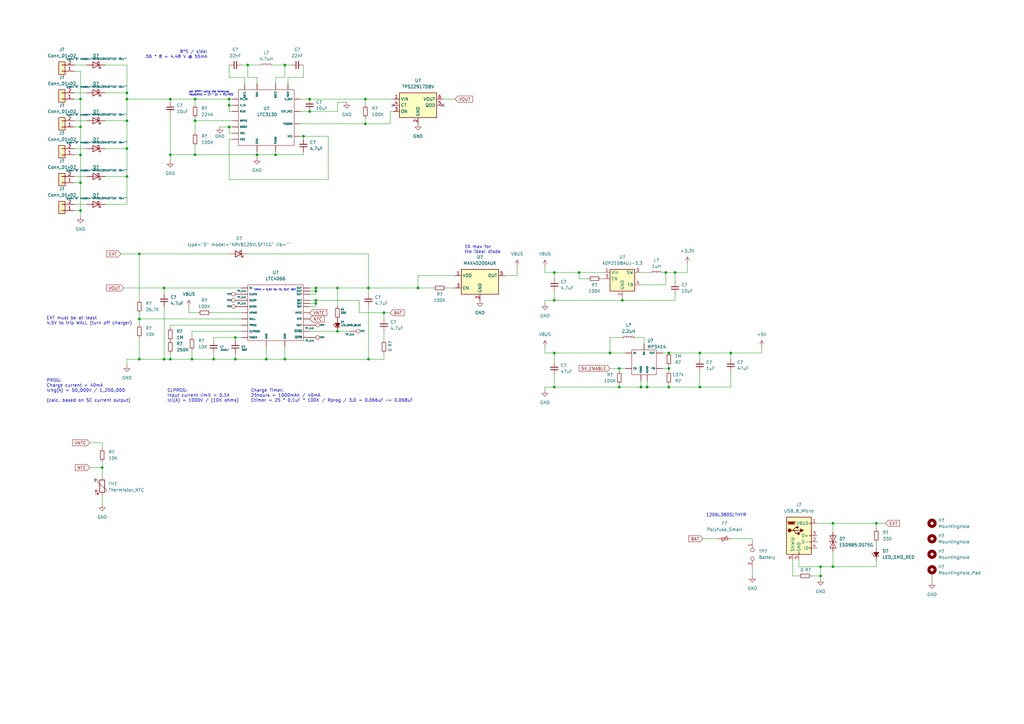
<source format=kicad_sch>
(kicad_sch (version 20211123) (generator eeschema)

  (uuid f4ad6cf0-7c02-479d-9cd9-5ef7a80dc340)

  (paper "A3")

  (title_block
    (title "EPS System")
    (date "2022-12-30")
  )

  (lib_symbols
    (symbol "Analog_Switch:MAX40200AUK" (in_bom yes) (on_board yes)
      (property "Reference" "U" (id 0) (at -6.35 6.35 0)
        (effects (font (size 1.27 1.27)))
      )
      (property "Value" "MAX40200AUK" (id 1) (at 7.62 6.35 0)
        (effects (font (size 1.27 1.27)))
      )
      (property "Footprint" "Package_TO_SOT_SMD:SOT-23-5" (id 2) (at 0 12.7 0)
        (effects (font (size 1.27 1.27)) hide)
      )
      (property "Datasheet" "https://datasheets.maximintegrated.com/en/ds/MAX40200.pdf" (id 3) (at 0 12.7 0)
        (effects (font (size 1.27 1.27)) hide)
      )
      (property "ki_keywords" "current switch" (id 4) (at 0 0 0)
        (effects (font (size 1.27 1.27)) hide)
      )
      (property "ki_description" "Ideal Diode, Ultra-Low Voltage Drop, 1.5-5.5V, 1A, SOT-23-5" (id 5) (at 0 0 0)
        (effects (font (size 1.27 1.27)) hide)
      )
      (property "ki_fp_filters" "SOT?23*" (id 6) (at 0 0 0)
        (effects (font (size 1.27 1.27)) hide)
      )
      (symbol "MAX40200AUK_1_1"
        (rectangle (start -7.62 -5.08) (end 7.62 5.08)
          (stroke (width 0.254) (type default) (color 0 0 0 0))
          (fill (type background))
        )
        (pin power_in line (at -10.16 2.54 0) (length 2.54)
          (name "VDD" (effects (font (size 1.27 1.27))))
          (number "1" (effects (font (size 1.27 1.27))))
        )
        (pin power_in line (at 0 -7.62 90) (length 2.54)
          (name "GND" (effects (font (size 1.27 1.27))))
          (number "2" (effects (font (size 1.27 1.27))))
        )
        (pin input line (at -10.16 -2.54 0) (length 2.54)
          (name "EN" (effects (font (size 1.27 1.27))))
          (number "3" (effects (font (size 1.27 1.27))))
        )
        (pin no_connect line (at 7.62 -2.54 180) (length 2.54) hide
          (name "NC" (effects (font (size 1.27 1.27))))
          (number "4" (effects (font (size 1.27 1.27))))
        )
        (pin passive line (at 10.16 2.54 180) (length 2.54)
          (name "OUT" (effects (font (size 1.27 1.27))))
          (number "5" (effects (font (size 1.27 1.27))))
        )
      )
    )
    (symbol "Connector:TestPoint" (pin_numbers hide) (pin_names (offset 0.762) hide) (in_bom yes) (on_board yes)
      (property "Reference" "TP" (id 0) (at 0 6.858 0)
        (effects (font (size 1.27 1.27)))
      )
      (property "Value" "TestPoint" (id 1) (at 0 5.08 0)
        (effects (font (size 1.27 1.27)))
      )
      (property "Footprint" "" (id 2) (at 5.08 0 0)
        (effects (font (size 1.27 1.27)) hide)
      )
      (property "Datasheet" "~" (id 3) (at 5.08 0 0)
        (effects (font (size 1.27 1.27)) hide)
      )
      (property "ki_keywords" "test point tp" (id 4) (at 0 0 0)
        (effects (font (size 1.27 1.27)) hide)
      )
      (property "ki_description" "test point" (id 5) (at 0 0 0)
        (effects (font (size 1.27 1.27)) hide)
      )
      (property "ki_fp_filters" "Pin* Test*" (id 6) (at 0 0 0)
        (effects (font (size 1.27 1.27)) hide)
      )
      (symbol "TestPoint_0_1"
        (circle (center 0 3.302) (radius 0.762)
          (stroke (width 0) (type default) (color 0 0 0 0))
          (fill (type none))
        )
      )
      (symbol "TestPoint_1_1"
        (pin passive line (at 0 0 90) (length 2.54)
          (name "1" (effects (font (size 1.27 1.27))))
          (number "1" (effects (font (size 1.27 1.27))))
        )
      )
    )
    (symbol "Connector:TestPoint_2Pole" (pin_names (offset 0.762) hide) (in_bom yes) (on_board yes)
      (property "Reference" "TP" (id 0) (at 0 1.524 0)
        (effects (font (size 1.27 1.27)))
      )
      (property "Value" "TestPoint_2Pole" (id 1) (at 0 -1.778 0)
        (effects (font (size 1.27 1.27)))
      )
      (property "Footprint" "" (id 2) (at 0 0 0)
        (effects (font (size 1.27 1.27)) hide)
      )
      (property "Datasheet" "~" (id 3) (at 0 0 0)
        (effects (font (size 1.27 1.27)) hide)
      )
      (property "ki_keywords" "point tp" (id 4) (at 0 0 0)
        (effects (font (size 1.27 1.27)) hide)
      )
      (property "ki_description" "2-polar test point" (id 5) (at 0 0 0)
        (effects (font (size 1.27 1.27)) hide)
      )
      (property "ki_fp_filters" "Pin* Test*" (id 6) (at 0 0 0)
        (effects (font (size 1.27 1.27)) hide)
      )
      (symbol "TestPoint_2Pole_0_1"
        (circle (center -1.778 0) (radius 0.762)
          (stroke (width 0) (type default) (color 0 0 0 0))
          (fill (type none))
        )
        (circle (center 1.778 0) (radius 0.762)
          (stroke (width 0) (type default) (color 0 0 0 0))
          (fill (type none))
        )
        (pin passive line (at -5.08 0 0) (length 2.54)
          (name "1" (effects (font (size 1.27 1.27))))
          (number "1" (effects (font (size 1.27 1.27))))
        )
        (pin passive line (at 5.08 0 180) (length 2.54)
          (name "2" (effects (font (size 1.27 1.27))))
          (number "2" (effects (font (size 1.27 1.27))))
        )
      )
    )
    (symbol "Connector:USB_B_Micro" (pin_names (offset 1.016)) (in_bom yes) (on_board yes)
      (property "Reference" "J" (id 0) (at -5.08 11.43 0)
        (effects (font (size 1.27 1.27)) (justify left))
      )
      (property "Value" "USB_B_Micro" (id 1) (at -5.08 8.89 0)
        (effects (font (size 1.27 1.27)) (justify left))
      )
      (property "Footprint" "" (id 2) (at 3.81 -1.27 0)
        (effects (font (size 1.27 1.27)) hide)
      )
      (property "Datasheet" "~" (id 3) (at 3.81 -1.27 0)
        (effects (font (size 1.27 1.27)) hide)
      )
      (property "ki_keywords" "connector USB micro" (id 4) (at 0 0 0)
        (effects (font (size 1.27 1.27)) hide)
      )
      (property "ki_description" "USB Micro Type B connector" (id 5) (at 0 0 0)
        (effects (font (size 1.27 1.27)) hide)
      )
      (property "ki_fp_filters" "USB*" (id 6) (at 0 0 0)
        (effects (font (size 1.27 1.27)) hide)
      )
      (symbol "USB_B_Micro_0_1"
        (rectangle (start -5.08 -7.62) (end 5.08 7.62)
          (stroke (width 0.254) (type default) (color 0 0 0 0))
          (fill (type background))
        )
        (circle (center -3.81 2.159) (radius 0.635)
          (stroke (width 0.254) (type default) (color 0 0 0 0))
          (fill (type outline))
        )
        (circle (center -0.635 3.429) (radius 0.381)
          (stroke (width 0.254) (type default) (color 0 0 0 0))
          (fill (type outline))
        )
        (rectangle (start -0.127 -7.62) (end 0.127 -6.858)
          (stroke (width 0) (type default) (color 0 0 0 0))
          (fill (type none))
        )
        (polyline
          (pts
            (xy -1.905 2.159)
            (xy 0.635 2.159)
          )
          (stroke (width 0.254) (type default) (color 0 0 0 0))
          (fill (type none))
        )
        (polyline
          (pts
            (xy -3.175 2.159)
            (xy -2.54 2.159)
            (xy -1.27 3.429)
            (xy -0.635 3.429)
          )
          (stroke (width 0.254) (type default) (color 0 0 0 0))
          (fill (type none))
        )
        (polyline
          (pts
            (xy -2.54 2.159)
            (xy -1.905 2.159)
            (xy -1.27 0.889)
            (xy 0 0.889)
          )
          (stroke (width 0.254) (type default) (color 0 0 0 0))
          (fill (type none))
        )
        (polyline
          (pts
            (xy 0.635 2.794)
            (xy 0.635 1.524)
            (xy 1.905 2.159)
            (xy 0.635 2.794)
          )
          (stroke (width 0.254) (type default) (color 0 0 0 0))
          (fill (type outline))
        )
        (polyline
          (pts
            (xy -4.318 5.588)
            (xy -1.778 5.588)
            (xy -2.032 4.826)
            (xy -4.064 4.826)
            (xy -4.318 5.588)
          )
          (stroke (width 0) (type default) (color 0 0 0 0))
          (fill (type outline))
        )
        (polyline
          (pts
            (xy -4.699 5.842)
            (xy -4.699 5.588)
            (xy -4.445 4.826)
            (xy -4.445 4.572)
            (xy -1.651 4.572)
            (xy -1.651 4.826)
            (xy -1.397 5.588)
            (xy -1.397 5.842)
            (xy -4.699 5.842)
          )
          (stroke (width 0) (type default) (color 0 0 0 0))
          (fill (type none))
        )
        (rectangle (start 0.254 1.27) (end -0.508 0.508)
          (stroke (width 0.254) (type default) (color 0 0 0 0))
          (fill (type outline))
        )
        (rectangle (start 5.08 -5.207) (end 4.318 -4.953)
          (stroke (width 0) (type default) (color 0 0 0 0))
          (fill (type none))
        )
        (rectangle (start 5.08 -2.667) (end 4.318 -2.413)
          (stroke (width 0) (type default) (color 0 0 0 0))
          (fill (type none))
        )
        (rectangle (start 5.08 -0.127) (end 4.318 0.127)
          (stroke (width 0) (type default) (color 0 0 0 0))
          (fill (type none))
        )
        (rectangle (start 5.08 4.953) (end 4.318 5.207)
          (stroke (width 0) (type default) (color 0 0 0 0))
          (fill (type none))
        )
      )
      (symbol "USB_B_Micro_1_1"
        (pin power_out line (at 7.62 5.08 180) (length 2.54)
          (name "VBUS" (effects (font (size 1.27 1.27))))
          (number "1" (effects (font (size 1.27 1.27))))
        )
        (pin bidirectional line (at 7.62 -2.54 180) (length 2.54)
          (name "D-" (effects (font (size 1.27 1.27))))
          (number "2" (effects (font (size 1.27 1.27))))
        )
        (pin bidirectional line (at 7.62 0 180) (length 2.54)
          (name "D+" (effects (font (size 1.27 1.27))))
          (number "3" (effects (font (size 1.27 1.27))))
        )
        (pin passive line (at 7.62 -5.08 180) (length 2.54)
          (name "ID" (effects (font (size 1.27 1.27))))
          (number "4" (effects (font (size 1.27 1.27))))
        )
        (pin power_out line (at 0 -10.16 90) (length 2.54)
          (name "GND" (effects (font (size 1.27 1.27))))
          (number "5" (effects (font (size 1.27 1.27))))
        )
        (pin passive line (at -2.54 -10.16 90) (length 2.54)
          (name "Shield" (effects (font (size 1.27 1.27))))
          (number "6" (effects (font (size 1.27 1.27))))
        )
      )
    )
    (symbol "Connector_Generic:Conn_01x02" (pin_names (offset 1.016) hide) (in_bom yes) (on_board yes)
      (property "Reference" "J" (id 0) (at 0 2.54 0)
        (effects (font (size 1.27 1.27)))
      )
      (property "Value" "Conn_01x02" (id 1) (at 0 -5.08 0)
        (effects (font (size 1.27 1.27)))
      )
      (property "Footprint" "" (id 2) (at 0 0 0)
        (effects (font (size 1.27 1.27)) hide)
      )
      (property "Datasheet" "~" (id 3) (at 0 0 0)
        (effects (font (size 1.27 1.27)) hide)
      )
      (property "ki_keywords" "connector" (id 4) (at 0 0 0)
        (effects (font (size 1.27 1.27)) hide)
      )
      (property "ki_description" "Generic connector, single row, 01x02, script generated (kicad-library-utils/schlib/autogen/connector/)" (id 5) (at 0 0 0)
        (effects (font (size 1.27 1.27)) hide)
      )
      (property "ki_fp_filters" "Connector*:*_1x??_*" (id 6) (at 0 0 0)
        (effects (font (size 1.27 1.27)) hide)
      )
      (symbol "Conn_01x02_1_1"
        (rectangle (start -1.27 -2.413) (end 0 -2.667)
          (stroke (width 0.1524) (type default) (color 0 0 0 0))
          (fill (type none))
        )
        (rectangle (start -1.27 0.127) (end 0 -0.127)
          (stroke (width 0.1524) (type default) (color 0 0 0 0))
          (fill (type none))
        )
        (rectangle (start -1.27 1.27) (end 1.27 -3.81)
          (stroke (width 0.254) (type default) (color 0 0 0 0))
          (fill (type background))
        )
        (pin passive line (at -5.08 0 0) (length 3.81)
          (name "Pin_1" (effects (font (size 1.27 1.27))))
          (number "1" (effects (font (size 1.27 1.27))))
        )
        (pin passive line (at -5.08 -2.54 0) (length 3.81)
          (name "Pin_2" (effects (font (size 1.27 1.27))))
          (number "2" (effects (font (size 1.27 1.27))))
        )
      )
    )
    (symbol "DIODE_1" (pin_numbers hide) (pin_names (offset 1.016) hide) (in_bom yes) (on_board yes)
      (property "Reference" "D?" (id 0) (at 0 6.35 0)
        (effects (font (size 1.27 1.27)))
      )
      (property "Value" "DIODE_1" (id 1) (at 0 3.81 0)
        (effects (font (size 1.27 1.27)))
      )
      (property "Footprint" "" (id 2) (at 0 0 0)
        (effects (font (size 1.27 1.27)) hide)
      )
      (property "Datasheet" "~" (id 3) (at 0 0 0)
        (effects (font (size 1.27 1.27)) hide)
      )
      (property "Spice_Netlist_Enabled" "Y" (id 4) (at 0 0 0)
        (effects (font (size 1.27 1.27)) (justify left) hide)
      )
      (property "Spice_Primitive" "D" (id 5) (at 0 0 0)
        (effects (font (size 1.27 1.27)) (justify left) hide)
      )
      (property "ki_keywords" "simulation" (id 6) (at 0 0 0)
        (effects (font (size 1.27 1.27)) hide)
      )
      (property "ki_description" "Diode, anode on pin 1, for simulation only!" (id 7) (at 0 0 0)
        (effects (font (size 1.27 1.27)) hide)
      )
      (symbol "DIODE_1_0_1"
        (polyline
          (pts
            (xy 1.27 0)
            (xy -1.27 0)
          )
          (stroke (width 0) (type default) (color 0 0 0 0))
          (fill (type none))
        )
        (polyline
          (pts
            (xy 1.27 1.27)
            (xy 1.27 -1.27)
          )
          (stroke (width 0.254) (type default) (color 0 0 0 0))
          (fill (type none))
        )
        (polyline
          (pts
            (xy 1.27 -1.27)
            (xy 1.905 -1.27)
            (xy 1.905 -0.635)
          )
          (stroke (width 0.25) (type default) (color 0 0 0 0))
          (fill (type none))
        )
        (polyline
          (pts
            (xy 1.27 1.27)
            (xy 0.635 1.27)
            (xy 0.635 0.635)
          )
          (stroke (width 0.25) (type default) (color 0 0 0 0))
          (fill (type none))
        )
        (polyline
          (pts
            (xy -1.27 -1.27)
            (xy -1.27 1.27)
            (xy 1.27 0)
            (xy -1.27 -1.27)
          )
          (stroke (width 0.254) (type default) (color 0 0 0 0))
          (fill (type none))
        )
      )
      (symbol "DIODE_1_1_1"
        (pin passive line (at -3.81 0 0) (length 2.54)
          (name "A" (effects (font (size 1.27 1.27))))
          (number "1" (effects (font (size 1.27 1.27))))
        )
        (pin passive line (at 3.81 0 180) (length 2.54)
          (name "K" (effects (font (size 1.27 1.27))))
          (number "2" (effects (font (size 1.27 1.27))))
        )
      )
    )
    (symbol "Device:C_Small" (pin_numbers hide) (pin_names (offset 0.254) hide) (in_bom yes) (on_board yes)
      (property "Reference" "C" (id 0) (at 0.254 1.778 0)
        (effects (font (size 1.27 1.27)) (justify left))
      )
      (property "Value" "C_Small" (id 1) (at 0.254 -2.032 0)
        (effects (font (size 1.27 1.27)) (justify left))
      )
      (property "Footprint" "" (id 2) (at 0 0 0)
        (effects (font (size 1.27 1.27)) hide)
      )
      (property "Datasheet" "~" (id 3) (at 0 0 0)
        (effects (font (size 1.27 1.27)) hide)
      )
      (property "ki_keywords" "capacitor cap" (id 4) (at 0 0 0)
        (effects (font (size 1.27 1.27)) hide)
      )
      (property "ki_description" "Unpolarized capacitor, small symbol" (id 5) (at 0 0 0)
        (effects (font (size 1.27 1.27)) hide)
      )
      (property "ki_fp_filters" "C_*" (id 6) (at 0 0 0)
        (effects (font (size 1.27 1.27)) hide)
      )
      (symbol "C_Small_0_1"
        (polyline
          (pts
            (xy -1.524 -0.508)
            (xy 1.524 -0.508)
          )
          (stroke (width 0.3302) (type default) (color 0 0 0 0))
          (fill (type none))
        )
        (polyline
          (pts
            (xy -1.524 0.508)
            (xy 1.524 0.508)
          )
          (stroke (width 0.3048) (type default) (color 0 0 0 0))
          (fill (type none))
        )
      )
      (symbol "C_Small_1_1"
        (pin passive line (at 0 2.54 270) (length 2.032)
          (name "~" (effects (font (size 1.27 1.27))))
          (number "1" (effects (font (size 1.27 1.27))))
        )
        (pin passive line (at 0 -2.54 90) (length 2.032)
          (name "~" (effects (font (size 1.27 1.27))))
          (number "2" (effects (font (size 1.27 1.27))))
        )
      )
    )
    (symbol "Device:LED_Small_Filled" (pin_numbers hide) (pin_names (offset 0.254) hide) (in_bom yes) (on_board yes)
      (property "Reference" "D" (id 0) (at -1.27 3.175 0)
        (effects (font (size 1.27 1.27)) (justify left))
      )
      (property "Value" "LED_Small_Filled" (id 1) (at -4.445 -2.54 0)
        (effects (font (size 1.27 1.27)) (justify left))
      )
      (property "Footprint" "" (id 2) (at 0 0 90)
        (effects (font (size 1.27 1.27)) hide)
      )
      (property "Datasheet" "~" (id 3) (at 0 0 90)
        (effects (font (size 1.27 1.27)) hide)
      )
      (property "ki_keywords" "LED diode light-emitting-diode" (id 4) (at 0 0 0)
        (effects (font (size 1.27 1.27)) hide)
      )
      (property "ki_description" "Light emitting diode, small symbol, filled shape" (id 5) (at 0 0 0)
        (effects (font (size 1.27 1.27)) hide)
      )
      (property "ki_fp_filters" "LED* LED_SMD:* LED_THT:*" (id 6) (at 0 0 0)
        (effects (font (size 1.27 1.27)) hide)
      )
      (symbol "LED_Small_Filled_0_1"
        (polyline
          (pts
            (xy -0.762 -1.016)
            (xy -0.762 1.016)
          )
          (stroke (width 0.254) (type default) (color 0 0 0 0))
          (fill (type none))
        )
        (polyline
          (pts
            (xy 1.016 0)
            (xy -0.762 0)
          )
          (stroke (width 0) (type default) (color 0 0 0 0))
          (fill (type none))
        )
        (polyline
          (pts
            (xy 0.762 -1.016)
            (xy -0.762 0)
            (xy 0.762 1.016)
            (xy 0.762 -1.016)
          )
          (stroke (width 0.254) (type default) (color 0 0 0 0))
          (fill (type outline))
        )
        (polyline
          (pts
            (xy 0 0.762)
            (xy -0.508 1.27)
            (xy -0.254 1.27)
            (xy -0.508 1.27)
            (xy -0.508 1.016)
          )
          (stroke (width 0) (type default) (color 0 0 0 0))
          (fill (type none))
        )
        (polyline
          (pts
            (xy 0.508 1.27)
            (xy 0 1.778)
            (xy 0.254 1.778)
            (xy 0 1.778)
            (xy 0 1.524)
          )
          (stroke (width 0) (type default) (color 0 0 0 0))
          (fill (type none))
        )
      )
      (symbol "LED_Small_Filled_1_1"
        (pin passive line (at -2.54 0 0) (length 1.778)
          (name "K" (effects (font (size 1.27 1.27))))
          (number "1" (effects (font (size 1.27 1.27))))
        )
        (pin passive line (at 2.54 0 180) (length 1.778)
          (name "A" (effects (font (size 1.27 1.27))))
          (number "2" (effects (font (size 1.27 1.27))))
        )
      )
    )
    (symbol "Device:L_Small" (pin_numbers hide) (pin_names (offset 0.254) hide) (in_bom yes) (on_board yes)
      (property "Reference" "L" (id 0) (at 0.762 1.016 0)
        (effects (font (size 1.27 1.27)) (justify left))
      )
      (property "Value" "L_Small" (id 1) (at 0.762 -1.016 0)
        (effects (font (size 1.27 1.27)) (justify left))
      )
      (property "Footprint" "" (id 2) (at 0 0 0)
        (effects (font (size 1.27 1.27)) hide)
      )
      (property "Datasheet" "~" (id 3) (at 0 0 0)
        (effects (font (size 1.27 1.27)) hide)
      )
      (property "ki_keywords" "inductor choke coil reactor magnetic" (id 4) (at 0 0 0)
        (effects (font (size 1.27 1.27)) hide)
      )
      (property "ki_description" "Inductor, small symbol" (id 5) (at 0 0 0)
        (effects (font (size 1.27 1.27)) hide)
      )
      (property "ki_fp_filters" "Choke_* *Coil* Inductor_* L_*" (id 6) (at 0 0 0)
        (effects (font (size 1.27 1.27)) hide)
      )
      (symbol "L_Small_0_1"
        (arc (start 0 -2.032) (mid 0.508 -1.524) (end 0 -1.016)
          (stroke (width 0) (type default) (color 0 0 0 0))
          (fill (type none))
        )
        (arc (start 0 -1.016) (mid 0.508 -0.508) (end 0 0)
          (stroke (width 0) (type default) (color 0 0 0 0))
          (fill (type none))
        )
        (arc (start 0 0) (mid 0.508 0.508) (end 0 1.016)
          (stroke (width 0) (type default) (color 0 0 0 0))
          (fill (type none))
        )
        (arc (start 0 1.016) (mid 0.508 1.524) (end 0 2.032)
          (stroke (width 0) (type default) (color 0 0 0 0))
          (fill (type none))
        )
      )
      (symbol "L_Small_1_1"
        (pin passive line (at 0 2.54 270) (length 0.508)
          (name "~" (effects (font (size 1.27 1.27))))
          (number "1" (effects (font (size 1.27 1.27))))
        )
        (pin passive line (at 0 -2.54 90) (length 0.508)
          (name "~" (effects (font (size 1.27 1.27))))
          (number "2" (effects (font (size 1.27 1.27))))
        )
      )
    )
    (symbol "Device:Polyfuse_Small" (pin_numbers hide) (pin_names (offset 0)) (in_bom yes) (on_board yes)
      (property "Reference" "F" (id 0) (at -1.905 0 90)
        (effects (font (size 1.27 1.27)))
      )
      (property "Value" "Polyfuse_Small" (id 1) (at 1.905 0 90)
        (effects (font (size 1.27 1.27)))
      )
      (property "Footprint" "" (id 2) (at 1.27 -5.08 0)
        (effects (font (size 1.27 1.27)) (justify left) hide)
      )
      (property "Datasheet" "~" (id 3) (at 0 0 0)
        (effects (font (size 1.27 1.27)) hide)
      )
      (property "ki_keywords" "resettable fuse PTC PPTC polyfuse polyswitch" (id 4) (at 0 0 0)
        (effects (font (size 1.27 1.27)) hide)
      )
      (property "ki_description" "Resettable fuse, polymeric positive temperature coefficient, small symbol" (id 5) (at 0 0 0)
        (effects (font (size 1.27 1.27)) hide)
      )
      (property "ki_fp_filters" "*polyfuse* *PTC*" (id 6) (at 0 0 0)
        (effects (font (size 1.27 1.27)) hide)
      )
      (symbol "Polyfuse_Small_0_1"
        (rectangle (start -0.508 1.27) (end 0.508 -1.27)
          (stroke (width 0) (type default) (color 0 0 0 0))
          (fill (type none))
        )
        (polyline
          (pts
            (xy 0 2.54)
            (xy 0 -2.54)
          )
          (stroke (width 0) (type default) (color 0 0 0 0))
          (fill (type none))
        )
        (polyline
          (pts
            (xy -1.016 1.27)
            (xy -1.016 0.762)
            (xy 1.016 -0.762)
            (xy 1.016 -1.27)
          )
          (stroke (width 0) (type default) (color 0 0 0 0))
          (fill (type none))
        )
      )
      (symbol "Polyfuse_Small_1_1"
        (pin passive line (at 0 2.54 270) (length 0.635)
          (name "~" (effects (font (size 1.27 1.27))))
          (number "1" (effects (font (size 1.27 1.27))))
        )
        (pin passive line (at 0 -2.54 90) (length 0.635)
          (name "~" (effects (font (size 1.27 1.27))))
          (number "2" (effects (font (size 1.27 1.27))))
        )
      )
    )
    (symbol "Device:R_Small" (pin_numbers hide) (pin_names (offset 0.254) hide) (in_bom yes) (on_board yes)
      (property "Reference" "R" (id 0) (at 0.762 0.508 0)
        (effects (font (size 1.27 1.27)) (justify left))
      )
      (property "Value" "R_Small" (id 1) (at 0.762 -1.016 0)
        (effects (font (size 1.27 1.27)) (justify left))
      )
      (property "Footprint" "" (id 2) (at 0 0 0)
        (effects (font (size 1.27 1.27)) hide)
      )
      (property "Datasheet" "~" (id 3) (at 0 0 0)
        (effects (font (size 1.27 1.27)) hide)
      )
      (property "ki_keywords" "R resistor" (id 4) (at 0 0 0)
        (effects (font (size 1.27 1.27)) hide)
      )
      (property "ki_description" "Resistor, small symbol" (id 5) (at 0 0 0)
        (effects (font (size 1.27 1.27)) hide)
      )
      (property "ki_fp_filters" "R_*" (id 6) (at 0 0 0)
        (effects (font (size 1.27 1.27)) hide)
      )
      (symbol "R_Small_0_1"
        (rectangle (start -0.762 1.778) (end 0.762 -1.778)
          (stroke (width 0.2032) (type default) (color 0 0 0 0))
          (fill (type none))
        )
      )
      (symbol "R_Small_1_1"
        (pin passive line (at 0 2.54 270) (length 0.762)
          (name "~" (effects (font (size 1.27 1.27))))
          (number "1" (effects (font (size 1.27 1.27))))
        )
        (pin passive line (at 0 -2.54 90) (length 0.762)
          (name "~" (effects (font (size 1.27 1.27))))
          (number "2" (effects (font (size 1.27 1.27))))
        )
      )
    )
    (symbol "Device:Thermistor_NTC" (pin_numbers hide) (pin_names (offset 0)) (in_bom yes) (on_board yes)
      (property "Reference" "TH" (id 0) (at -4.445 0 90)
        (effects (font (size 1.27 1.27)))
      )
      (property "Value" "Thermistor_NTC" (id 1) (at 3.175 0 90)
        (effects (font (size 1.27 1.27)))
      )
      (property "Footprint" "" (id 2) (at 0 1.27 0)
        (effects (font (size 1.27 1.27)) hide)
      )
      (property "Datasheet" "~" (id 3) (at 0 1.27 0)
        (effects (font (size 1.27 1.27)) hide)
      )
      (property "ki_keywords" "thermistor NTC resistor sensor RTD" (id 4) (at 0 0 0)
        (effects (font (size 1.27 1.27)) hide)
      )
      (property "ki_description" "Temperature dependent resistor, negative temperature coefficient" (id 5) (at 0 0 0)
        (effects (font (size 1.27 1.27)) hide)
      )
      (property "ki_fp_filters" "*NTC* *Thermistor* PIN?ARRAY* bornier* *Terminal?Block* R_*" (id 6) (at 0 0 0)
        (effects (font (size 1.27 1.27)) hide)
      )
      (symbol "Thermistor_NTC_0_1"
        (arc (start -3.048 2.159) (mid -3.0495 2.3143) (end -3.175 2.413)
          (stroke (width 0) (type default) (color 0 0 0 0))
          (fill (type none))
        )
        (arc (start -3.048 2.159) (mid -2.9736 1.9794) (end -2.794 1.905)
          (stroke (width 0) (type default) (color 0 0 0 0))
          (fill (type none))
        )
        (arc (start -3.048 2.794) (mid -2.9736 2.6144) (end -2.794 2.54)
          (stroke (width 0) (type default) (color 0 0 0 0))
          (fill (type none))
        )
        (arc (start -2.794 1.905) (mid -2.6144 1.9794) (end -2.54 2.159)
          (stroke (width 0) (type default) (color 0 0 0 0))
          (fill (type none))
        )
        (arc (start -2.794 2.54) (mid -2.4393 2.5587) (end -2.159 2.794)
          (stroke (width 0) (type default) (color 0 0 0 0))
          (fill (type none))
        )
        (arc (start -2.794 3.048) (mid -2.9736 2.9736) (end -3.048 2.794)
          (stroke (width 0) (type default) (color 0 0 0 0))
          (fill (type none))
        )
        (arc (start -2.54 2.794) (mid -2.6144 2.9736) (end -2.794 3.048)
          (stroke (width 0) (type default) (color 0 0 0 0))
          (fill (type none))
        )
        (rectangle (start -1.016 2.54) (end 1.016 -2.54)
          (stroke (width 0.254) (type default) (color 0 0 0 0))
          (fill (type none))
        )
        (polyline
          (pts
            (xy -2.54 2.159)
            (xy -2.54 2.794)
          )
          (stroke (width 0) (type default) (color 0 0 0 0))
          (fill (type none))
        )
        (polyline
          (pts
            (xy -1.778 2.54)
            (xy -1.778 1.524)
            (xy 1.778 -1.524)
            (xy 1.778 -2.54)
          )
          (stroke (width 0) (type default) (color 0 0 0 0))
          (fill (type none))
        )
        (polyline
          (pts
            (xy -2.54 -3.683)
            (xy -2.54 -1.397)
            (xy -2.794 -2.159)
            (xy -2.286 -2.159)
            (xy -2.54 -1.397)
            (xy -2.54 -1.651)
          )
          (stroke (width 0) (type default) (color 0 0 0 0))
          (fill (type outline))
        )
        (polyline
          (pts
            (xy -1.778 -1.397)
            (xy -1.778 -3.683)
            (xy -2.032 -2.921)
            (xy -1.524 -2.921)
            (xy -1.778 -3.683)
            (xy -1.778 -3.429)
          )
          (stroke (width 0) (type default) (color 0 0 0 0))
          (fill (type outline))
        )
      )
      (symbol "Thermistor_NTC_1_1"
        (pin passive line (at 0 3.81 270) (length 1.27)
          (name "~" (effects (font (size 1.27 1.27))))
          (number "1" (effects (font (size 1.27 1.27))))
        )
        (pin passive line (at 0 -3.81 90) (length 1.27)
          (name "~" (effects (font (size 1.27 1.27))))
          (number "2" (effects (font (size 1.27 1.27))))
        )
      )
    )
    (symbol "Diode:ESD9B5.0ST5G" (pin_numbers hide) (pin_names (offset 1.016) hide) (in_bom yes) (on_board yes)
      (property "Reference" "D" (id 0) (at 0 2.54 0)
        (effects (font (size 1.27 1.27)))
      )
      (property "Value" "ESD9B5.0ST5G" (id 1) (at 0 -2.54 0)
        (effects (font (size 1.27 1.27)))
      )
      (property "Footprint" "Diode_SMD:D_SOD-923" (id 2) (at 0 0 0)
        (effects (font (size 1.27 1.27)) hide)
      )
      (property "Datasheet" "https://www.onsemi.com/pub/Collateral/ESD9B-D.PDF" (id 3) (at 0 0 0)
        (effects (font (size 1.27 1.27)) hide)
      )
      (property "ki_keywords" "diode TVS ESD" (id 4) (at 0 0 0)
        (effects (font (size 1.27 1.27)) hide)
      )
      (property "ki_description" "ESD protection diode, 5.0Vrwm, SOD-923" (id 5) (at 0 0 0)
        (effects (font (size 1.27 1.27)) hide)
      )
      (property "ki_fp_filters" "D*SOD?923*" (id 6) (at 0 0 0)
        (effects (font (size 1.27 1.27)) hide)
      )
      (symbol "ESD9B5.0ST5G_0_1"
        (polyline
          (pts
            (xy 1.27 0)
            (xy -1.27 0)
          )
          (stroke (width 0) (type default) (color 0 0 0 0))
          (fill (type none))
        )
        (polyline
          (pts
            (xy -2.54 -1.27)
            (xy 0 0)
            (xy -2.54 1.27)
            (xy -2.54 -1.27)
          )
          (stroke (width 0.2032) (type default) (color 0 0 0 0))
          (fill (type none))
        )
        (polyline
          (pts
            (xy 0.508 1.27)
            (xy 0 1.27)
            (xy 0 -1.27)
            (xy -0.508 -1.27)
          )
          (stroke (width 0.2032) (type default) (color 0 0 0 0))
          (fill (type none))
        )
        (polyline
          (pts
            (xy 2.54 1.27)
            (xy 2.54 -1.27)
            (xy 0 0)
            (xy 2.54 1.27)
          )
          (stroke (width 0.2032) (type default) (color 0 0 0 0))
          (fill (type none))
        )
      )
      (symbol "ESD9B5.0ST5G_1_1"
        (pin passive line (at -3.81 0 0) (length 2.54)
          (name "A1" (effects (font (size 1.27 1.27))))
          (number "1" (effects (font (size 1.27 1.27))))
        )
        (pin passive line (at 3.81 0 180) (length 2.54)
          (name "A2" (effects (font (size 1.27 1.27))))
          (number "2" (effects (font (size 1.27 1.27))))
        )
      )
    )
    (symbol "LTC4066_1" (in_bom yes) (on_board yes)
      (property "Reference" "U" (id 0) (at 0 1.27 0)
        (effects (font (size 1.27 1.27)))
      )
      (property "Value" "LTC4066_1" (id 1) (at 0 -1.27 0)
        (effects (font (size 1.27 1.27)))
      )
      (property "Footprint" "" (id 2) (at 0 0 0)
        (effects (font (size 1.27 1.27)) hide)
      )
      (property "Datasheet" "" (id 3) (at 0 0 0)
        (effects (font (size 1.27 1.27)) hide)
      )
      (symbol "LTC4066_1_0_1"
        (rectangle (start -11.43 11.43) (end 11.43 -11.43)
          (stroke (width 0) (type default) (color 0 0 0 0))
          (fill (type none))
        )
      )
      (symbol "LTC4066_1_1_1"
        (pin input line (at 13.97 2.54 180) (length 2.54)
          (name "BAT" (effects (font (size 0.75 0.75))))
          (number "" (effects (font (size 0.75 0.75))))
        )
        (pin input line (at 13.97 3.81 180) (length 2.54)
          (name "BAT" (effects (font (size 0.75 0.75))))
          (number "" (effects (font (size 0.75 0.75))))
        )
        (pin input line (at 13.97 5.08 180) (length 2.54)
          (name "BAT" (effects (font (size 0.75 0.75))))
          (number "" (effects (font (size 0.75 0.75))))
        )
        (pin input line (at -13.97 7.62 0) (length 2.54)
          (name "CLDIS" (effects (font (size 0.75 0.75))))
          (number "" (effects (font (size 0.75 0.75))))
        )
        (pin input line (at -13.97 -7.62 0) (length 2.54)
          (name "CLPROG" (effects (font (size 0.75 0.75))))
          (number "" (effects (font (size 0.75 0.75))))
        )
        (pin input line (at -3.81 -13.97 90) (length 2.54)
          (name "GND" (effects (font (size 0.75 0.75))))
          (number "" (effects (font (size 0.75 0.75))))
        )
        (pin input line (at 3.81 -13.97 90) (length 2.54)
          (name "GND" (effects (font (size 0.75 0.75))))
          (number "" (effects (font (size 0.75 0.75))))
        )
        (pin input line (at -13.97 0 0) (length 2.54)
          (name "HPWR" (effects (font (size 0.75 0.75))))
          (number "" (effects (font (size 0.75 0.75))))
        )
        (pin input line (at -13.97 10.16 0) (length 2.54)
          (name "IN" (effects (font (size 0.75 0.75))))
          (number "" (effects (font (size 0.75 0.75))))
        )
        (pin input line (at 13.97 -5.08 180) (length 2.54)
          (name "ISAT" (effects (font (size 0.75 0.75))))
          (number "" (effects (font (size 0.75 0.75))))
        )
        (pin input line (at 13.97 -2.54 180) (length 2.54)
          (name "NTC" (effects (font (size 0.75 0.75))))
          (number "" (effects (font (size 0.75 0.75))))
        )
        (pin input line (at 13.97 7.62 180) (length 2.54)
          (name "OUT" (effects (font (size 0.75 0.75))))
          (number "" (effects (font (size 0.75 0.75))))
        )
        (pin input line (at 13.97 8.89 180) (length 2.54)
          (name "OUT" (effects (font (size 0.75 0.75))))
          (number "" (effects (font (size 0.75 0.75))))
        )
        (pin input line (at 13.97 10.16 180) (length 2.54)
          (name "OUT" (effects (font (size 0.75 0.75))))
          (number "" (effects (font (size 0.75 0.75))))
        )
        (pin input line (at -13.97 -5.08 0) (length 2.54)
          (name "PROG" (effects (font (size 0.75 0.75))))
          (number "" (effects (font (size 0.75 0.75))))
        )
        (pin input line (at -13.97 2.54 0) (length 2.54)
          (name "SHDN" (effects (font (size 0.75 0.75))))
          (number "" (effects (font (size 0.75 0.75))))
        )
        (pin input line (at -13.97 5.08 0) (length 2.54)
          (name "SUSP" (effects (font (size 0.75 0.75))))
          (number "" (effects (font (size 0.75 0.75))))
        )
        (pin input line (at -13.97 -10.16 0) (length 2.54)
          (name "TIMER" (effects (font (size 0.75 0.75))))
          (number "" (effects (font (size 0.75 0.75))))
        )
        (pin input line (at 13.97 0 180) (length 2.54)
          (name "VNTC" (effects (font (size 0.75 0.75))))
          (number "" (effects (font (size 0.75 0.75))))
        )
        (pin input line (at -13.97 -2.54 0) (length 2.54)
          (name "WALL" (effects (font (size 0.75 0.75))))
          (number "" (effects (font (size 0.75 0.75))))
        )
        (pin input line (at 13.97 -10.16 180) (length 2.54)
          (name "~{ACPR}" (effects (font (size 0.75 0.75))))
          (number "" (effects (font (size 0.75 0.75))))
        )
        (pin input line (at 13.97 -7.62 180) (length 2.54)
          (name "~{CHRG}" (effects (font (size 0.75 0.75))))
          (number "" (effects (font (size 0.75 0.75))))
        )
      )
    )
    (symbol "MP3414_1" (in_bom yes) (on_board yes)
      (property "Reference" "U" (id 0) (at 0 15.875 0)
        (effects (font (size 1.27 1.27)))
      )
      (property "Value" "MP3414_1" (id 1) (at 0 13.335 0)
        (effects (font (size 1.27 1.27)))
      )
      (property "Footprint" "" (id 2) (at 0 0 0)
        (effects (font (size 1.27 1.27)) hide)
      )
      (property "Datasheet" "" (id 3) (at 0 0 0)
        (effects (font (size 1.27 1.27)) hide)
      )
      (symbol "MP3414_1_0_1"
        (rectangle (start -5.08 5.08) (end 5.08 -5.08)
          (stroke (width 0) (type default) (color 0 0 0 0))
          (fill (type none))
        )
      )
      (symbol "MP3414_1_1_1"
        (pin input line (at 1.27 -7.62 90) (length 2.54)
          (name "AGND" (effects (font (size 0.75 0.75))))
          (number "" (effects (font (size 1.27 1.27))))
        )
        (pin input line (at -7.62 -2.54 0) (length 2.54)
          (name "EN" (effects (font (size 0.75 0.75))))
          (number "" (effects (font (size 1.27 1.27))))
        )
        (pin input line (at 7.62 -2.54 180) (length 2.54)
          (name "FB" (effects (font (size 0.75 0.75))))
          (number "" (effects (font (size 1.27 1.27))))
        )
        (pin input line (at -7.62 3.81 0) (length 2.54)
          (name "IN" (effects (font (size 0.75 0.75))))
          (number "" (effects (font (size 1.27 1.27))))
        )
        (pin input line (at 7.62 3.81 180) (length 2.54)
          (name "OUT" (effects (font (size 0.75 0.75))))
          (number "" (effects (font (size 1.27 1.27))))
        )
        (pin input line (at -1.27 -7.62 90) (length 2.54)
          (name "PGND" (effects (font (size 0.75 0.75))))
          (number "" (effects (font (size 1.27 1.27))))
        )
        (pin input line (at 0 7.62 270) (length 2.54)
          (name "SW" (effects (font (size 0.75 0.75))))
          (number "" (effects (font (size 1.27 1.27))))
        )
      )
    )
    (symbol "Mechanical:MountingHole" (pin_names (offset 1.016)) (in_bom yes) (on_board yes)
      (property "Reference" "H" (id 0) (at 0 5.08 0)
        (effects (font (size 1.27 1.27)))
      )
      (property "Value" "MountingHole" (id 1) (at 0 3.175 0)
        (effects (font (size 1.27 1.27)))
      )
      (property "Footprint" "" (id 2) (at 0 0 0)
        (effects (font (size 1.27 1.27)) hide)
      )
      (property "Datasheet" "~" (id 3) (at 0 0 0)
        (effects (font (size 1.27 1.27)) hide)
      )
      (property "ki_keywords" "mounting hole" (id 4) (at 0 0 0)
        (effects (font (size 1.27 1.27)) hide)
      )
      (property "ki_description" "Mounting Hole without connection" (id 5) (at 0 0 0)
        (effects (font (size 1.27 1.27)) hide)
      )
      (property "ki_fp_filters" "MountingHole*" (id 6) (at 0 0 0)
        (effects (font (size 1.27 1.27)) hide)
      )
      (symbol "MountingHole_0_1"
        (circle (center 0 0) (radius 1.27)
          (stroke (width 1.27) (type default) (color 0 0 0 0))
          (fill (type none))
        )
      )
    )
    (symbol "Mechanical:MountingHole_Pad" (pin_numbers hide) (pin_names (offset 1.016) hide) (in_bom yes) (on_board yes)
      (property "Reference" "H" (id 0) (at 0 6.35 0)
        (effects (font (size 1.27 1.27)))
      )
      (property "Value" "MountingHole_Pad" (id 1) (at 0 4.445 0)
        (effects (font (size 1.27 1.27)))
      )
      (property "Footprint" "" (id 2) (at 0 0 0)
        (effects (font (size 1.27 1.27)) hide)
      )
      (property "Datasheet" "~" (id 3) (at 0 0 0)
        (effects (font (size 1.27 1.27)) hide)
      )
      (property "ki_keywords" "mounting hole" (id 4) (at 0 0 0)
        (effects (font (size 1.27 1.27)) hide)
      )
      (property "ki_description" "Mounting Hole with connection" (id 5) (at 0 0 0)
        (effects (font (size 1.27 1.27)) hide)
      )
      (property "ki_fp_filters" "MountingHole*Pad*" (id 6) (at 0 0 0)
        (effects (font (size 1.27 1.27)) hide)
      )
      (symbol "MountingHole_Pad_0_1"
        (circle (center 0 1.27) (radius 1.27)
          (stroke (width 1.27) (type default) (color 0 0 0 0))
          (fill (type none))
        )
      )
      (symbol "MountingHole_Pad_1_1"
        (pin input line (at 0 -2.54 90) (length 2.54)
          (name "1" (effects (font (size 1.27 1.27))))
          (number "1" (effects (font (size 1.27 1.27))))
        )
      )
    )
    (symbol "MyKiCadLibrairy:LTC3130" (in_bom yes) (on_board yes)
      (property "Reference" "U" (id 0) (at 10.16 -15.24 0)
        (effects (font (size 1.27 1.27)))
      )
      (property "Value" "LTC3130" (id 1) (at 10.16 -12.7 0)
        (effects (font (size 1.27 1.27)))
      )
      (property "Footprint" "" (id 2) (at 0 0 0)
        (effects (font (size 1.27 1.27)) hide)
      )
      (property "Datasheet" "" (id 3) (at 0 0 0)
        (effects (font (size 1.27 1.27)) hide)
      )
      (symbol "LTC3130_0_1"
        (rectangle (start -11.43 11.43) (end 11.43 -11.43)
          (stroke (width 0) (type default) (color 0 0 0 0))
          (fill (type none))
        )
      )
      (symbol "LTC3130_1_1"
        (pin input line (at -8.89 13.97 270) (length 2.54)
          (name "BST1" (effects (font (size 0.75 0.75))))
          (number "" (effects (font (size 0.75 0.75))))
        )
        (pin input line (at 3.81 13.97 270) (length 2.54)
          (name "BST2" (effects (font (size 0.75 0.75))))
          (number "" (effects (font (size 0.75 0.75))))
        )
        (pin input line (at 13.97 2.54 180) (length 2.54)
          (name "EXT_VCC" (effects (font (size 0.75 0.75))))
          (number "" (effects (font (size 0.75 0.75))))
        )
        (pin input line (at -3.81 -13.97 90) (length 2.54)
          (name "GND" (effects (font (size 0.75 0.75))))
          (number "" (effects (font (size 0.75 0.75))))
        )
        (pin input line (at -13.97 -3.81 0) (length 2.54)
          (name "MODE" (effects (font (size 0.75 0.75))))
          (number "" (effects (font (size 0.75 0.75))))
        )
        (pin input line (at -13.97 -1.27 0) (length 2.54)
          (name "MPPC" (effects (font (size 0.75 0.75))))
          (number "" (effects (font (size 0.75 0.75))))
        )
        (pin input line (at 3.81 -13.97 90) (length 2.54)
          (name "PGND" (effects (font (size 0.75 0.75))))
          (number "" (effects (font (size 0.75 0.75))))
        )
        (pin input line (at 13.97 -2.54 180) (length 2.54)
          (name "PGOOD" (effects (font (size 0.75 0.75))))
          (number "" (effects (font (size 0.75 0.75))))
        )
        (pin input line (at -13.97 7.62 0) (length 2.54)
          (name "PV_IN" (effects (font (size 0.75 0.75))))
          (number "" (effects (font (size 0.75 0.75))))
        )
        (pin input line (at -13.97 2.54 0) (length 2.54)
          (name "RUN" (effects (font (size 0.75 0.75))))
          (number "" (effects (font (size 0.75 0.75))))
        )
        (pin input line (at -3.81 13.97 270) (length 2.54)
          (name "SW1" (effects (font (size 0.75 0.75))))
          (number "" (effects (font (size 0.75 0.75))))
        )
        (pin input line (at 8.89 13.97 270) (length 2.54)
          (name "SW2" (effects (font (size 0.75 0.75))))
          (number "" (effects (font (size 0.75 0.75))))
        )
        (pin input line (at 13.97 -7.62 180) (length 2.54)
          (name "VCC" (effects (font (size 0.75 0.75))))
          (number "" (effects (font (size 0.75 0.75))))
        )
        (pin input line (at -13.97 -6.35 0) (length 2.54)
          (name "VS1" (effects (font (size 0.75 0.75))))
          (number "" (effects (font (size 0.75 0.75))))
        )
        (pin input line (at -13.97 -8.89 0) (length 2.54)
          (name "VS2" (effects (font (size 0.75 0.75))))
          (number "" (effects (font (size 0.75 0.75))))
        )
        (pin input line (at -13.97 5.08 0) (length 2.54)
          (name "V_IN" (effects (font (size 0.75 0.75))))
          (number "" (effects (font (size 0.75 0.75))))
        )
        (pin input line (at 13.97 7.62 180) (length 2.54)
          (name "V_OUT" (effects (font (size 0.75 0.75))))
          (number "" (effects (font (size 0.75 0.75))))
        )
      )
    )
    (symbol "Power_Management:TPS22917DBV" (in_bom yes) (on_board yes)
      (property "Reference" "U" (id 0) (at -6.35 6.35 0)
        (effects (font (size 1.27 1.27)))
      )
      (property "Value" "TPS22917DBV" (id 1) (at 2.54 6.35 0)
        (effects (font (size 1.27 1.27)))
      )
      (property "Footprint" "Package_TO_SOT_SMD:SOT-23-6" (id 2) (at 0 12.7 0)
        (effects (font (size 1.27 1.27)) hide)
      )
      (property "Datasheet" "http://www.ti.com/lit/ds/symlink/tps22917.pdf" (id 3) (at 1.27 -17.78 0)
        (effects (font (size 1.27 1.27)) hide)
      )
      (property "ki_keywords" "high-side power distribution switch" (id 4) (at 0 0 0)
        (effects (font (size 1.27 1.27)) hide)
      )
      (property "ki_description" "1V to 5.5V, 2A, 80mΩ Ultra-Low Leakage Load Switch, SOT23-6" (id 5) (at 0 0 0)
        (effects (font (size 1.27 1.27)) hide)
      )
      (property "ki_fp_filters" "SOT?23*" (id 6) (at 0 0 0)
        (effects (font (size 1.27 1.27)) hide)
      )
      (symbol "TPS22917DBV_0_1"
        (rectangle (start -7.62 5.08) (end 7.62 -5.08)
          (stroke (width 0.254) (type default) (color 0 0 0 0))
          (fill (type background))
        )
      )
      (symbol "TPS22917DBV_1_1"
        (pin power_in line (at -10.16 2.54 0) (length 2.54)
          (name "VIN" (effects (font (size 1.27 1.27))))
          (number "1" (effects (font (size 1.27 1.27))))
        )
        (pin power_in line (at 0 -7.62 90) (length 2.54)
          (name "GND" (effects (font (size 1.27 1.27))))
          (number "2" (effects (font (size 1.27 1.27))))
        )
        (pin input line (at -10.16 -2.54 0) (length 2.54)
          (name "ON" (effects (font (size 1.27 1.27))))
          (number "3" (effects (font (size 1.27 1.27))))
        )
        (pin output line (at -10.16 0 0) (length 2.54)
          (name "CT" (effects (font (size 1.27 1.27))))
          (number "4" (effects (font (size 1.27 1.27))))
        )
        (pin open_collector line (at 10.16 0 180) (length 2.54)
          (name "QOD" (effects (font (size 1.27 1.27))))
          (number "5" (effects (font (size 1.27 1.27))))
        )
        (pin power_out line (at 10.16 2.54 180) (length 2.54)
          (name "VOUT" (effects (font (size 1.27 1.27))))
          (number "6" (effects (font (size 1.27 1.27))))
        )
      )
    )
    (symbol "Regulator_Switching:ADP2108AUJ-3.3" (in_bom yes) (on_board yes)
      (property "Reference" "U" (id 0) (at -5.08 5.08 0)
        (effects (font (size 1.27 1.27)) (justify left))
      )
      (property "Value" "ADP2108AUJ-3.3" (id 1) (at 0 5.08 0)
        (effects (font (size 1.27 1.27)) (justify left))
      )
      (property "Footprint" "Package_TO_SOT_SMD:TSOT-23-5" (id 2) (at 1.27 -6.35 0)
        (effects (font (size 1.27 1.27)) (justify left) hide)
      )
      (property "Datasheet" "https://www.analog.com/media/en/technical-documentation/data-sheets/ADP2108.pdf" (id 3) (at -6.35 -8.89 0)
        (effects (font (size 1.27 1.27)) hide)
      )
      (property "ki_keywords" "Voltage regulator switching buck fixed output analog" (id 4) (at 0 0 0)
        (effects (font (size 1.27 1.27)) hide)
      )
      (property "ki_description" "3MHz switching bucK regulator, 600mA 3.3V output voltage," (id 5) (at 0 0 0)
        (effects (font (size 1.27 1.27)) hide)
      )
      (property "ki_fp_filters" "TSOT?23*" (id 6) (at 0 0 0)
        (effects (font (size 1.27 1.27)) hide)
      )
      (symbol "ADP2108AUJ-3.3_0_1"
        (rectangle (start -5.08 3.81) (end 5.08 -5.08)
          (stroke (width 0.254) (type default) (color 0 0 0 0))
          (fill (type background))
        )
      )
      (symbol "ADP2108AUJ-3.3_1_1"
        (pin power_in line (at -7.62 2.54 0) (length 2.54)
          (name "Vin" (effects (font (size 1.27 1.27))))
          (number "1" (effects (font (size 1.27 1.27))))
        )
        (pin power_in line (at 0 -7.62 90) (length 2.54)
          (name "GND" (effects (font (size 1.27 1.27))))
          (number "2" (effects (font (size 1.27 1.27))))
        )
        (pin input line (at -7.62 0 0) (length 2.54)
          (name "EN" (effects (font (size 1.27 1.27))))
          (number "3" (effects (font (size 1.27 1.27))))
        )
        (pin input line (at 7.62 -2.54 180) (length 2.54)
          (name "FB" (effects (font (size 1.27 1.27))))
          (number "4" (effects (font (size 1.27 1.27))))
        )
        (pin input line (at 7.62 2.54 180) (length 2.54)
          (name "SW" (effects (font (size 1.27 1.27))))
          (number "5" (effects (font (size 1.27 1.27))))
        )
      )
    )
    (symbol "power:+3.3V" (power) (pin_names (offset 0)) (in_bom yes) (on_board yes)
      (property "Reference" "#PWR" (id 0) (at 0 -3.81 0)
        (effects (font (size 1.27 1.27)) hide)
      )
      (property "Value" "+3.3V" (id 1) (at 0 3.556 0)
        (effects (font (size 1.27 1.27)))
      )
      (property "Footprint" "" (id 2) (at 0 0 0)
        (effects (font (size 1.27 1.27)) hide)
      )
      (property "Datasheet" "" (id 3) (at 0 0 0)
        (effects (font (size 1.27 1.27)) hide)
      )
      (property "ki_keywords" "power-flag" (id 4) (at 0 0 0)
        (effects (font (size 1.27 1.27)) hide)
      )
      (property "ki_description" "Power symbol creates a global label with name \"+3.3V\"" (id 5) (at 0 0 0)
        (effects (font (size 1.27 1.27)) hide)
      )
      (symbol "+3.3V_0_1"
        (polyline
          (pts
            (xy -0.762 1.27)
            (xy 0 2.54)
          )
          (stroke (width 0) (type default) (color 0 0 0 0))
          (fill (type none))
        )
        (polyline
          (pts
            (xy 0 0)
            (xy 0 2.54)
          )
          (stroke (width 0) (type default) (color 0 0 0 0))
          (fill (type none))
        )
        (polyline
          (pts
            (xy 0 2.54)
            (xy 0.762 1.27)
          )
          (stroke (width 0) (type default) (color 0 0 0 0))
          (fill (type none))
        )
      )
      (symbol "+3.3V_1_1"
        (pin power_in line (at 0 0 90) (length 0) hide
          (name "+3.3V" (effects (font (size 1.27 1.27))))
          (number "1" (effects (font (size 1.27 1.27))))
        )
      )
    )
    (symbol "power:+5V" (power) (pin_names (offset 0)) (in_bom yes) (on_board yes)
      (property "Reference" "#PWR" (id 0) (at 0 -3.81 0)
        (effects (font (size 1.27 1.27)) hide)
      )
      (property "Value" "+5V" (id 1) (at 0 3.556 0)
        (effects (font (size 1.27 1.27)))
      )
      (property "Footprint" "" (id 2) (at 0 0 0)
        (effects (font (size 1.27 1.27)) hide)
      )
      (property "Datasheet" "" (id 3) (at 0 0 0)
        (effects (font (size 1.27 1.27)) hide)
      )
      (property "ki_keywords" "power-flag" (id 4) (at 0 0 0)
        (effects (font (size 1.27 1.27)) hide)
      )
      (property "ki_description" "Power symbol creates a global label with name \"+5V\"" (id 5) (at 0 0 0)
        (effects (font (size 1.27 1.27)) hide)
      )
      (symbol "+5V_0_1"
        (polyline
          (pts
            (xy -0.762 1.27)
            (xy 0 2.54)
          )
          (stroke (width 0) (type default) (color 0 0 0 0))
          (fill (type none))
        )
        (polyline
          (pts
            (xy 0 0)
            (xy 0 2.54)
          )
          (stroke (width 0) (type default) (color 0 0 0 0))
          (fill (type none))
        )
        (polyline
          (pts
            (xy 0 2.54)
            (xy 0.762 1.27)
          )
          (stroke (width 0) (type default) (color 0 0 0 0))
          (fill (type none))
        )
      )
      (symbol "+5V_1_1"
        (pin power_in line (at 0 0 90) (length 0) hide
          (name "+5V" (effects (font (size 1.27 1.27))))
          (number "1" (effects (font (size 1.27 1.27))))
        )
      )
    )
    (symbol "power:GND" (power) (pin_names (offset 0)) (in_bom yes) (on_board yes)
      (property "Reference" "#PWR" (id 0) (at 0 -6.35 0)
        (effects (font (size 1.27 1.27)) hide)
      )
      (property "Value" "GND" (id 1) (at 0 -3.81 0)
        (effects (font (size 1.27 1.27)))
      )
      (property "Footprint" "" (id 2) (at 0 0 0)
        (effects (font (size 1.27 1.27)) hide)
      )
      (property "Datasheet" "" (id 3) (at 0 0 0)
        (effects (font (size 1.27 1.27)) hide)
      )
      (property "ki_keywords" "power-flag" (id 4) (at 0 0 0)
        (effects (font (size 1.27 1.27)) hide)
      )
      (property "ki_description" "Power symbol creates a global label with name \"GND\" , ground" (id 5) (at 0 0 0)
        (effects (font (size 1.27 1.27)) hide)
      )
      (symbol "GND_0_1"
        (polyline
          (pts
            (xy 0 0)
            (xy 0 -1.27)
            (xy 1.27 -1.27)
            (xy 0 -2.54)
            (xy -1.27 -1.27)
            (xy 0 -1.27)
          )
          (stroke (width 0) (type default) (color 0 0 0 0))
          (fill (type none))
        )
      )
      (symbol "GND_1_1"
        (pin power_in line (at 0 0 270) (length 0) hide
          (name "GND" (effects (font (size 1.27 1.27))))
          (number "1" (effects (font (size 1.27 1.27))))
        )
      )
    )
    (symbol "power:VBUS" (power) (pin_names (offset 0)) (in_bom yes) (on_board yes)
      (property "Reference" "#PWR" (id 0) (at 0 -3.81 0)
        (effects (font (size 1.27 1.27)) hide)
      )
      (property "Value" "VBUS" (id 1) (at 0 3.81 0)
        (effects (font (size 1.27 1.27)))
      )
      (property "Footprint" "" (id 2) (at 0 0 0)
        (effects (font (size 1.27 1.27)) hide)
      )
      (property "Datasheet" "" (id 3) (at 0 0 0)
        (effects (font (size 1.27 1.27)) hide)
      )
      (property "ki_keywords" "power-flag" (id 4) (at 0 0 0)
        (effects (font (size 1.27 1.27)) hide)
      )
      (property "ki_description" "Power symbol creates a global label with name \"VBUS\"" (id 5) (at 0 0 0)
        (effects (font (size 1.27 1.27)) hide)
      )
      (symbol "VBUS_0_1"
        (polyline
          (pts
            (xy -0.762 1.27)
            (xy 0 2.54)
          )
          (stroke (width 0) (type default) (color 0 0 0 0))
          (fill (type none))
        )
        (polyline
          (pts
            (xy 0 0)
            (xy 0 2.54)
          )
          (stroke (width 0) (type default) (color 0 0 0 0))
          (fill (type none))
        )
        (polyline
          (pts
            (xy 0 2.54)
            (xy 0.762 1.27)
          )
          (stroke (width 0) (type default) (color 0 0 0 0))
          (fill (type none))
        )
      )
      (symbol "VBUS_1_1"
        (pin power_in line (at 0 0 90) (length 0) hide
          (name "VBUS" (effects (font (size 1.27 1.27))))
          (number "1" (effects (font (size 1.27 1.27))))
        )
      )
    )
  )

  (junction (at 127 40.64) (diameter 0) (color 0 0 0 0)
    (uuid 0ab50909-c705-4660-a23b-69975c742049)
  )
  (junction (at 93.98 52.07) (diameter 0) (color 0 0 0 0)
    (uuid 0b70d796-7af4-4369-a253-3f882b86000b)
  )
  (junction (at 93.98 40.64) (diameter 0) (color 0 0 0 0)
    (uuid 0c3dd2ff-13ff-4fc4-b628-e92965cecd7e)
  )
  (junction (at 299.72 144.78) (diameter 0) (color 0 0 0 0)
    (uuid 0e628db8-7ae1-4670-bdcf-4a480adff4ca)
  )
  (junction (at 129.54 123.19) (diameter 0) (color 0 0 0 0)
    (uuid 0f52dc99-a59e-475f-9eff-f31c5c239f5a)
  )
  (junction (at 52.07 40.64) (diameter 0) (color 0 0 0 0)
    (uuid 0fe9f80d-53c9-420c-934f-71c4b9dbe59e)
  )
  (junction (at 52.07 72.39) (diameter 0) (color 0 0 0 0)
    (uuid 1312ebbe-f2b9-4460-bb2d-0a807220bf06)
  )
  (junction (at 93.98 43.18) (diameter 0) (color 0 0 0 0)
    (uuid 14f0dafb-8e74-4877-b295-8e48eeb1c72c)
  )
  (junction (at 138.43 118.11) (diameter 0) (color 0 0 0 0)
    (uuid 1c91422b-5de8-494f-8012-3a46d20455fe)
  )
  (junction (at 336.55 232.41) (diameter 0) (color 0 0 0 0)
    (uuid 1e7c0b34-b0f5-4fc1-922b-0d31aea3ca2b)
  )
  (junction (at 105.41 63.5) (diameter 0) (color 0 0 0 0)
    (uuid 1f14f3b6-574a-4b3b-a163-80c64403a2f5)
  )
  (junction (at 254 158.75) (diameter 0) (color 0 0 0 0)
    (uuid 21b3242b-41e5-4e12-9b42-5b9acb537c66)
  )
  (junction (at 262.89 158.75) (diameter 0) (color 0 0 0 0)
    (uuid 22d4959a-1b22-4eae-82f1-9d80a9f64c06)
  )
  (junction (at 274.32 158.75) (diameter 0) (color 0 0 0 0)
    (uuid 2cb19779-8404-427d-bc00-cd7f6695b8ae)
  )
  (junction (at 52.07 38.1) (diameter 0) (color 0 0 0 0)
    (uuid 2cd4f513-75d2-4a12-94c9-64e4321ff1c4)
  )
  (junction (at 101.6 26.67) (diameter 0) (color 0 0 0 0)
    (uuid 3230d826-5309-4c63-910e-47b85069fc64)
  )
  (junction (at 127 45.72) (diameter 0) (color 0 0 0 0)
    (uuid 35bad069-d8de-40b1-beb5-cb6d3d168ce7)
  )
  (junction (at 129.54 118.11) (diameter 0) (color 0 0 0 0)
    (uuid 3b696653-464e-47a1-889d-1a37da40a657)
  )
  (junction (at 87.63 147.32) (diameter 0) (color 0 0 0 0)
    (uuid 436ef6c7-c0d7-4ed5-a1b7-7910974b4f60)
  )
  (junction (at 341.63 214.63) (diameter 0) (color 0 0 0 0)
    (uuid 438ab5fa-aa76-4235-8596-25abb56b164e)
  )
  (junction (at 69.85 40.64) (diameter 0) (color 0 0 0 0)
    (uuid 45a74e6b-820e-481c-9ebf-76a351b50caa)
  )
  (junction (at 254 151.13) (diameter 0) (color 0 0 0 0)
    (uuid 4af16ccc-0ea1-4b7c-a7d0-38cb31d718f2)
  )
  (junction (at 69.85 147.32) (diameter 0) (color 0 0 0 0)
    (uuid 4cce6e7a-1a3a-4e31-95d8-cc4e3e737ec6)
  )
  (junction (at 96.52 147.32) (diameter 0) (color 0 0 0 0)
    (uuid 5101355e-9c3c-4958-b1d3-d589361c110a)
  )
  (junction (at 227.33 111.76) (diameter 0) (color 0 0 0 0)
    (uuid 5187873f-fb8d-4f1f-bbef-8f3037ace2f8)
  )
  (junction (at 151.13 147.32) (diameter 0) (color 0 0 0 0)
    (uuid 52626ae3-9af5-4c40-8e56-cf2b58faf0fd)
  )
  (junction (at 149.86 40.64) (diameter 0) (color 0 0 0 0)
    (uuid 551a07a2-f9bd-4b26-8be1-1fa518e82b4c)
  )
  (junction (at 265.43 158.75) (diameter 0) (color 0 0 0 0)
    (uuid 581d3869-ec3e-42db-b922-bec10b15558b)
  )
  (junction (at 57.15 130.81) (diameter 0) (color 0 0 0 0)
    (uuid 5a930cc6-0e83-43f8-8a3f-e2d3efa914eb)
  )
  (junction (at 80.01 63.5) (diameter 0) (color 0 0 0 0)
    (uuid 61ee3fa1-228d-4675-9a1e-0df68990c4c3)
  )
  (junction (at 67.31 147.32) (diameter 0) (color 0 0 0 0)
    (uuid 6c6a38ab-1061-4e41-a1d9-a4b02a22b751)
  )
  (junction (at 33.02 86.36) (diameter 0) (color 0 0 0 0)
    (uuid 793c0b2f-7fc2-41d7-9900-52af5f3cdb53)
  )
  (junction (at 227.33 158.75) (diameter 0) (color 0 0 0 0)
    (uuid 7964b025-8008-4cd5-bf2d-7a95480d44a4)
  )
  (junction (at 138.43 135.89) (diameter 0) (color 0 0 0 0)
    (uuid 7a67d149-e27b-4083-b7ae-cc7498496d34)
  )
  (junction (at 52.07 49.53) (diameter 0) (color 0 0 0 0)
    (uuid 7c54c32e-aaf4-4a45-8407-23e7cbd19884)
  )
  (junction (at 67.31 118.11) (diameter 0) (color 0 0 0 0)
    (uuid 7d788aa8-cdb6-4ebe-a544-1dd788f31230)
  )
  (junction (at 129.54 119.38) (diameter 0) (color 0 0 0 0)
    (uuid 7dec7478-ab45-47eb-ad8c-0ecb4ab9fb9b)
  )
  (junction (at 227.33 144.78) (diameter 0) (color 0 0 0 0)
    (uuid 7e84ccf1-7378-4982-8f0c-69e177b79089)
  )
  (junction (at 116.84 26.67) (diameter 0) (color 0 0 0 0)
    (uuid 7f1b9885-1178-4e2e-8a0e-1b2b3f012052)
  )
  (junction (at 116.84 147.32) (diameter 0) (color 0 0 0 0)
    (uuid 80063f1e-5d48-4bf7-b5e1-046f4d6b32f8)
  )
  (junction (at 336.55 236.22) (diameter 0) (color 0 0 0 0)
    (uuid 81822c73-8c2d-46ea-9c75-a551cbd558bf)
  )
  (junction (at 359.41 214.63) (diameter 0) (color 0 0 0 0)
    (uuid 8bb5d222-1416-4a61-8047-547d72cc65d6)
  )
  (junction (at 255.27 123.19) (diameter 0) (color 0 0 0 0)
    (uuid 8c82e76d-badb-44c9-afd9-c64b7980b828)
  )
  (junction (at 341.63 232.41) (diameter 0) (color 0 0 0 0)
    (uuid 94d7d13d-c56b-4e77-9fef-c1e42027cbd2)
  )
  (junction (at 80.01 40.64) (diameter 0) (color 0 0 0 0)
    (uuid 96694d1d-e7d9-4c19-b729-219923eaf108)
  )
  (junction (at 124.46 55.88) (diameter 0) (color 0 0 0 0)
    (uuid 96f5edf1-162f-4a34-a74b-3a4682c4ee93)
  )
  (junction (at 52.07 60.96) (diameter 0) (color 0 0 0 0)
    (uuid 9a698d36-17b0-4c1e-b228-ea623c950129)
  )
  (junction (at 129.54 124.46) (diameter 0) (color 0 0 0 0)
    (uuid 9b0b9378-4a13-4d63-94dd-7fe99c70f4a2)
  )
  (junction (at 157.48 128.27) (diameter 0) (color 0 0 0 0)
    (uuid 9c8361a7-d360-4d81-80b3-2d4e093e75cf)
  )
  (junction (at 227.33 123.19) (diameter 0) (color 0 0 0 0)
    (uuid 9d2ca750-7ce4-4f7f-8f97-e21856ad9a22)
  )
  (junction (at 33.02 63.5) (diameter 0) (color 0 0 0 0)
    (uuid a0be580d-dcb8-49ab-9b9a-78a70f51441e)
  )
  (junction (at 237.49 111.76) (diameter 0) (color 0 0 0 0)
    (uuid a21b4ca1-07b3-422b-8381-0a542dd69a94)
  )
  (junction (at 287.02 144.78) (diameter 0) (color 0 0 0 0)
    (uuid a52aaa9c-d5a9-4337-83eb-1e95cbf02fe4)
  )
  (junction (at 149.86 50.8) (diameter 0) (color 0 0 0 0)
    (uuid a720d897-b72a-405a-b372-ebc0044eb375)
  )
  (junction (at 171.45 118.11) (diameter 0) (color 0 0 0 0)
    (uuid afad4b06-4ca1-4a09-8a7b-5b465096f469)
  )
  (junction (at 78.74 147.32) (diameter 0) (color 0 0 0 0)
    (uuid b4528802-2c02-45d2-b981-f1c009d71e70)
  )
  (junction (at 57.15 104.14) (diameter 0) (color 0 0 0 0)
    (uuid c16bf9a0-1a4a-491b-aedb-523e04036c2f)
  )
  (junction (at 276.86 111.76) (diameter 0) (color 0 0 0 0)
    (uuid c3da0d93-3d1e-4729-9a0d-a2698c25abf0)
  )
  (junction (at 287.02 158.75) (diameter 0) (color 0 0 0 0)
    (uuid c9d7c0c0-8fdd-4c5c-8e0c-1017b89da051)
  )
  (junction (at 80.01 49.53) (diameter 0) (color 0 0 0 0)
    (uuid ca15334e-eaa3-4250-ad2e-e46132f70930)
  )
  (junction (at 109.22 147.32) (diameter 0) (color 0 0 0 0)
    (uuid ceedf8b9-a96b-4345-88b5-5e4d8e122386)
  )
  (junction (at 33.02 40.64) (diameter 0) (color 0 0 0 0)
    (uuid d1507234-a172-46c0-9005-ab3407d2ca5c)
  )
  (junction (at 274.32 144.78) (diameter 0) (color 0 0 0 0)
    (uuid d58efd37-9260-420d-9826-b5b29e056a93)
  )
  (junction (at 41.91 191.77) (diameter 0) (color 0 0 0 0)
    (uuid d9f0b4f3-fef5-41c0-886f-53f62f87a5e8)
  )
  (junction (at 96.52 138.43) (diameter 0) (color 0 0 0 0)
    (uuid dcc87cc4-6ea8-410e-bf99-df057cbf39eb)
  )
  (junction (at 57.15 147.32) (diameter 0) (color 0 0 0 0)
    (uuid e29763ee-8762-4296-be25-de79c606ab3e)
  )
  (junction (at 33.02 74.93) (diameter 0) (color 0 0 0 0)
    (uuid e6d3efda-1f05-4273-aa71-971b9f3aa3d1)
  )
  (junction (at 273.05 111.76) (diameter 0) (color 0 0 0 0)
    (uuid e71dd79f-b488-47f8-a95e-c84fd1a1af07)
  )
  (junction (at 33.02 52.07) (diameter 0) (color 0 0 0 0)
    (uuid e99c9c39-a962-403a-aa3d-c4a56dc530f5)
  )
  (junction (at 274.32 151.13) (diameter 0) (color 0 0 0 0)
    (uuid eab2fd81-b1c8-498f-8aba-dd4a1c198a67)
  )
  (junction (at 113.03 63.5) (diameter 0) (color 0 0 0 0)
    (uuid eb4ba576-c472-48c1-a91b-3daaa53b547f)
  )
  (junction (at 69.85 63.5) (diameter 0) (color 0 0 0 0)
    (uuid eec7a560-82e4-48f7-8ddf-f0436bfad61e)
  )
  (junction (at 250.19 144.78) (diameter 0) (color 0 0 0 0)
    (uuid f2fefed4-5b21-4114-a343-74f0f7acdc77)
  )
  (junction (at 151.13 118.11) (diameter 0) (color 0 0 0 0)
    (uuid ff1c2c8f-b8bd-41a0-afd0-125b66672792)
  )

  (no_connect (at 181.61 43.18) (uuid 03a8bd24-6363-4cea-89c9-095151079162))
  (no_connect (at 161.29 43.18) (uuid 6cf38891-ee44-45dc-9d8d-ffc62fa7fb5c))

  (wire (pts (xy 93.98 43.18) (xy 95.25 43.18))
    (stroke (width 0) (type default) (color 0 0 0 0))
    (uuid 00a4a7b3-a1a5-4920-a2d9-068a706dad7f)
  )
  (wire (pts (xy 288.29 220.98) (xy 294.64 220.98))
    (stroke (width 0) (type default) (color 0 0 0 0))
    (uuid 00e840aa-4417-4b4c-81a4-ea60c1993088)
  )
  (wire (pts (xy 124.46 55.88) (xy 134.62 55.88))
    (stroke (width 0) (type default) (color 0 0 0 0))
    (uuid 01dce502-1ee8-4c85-8943-bf9d81ae68ee)
  )
  (wire (pts (xy 265.43 158.75) (xy 262.89 158.75))
    (stroke (width 0) (type default) (color 0 0 0 0))
    (uuid 04f61b67-6afc-4c78-9ed6-f50d7a190338)
  )
  (wire (pts (xy 67.31 125.73) (xy 67.31 147.32))
    (stroke (width 0) (type default) (color 0 0 0 0))
    (uuid 0505dfb9-8052-4f5c-9abf-76c71c785a24)
  )
  (wire (pts (xy 212.09 113.03) (xy 207.01 113.03))
    (stroke (width 0) (type default) (color 0 0 0 0))
    (uuid 05fa4841-a8ab-4bcd-9025-e5269a9e400b)
  )
  (wire (pts (xy 99.06 133.35) (xy 69.85 133.35))
    (stroke (width 0) (type default) (color 0 0 0 0))
    (uuid 0669fd7e-cd49-4002-984e-ef81cdacc387)
  )
  (wire (pts (xy 276.86 123.19) (xy 276.86 120.65))
    (stroke (width 0) (type default) (color 0 0 0 0))
    (uuid 0890830e-8149-4eb5-8228-e57f60692668)
  )
  (wire (pts (xy 86.36 128.27) (xy 99.06 128.27))
    (stroke (width 0) (type default) (color 0 0 0 0))
    (uuid 09a564da-f019-4fb1-951d-db7cd5ad52d6)
  )
  (wire (pts (xy 336.55 236.22) (xy 336.55 237.49))
    (stroke (width 0) (type default) (color 0 0 0 0))
    (uuid 0ac95001-9dd7-49ce-8ba2-d384dde6034b)
  )
  (wire (pts (xy 223.52 124.46) (xy 223.52 123.19))
    (stroke (width 0) (type default) (color 0 0 0 0))
    (uuid 0b10b409-4e89-4890-81cf-e7214398a2c1)
  )
  (wire (pts (xy 30.48 29.21) (xy 33.02 29.21))
    (stroke (width 0) (type default) (color 0 0 0 0))
    (uuid 0cea6554-32b6-4605-9239-376754a7a338)
  )
  (wire (pts (xy 78.74 143.51) (xy 78.74 147.32))
    (stroke (width 0) (type default) (color 0 0 0 0))
    (uuid 0d1eae72-3cb6-485a-8fd6-54e76924f110)
  )
  (wire (pts (xy 223.52 158.75) (xy 223.52 160.02))
    (stroke (width 0) (type default) (color 0 0 0 0))
    (uuid 0d654498-eb8e-4883-8f14-3c47caf3c2ac)
  )
  (wire (pts (xy 149.86 50.8) (xy 160.02 50.8))
    (stroke (width 0) (type default) (color 0 0 0 0))
    (uuid 0d855696-4d2d-46f7-957f-15a9a05dcb30)
  )
  (wire (pts (xy 129.54 125.73) (xy 129.54 124.46))
    (stroke (width 0) (type default) (color 0 0 0 0))
    (uuid 0ea0abad-b74f-4b2d-8bb6-a613301511e2)
  )
  (wire (pts (xy 260.35 138.43) (xy 264.16 138.43))
    (stroke (width 0) (type default) (color 0 0 0 0))
    (uuid 0f2ba10d-55a5-40e3-bff6-df7d3b786f1b)
  )
  (wire (pts (xy 341.63 226.06) (xy 341.63 232.41))
    (stroke (width 0) (type default) (color 0 0 0 0))
    (uuid 10a0bd1a-af32-4705-b35a-f1ada0b5dbf9)
  )
  (wire (pts (xy 312.42 142.24) (xy 312.42 144.78))
    (stroke (width 0) (type default) (color 0 0 0 0))
    (uuid 1139bdd8-3bf2-4ab8-b3f6-3819f3f11d19)
  )
  (wire (pts (xy 151.13 125.73) (xy 151.13 147.32))
    (stroke (width 0) (type default) (color 0 0 0 0))
    (uuid 115bb3cf-8cf3-4308-aa35-8b5f8d189380)
  )
  (wire (pts (xy 160.02 50.8) (xy 160.02 45.72))
    (stroke (width 0) (type default) (color 0 0 0 0))
    (uuid 12341af4-6ade-4251-952b-aa28eb36a749)
  )
  (wire (pts (xy 93.98 73.66) (xy 93.98 57.15))
    (stroke (width 0) (type default) (color 0 0 0 0))
    (uuid 137b7141-412e-4b85-b3bf-8c4cb3d05f24)
  )
  (wire (pts (xy 30.48 72.39) (xy 35.56 72.39))
    (stroke (width 0) (type default) (color 0 0 0 0))
    (uuid 144bbb2b-3370-4c59-93d9-cabca2aaedb5)
  )
  (wire (pts (xy 250.19 151.13) (xy 254 151.13))
    (stroke (width 0) (type default) (color 0 0 0 0))
    (uuid 151a5e22-dc86-4bc7-8199-8554818cd6e4)
  )
  (wire (pts (xy 69.85 46.99) (xy 69.85 63.5))
    (stroke (width 0) (type default) (color 0 0 0 0))
    (uuid 16151829-2cf7-44bb-928d-2835ecf91b8a)
  )
  (wire (pts (xy 274.32 158.75) (xy 265.43 158.75))
    (stroke (width 0) (type default) (color 0 0 0 0))
    (uuid 16728c2f-55f9-40e7-9a01-24da36e4b9e7)
  )
  (wire (pts (xy 69.85 63.5) (xy 69.85 66.04))
    (stroke (width 0) (type default) (color 0 0 0 0))
    (uuid 17f2bc29-f6d8-481d-8939-969ba6ce1c3a)
  )
  (wire (pts (xy 264.16 138.43) (xy 264.16 140.97))
    (stroke (width 0) (type default) (color 0 0 0 0))
    (uuid 19b67b04-b9b0-4eee-aaa1-9e9be1311ea1)
  )
  (wire (pts (xy 101.6 31.75) (xy 101.6 26.67))
    (stroke (width 0) (type default) (color 0 0 0 0))
    (uuid 1b3111a2-ad2b-41b1-91d5-59afd9bb6f5a)
  )
  (wire (pts (xy 43.18 72.39) (xy 52.07 72.39))
    (stroke (width 0) (type default) (color 0 0 0 0))
    (uuid 1b710f1d-e24d-4a93-a007-8052e4b63565)
  )
  (wire (pts (xy 43.18 38.1) (xy 52.07 38.1))
    (stroke (width 0) (type default) (color 0 0 0 0))
    (uuid 1e456c46-a304-4e16-a538-c2dae9be0adb)
  )
  (wire (pts (xy 382.27 237.49) (xy 382.27 238.76))
    (stroke (width 0) (type default) (color 0 0 0 0))
    (uuid 1eb1426c-0d34-444f-a6a7-b98671980b7b)
  )
  (wire (pts (xy 262.89 111.76) (xy 266.7 111.76))
    (stroke (width 0) (type default) (color 0 0 0 0))
    (uuid 1f1b617c-a603-44cf-a841-e45327445d52)
  )
  (wire (pts (xy 271.78 144.78) (xy 274.32 144.78))
    (stroke (width 0) (type default) (color 0 0 0 0))
    (uuid 1f26f803-4163-4f01-8302-99d19225f236)
  )
  (wire (pts (xy 142.24 41.91) (xy 138.43 41.91))
    (stroke (width 0) (type default) (color 0 0 0 0))
    (uuid 1f6c6d55-7794-47a9-9554-c5233e820164)
  )
  (wire (pts (xy 67.31 147.32) (xy 69.85 147.32))
    (stroke (width 0) (type default) (color 0 0 0 0))
    (uuid 20d7f479-e5bb-4569-9af0-3b61754b9daf)
  )
  (wire (pts (xy 57.15 104.14) (xy 57.15 123.19))
    (stroke (width 0) (type default) (color 0 0 0 0))
    (uuid 212c9c8e-a399-46f5-acbc-9cedb0dfeada)
  )
  (wire (pts (xy 287.02 144.78) (xy 274.32 144.78))
    (stroke (width 0) (type default) (color 0 0 0 0))
    (uuid 21c8820a-9c09-4f92-b345-0e927ac8bc04)
  )
  (wire (pts (xy 327.66 229.87) (xy 327.66 232.41))
    (stroke (width 0) (type default) (color 0 0 0 0))
    (uuid 21caf503-3732-4cc1-9182-b214c1934199)
  )
  (wire (pts (xy 273.05 116.84) (xy 273.05 111.76))
    (stroke (width 0) (type default) (color 0 0 0 0))
    (uuid 22ff11be-3158-4a72-abf1-e4e66bbdb519)
  )
  (wire (pts (xy 129.54 124.46) (xy 127 124.46))
    (stroke (width 0) (type default) (color 0 0 0 0))
    (uuid 234498ce-8dfe-4bf0-a7c4-adcf68e0e5dd)
  )
  (wire (pts (xy 129.54 118.11) (xy 138.43 118.11))
    (stroke (width 0) (type default) (color 0 0 0 0))
    (uuid 241b6ad4-305b-4549-a059-e81401bfda56)
  )
  (wire (pts (xy 327.66 232.41) (xy 336.55 232.41))
    (stroke (width 0) (type default) (color 0 0 0 0))
    (uuid 2684551b-c7f2-4e03-a814-61c85f17d458)
  )
  (wire (pts (xy 123.19 55.88) (xy 124.46 55.88))
    (stroke (width 0) (type default) (color 0 0 0 0))
    (uuid 28fc5eb4-a1d8-42c7-bec7-1f76f8777662)
  )
  (wire (pts (xy 57.15 130.81) (xy 99.06 130.81))
    (stroke (width 0) (type default) (color 0 0 0 0))
    (uuid 295175cb-3021-45e0-89ee-3fec35a8c41d)
  )
  (wire (pts (xy 151.13 118.11) (xy 171.45 118.11))
    (stroke (width 0) (type default) (color 0 0 0 0))
    (uuid 2a3503d4-1b52-4d5d-b6b2-844c62a3a88d)
  )
  (wire (pts (xy 33.02 29.21) (xy 33.02 40.64))
    (stroke (width 0) (type default) (color 0 0 0 0))
    (uuid 2acd475c-9120-4ebc-8a64-724b5aaf725c)
  )
  (wire (pts (xy 41.91 181.61) (xy 41.91 184.15))
    (stroke (width 0) (type default) (color 0 0 0 0))
    (uuid 2cacf6d1-3b5f-4f65-a03d-781541c68062)
  )
  (wire (pts (xy 57.15 104.14) (xy 93.98 104.14))
    (stroke (width 0) (type default) (color 0 0 0 0))
    (uuid 2d2a6726-456a-4731-af19-dd227c707c8b)
  )
  (wire (pts (xy 149.86 40.64) (xy 161.29 40.64))
    (stroke (width 0) (type default) (color 0 0 0 0))
    (uuid 2d5bcc04-3cbd-4ecc-993b-77628b940558)
  )
  (wire (pts (xy 271.78 111.76) (xy 273.05 111.76))
    (stroke (width 0) (type default) (color 0 0 0 0))
    (uuid 2f833c61-afaf-4595-aa3c-812c95259e16)
  )
  (wire (pts (xy 93.98 54.61) (xy 95.25 54.61))
    (stroke (width 0) (type default) (color 0 0 0 0))
    (uuid 3108a78c-279d-4e70-835a-08a04f0cc0e3)
  )
  (wire (pts (xy 95.25 52.07) (xy 93.98 52.07))
    (stroke (width 0) (type default) (color 0 0 0 0))
    (uuid 34fb75a7-417d-4706-b82a-ef4ec374a244)
  )
  (wire (pts (xy 250.19 138.43) (xy 250.19 144.78))
    (stroke (width 0) (type default) (color 0 0 0 0))
    (uuid 35978af8-9850-4be8-9062-e892b2b2a98c)
  )
  (wire (pts (xy 254 157.48) (xy 254 158.75))
    (stroke (width 0) (type default) (color 0 0 0 0))
    (uuid 35b5a044-f2f2-43e5-b1d3-d8aaf5f43192)
  )
  (wire (pts (xy 254 151.13) (xy 256.54 151.13))
    (stroke (width 0) (type default) (color 0 0 0 0))
    (uuid 367268db-4acd-493b-93e2-964a4a040dc1)
  )
  (wire (pts (xy 52.07 49.53) (xy 52.07 60.96))
    (stroke (width 0) (type default) (color 0 0 0 0))
    (uuid 376a55e7-f552-4ef4-aa30-255bca72ac1d)
  )
  (wire (pts (xy 129.54 123.19) (xy 147.32 123.19))
    (stroke (width 0) (type default) (color 0 0 0 0))
    (uuid 3773de04-28b1-4a6c-8d47-250bc670aced)
  )
  (wire (pts (xy 254 158.75) (xy 227.33 158.75))
    (stroke (width 0) (type default) (color 0 0 0 0))
    (uuid 3780e197-3622-409f-81e1-b76e33779449)
  )
  (wire (pts (xy 80.01 48.26) (xy 80.01 49.53))
    (stroke (width 0) (type default) (color 0 0 0 0))
    (uuid 37b228fc-d6e8-450d-8c57-c8f1bee12aa2)
  )
  (wire (pts (xy 299.72 220.98) (xy 308.61 220.98))
    (stroke (width 0) (type default) (color 0 0 0 0))
    (uuid 37bcbc72-bc2a-4e2e-a98b-5f50e8b6c596)
  )
  (wire (pts (xy 127 119.38) (xy 129.54 119.38))
    (stroke (width 0) (type default) (color 0 0 0 0))
    (uuid 3811b996-31f6-47ab-a23d-22e8572552e6)
  )
  (wire (pts (xy 101.6 104.14) (xy 151.13 104.14))
    (stroke (width 0) (type default) (color 0 0 0 0))
    (uuid 3981affd-fc62-4b2e-a63e-105179341008)
  )
  (wire (pts (xy 93.98 52.07) (xy 93.98 54.61))
    (stroke (width 0) (type default) (color 0 0 0 0))
    (uuid 3c9cbc94-5454-48f0-a889-14c9896d3402)
  )
  (wire (pts (xy 227.33 144.78) (xy 250.19 144.78))
    (stroke (width 0) (type default) (color 0 0 0 0))
    (uuid 3d024817-4e62-46a3-b141-67da9ef50f0e)
  )
  (wire (pts (xy 96.52 144.78) (xy 96.52 147.32))
    (stroke (width 0) (type default) (color 0 0 0 0))
    (uuid 3d31b263-1310-422c-8d11-925617ff64aa)
  )
  (wire (pts (xy 67.31 118.11) (xy 99.06 118.11))
    (stroke (width 0) (type default) (color 0 0 0 0))
    (uuid 3d342d76-8444-42e7-a960-d5601aa963fe)
  )
  (wire (pts (xy 30.48 63.5) (xy 33.02 63.5))
    (stroke (width 0) (type default) (color 0 0 0 0))
    (uuid 3d85c4ae-839e-4369-991f-4f6bba8df32c)
  )
  (wire (pts (xy 276.86 111.76) (xy 273.05 111.76))
    (stroke (width 0) (type default) (color 0 0 0 0))
    (uuid 3e83aa22-b3f4-49c3-bdcd-714bcdd6ef80)
  )
  (wire (pts (xy 151.13 118.11) (xy 151.13 120.65))
    (stroke (width 0) (type default) (color 0 0 0 0))
    (uuid 3ef2e0fc-dd22-4ee9-b86b-746628d16b47)
  )
  (wire (pts (xy 41.91 203.2) (xy 41.91 207.01))
    (stroke (width 0) (type default) (color 0 0 0 0))
    (uuid 410a43d6-d8ff-4be6-bd5c-0bdac8f68444)
  )
  (wire (pts (xy 287.02 147.32) (xy 287.02 144.78))
    (stroke (width 0) (type default) (color 0 0 0 0))
    (uuid 4117a33c-88d4-4494-9f95-aebc6645a136)
  )
  (wire (pts (xy 336.55 232.41) (xy 341.63 232.41))
    (stroke (width 0) (type default) (color 0 0 0 0))
    (uuid 431a885b-1bb4-4423-a0eb-aa02be2e0fec)
  )
  (wire (pts (xy 41.91 191.77) (xy 41.91 195.58))
    (stroke (width 0) (type default) (color 0 0 0 0))
    (uuid 439676e2-dacb-47f0-a9db-ac80c08daaae)
  )
  (wire (pts (xy 90.17 52.07) (xy 93.98 52.07))
    (stroke (width 0) (type default) (color 0 0 0 0))
    (uuid 43afd6c3-89e0-48d2-8e27-1a7049521030)
  )
  (wire (pts (xy 52.07 60.96) (xy 52.07 72.39))
    (stroke (width 0) (type default) (color 0 0 0 0))
    (uuid 456f6425-4c90-42fc-bb8d-a901e1c67068)
  )
  (wire (pts (xy 96.52 147.32) (xy 109.22 147.32))
    (stroke (width 0) (type default) (color 0 0 0 0))
    (uuid 4959334e-4096-4bc6-b564-ce71144128d7)
  )
  (wire (pts (xy 80.01 63.5) (xy 69.85 63.5))
    (stroke (width 0) (type default) (color 0 0 0 0))
    (uuid 4a7b63e5-6f3a-49c8-baee-4cd5f1e355f7)
  )
  (wire (pts (xy 111.76 26.67) (xy 116.84 26.67))
    (stroke (width 0) (type default) (color 0 0 0 0))
    (uuid 4afaf4fa-19c4-485b-af13-466621b75028)
  )
  (wire (pts (xy 105.41 31.75) (xy 101.6 31.75))
    (stroke (width 0) (type default) (color 0 0 0 0))
    (uuid 4bb229c3-7a7d-4289-9249-3f1a3fcb8b48)
  )
  (wire (pts (xy 30.48 49.53) (xy 35.56 49.53))
    (stroke (width 0) (type default) (color 0 0 0 0))
    (uuid 4bbf3665-ede6-4598-8fff-02fcabe0785a)
  )
  (wire (pts (xy 49.53 104.14) (xy 57.15 104.14))
    (stroke (width 0) (type default) (color 0 0 0 0))
    (uuid 4c0d13cf-6bcb-4b11-9cda-b866b5089026)
  )
  (wire (pts (xy 223.52 111.76) (xy 227.33 111.76))
    (stroke (width 0) (type default) (color 0 0 0 0))
    (uuid 4dfc9384-a575-4d52-867f-c9a2da085def)
  )
  (wire (pts (xy 335.28 214.63) (xy 341.63 214.63))
    (stroke (width 0) (type default) (color 0 0 0 0))
    (uuid 4e64c1c0-823e-4897-b79f-dc0434d0e47d)
  )
  (wire (pts (xy 52.07 40.64) (xy 69.85 40.64))
    (stroke (width 0) (type default) (color 0 0 0 0))
    (uuid 4f5b7695-ef32-4653-8712-9ca6c5830035)
  )
  (wire (pts (xy 69.85 40.64) (xy 69.85 41.91))
    (stroke (width 0) (type default) (color 0 0 0 0))
    (uuid 502fbfb6-71bd-4304-9698-ede6764da939)
  )
  (wire (pts (xy 41.91 189.23) (xy 41.91 191.77))
    (stroke (width 0) (type default) (color 0 0 0 0))
    (uuid 510ce35e-bab3-4146-9f34-d4f886bbe977)
  )
  (wire (pts (xy 105.41 31.75) (xy 105.41 34.29))
    (stroke (width 0) (type default) (color 0 0 0 0))
    (uuid 5213196d-e690-406f-bbda-7ad9ab36a67e)
  )
  (wire (pts (xy 138.43 45.72) (xy 127 45.72))
    (stroke (width 0) (type default) (color 0 0 0 0))
    (uuid 5256d1d5-d59a-47ae-bc50-76beabb97a08)
  )
  (wire (pts (xy 147.32 123.19) (xy 147.32 128.27))
    (stroke (width 0) (type default) (color 0 0 0 0))
    (uuid 539cc486-2b16-4c38-a34d-b001050332ec)
  )
  (wire (pts (xy 52.07 147.32) (xy 57.15 147.32))
    (stroke (width 0) (type default) (color 0 0 0 0))
    (uuid 58d98f39-ebfb-4a02-8b01-2cb46f56f157)
  )
  (wire (pts (xy 77.47 128.27) (xy 81.28 128.27))
    (stroke (width 0) (type default) (color 0 0 0 0))
    (uuid 59f707cd-fcdb-439a-9d9e-e84d9fe50d6b)
  )
  (wire (pts (xy 118.11 31.75) (xy 118.11 34.29))
    (stroke (width 0) (type default) (color 0 0 0 0))
    (uuid 5aeb1f41-d641-4855-8884-d5a9c217b342)
  )
  (wire (pts (xy 274.32 149.86) (xy 274.32 151.13))
    (stroke (width 0) (type default) (color 0 0 0 0))
    (uuid 5c55c0a7-60b7-4a5d-bf6a-99b6d4a5a06c)
  )
  (wire (pts (xy 57.15 128.27) (xy 57.15 130.81))
    (stroke (width 0) (type default) (color 0 0 0 0))
    (uuid 5cdc558f-7a6a-4b9a-8319-ff58a1128e80)
  )
  (wire (pts (xy 186.69 40.64) (xy 181.61 40.64))
    (stroke (width 0) (type default) (color 0 0 0 0))
    (uuid 5db92fc8-46a1-47d9-aec2-b9638fb9433a)
  )
  (wire (pts (xy 116.84 26.67) (xy 119.38 26.67))
    (stroke (width 0) (type default) (color 0 0 0 0))
    (uuid 619dabd7-fadf-4263-8585-0156797c3ca3)
  )
  (wire (pts (xy 87.63 138.43) (xy 96.52 138.43))
    (stroke (width 0) (type default) (color 0 0 0 0))
    (uuid 63f16b00-bd05-4d07-ab2b-38beed6d6dee)
  )
  (wire (pts (xy 87.63 144.78) (xy 87.63 147.32))
    (stroke (width 0) (type default) (color 0 0 0 0))
    (uuid 63f411b7-4bee-4a6d-80a7-173dfee118bf)
  )
  (wire (pts (xy 116.84 31.75) (xy 116.84 26.67))
    (stroke (width 0) (type default) (color 0 0 0 0))
    (uuid 655e3f25-0e0d-4276-9b67-fbae95be3dea)
  )
  (wire (pts (xy 124.46 62.23) (xy 124.46 63.5))
    (stroke (width 0) (type default) (color 0 0 0 0))
    (uuid 677686eb-8870-404b-8793-bb03fbdd37d1)
  )
  (wire (pts (xy 312.42 144.78) (xy 299.72 144.78))
    (stroke (width 0) (type default) (color 0 0 0 0))
    (uuid 6ac46a4c-5ca4-419d-a78d-50c4a1747f60)
  )
  (wire (pts (xy 147.32 128.27) (xy 157.48 128.27))
    (stroke (width 0) (type default) (color 0 0 0 0))
    (uuid 6cd546a1-2812-4917-b343-ac95a1d0ab88)
  )
  (wire (pts (xy 255.27 123.19) (xy 255.27 121.92))
    (stroke (width 0) (type default) (color 0 0 0 0))
    (uuid 6d0050ec-00dc-4212-b35d-8c0ca425deae)
  )
  (wire (pts (xy 69.85 147.32) (xy 78.74 147.32))
    (stroke (width 0) (type default) (color 0 0 0 0))
    (uuid 6d2fcbd0-fe40-40a8-a5bb-3f9cf7406d0d)
  )
  (wire (pts (xy 129.54 123.19) (xy 129.54 124.46))
    (stroke (width 0) (type default) (color 0 0 0 0))
    (uuid 6d3afec2-466c-4727-8be7-bd177bc1a6c1)
  )
  (wire (pts (xy 87.63 147.32) (xy 96.52 147.32))
    (stroke (width 0) (type default) (color 0 0 0 0))
    (uuid 6d4d297d-6de5-4ee9-92ce-045b929defcd)
  )
  (wire (pts (xy 265.43 158.75) (xy 265.43 156.21))
    (stroke (width 0) (type default) (color 0 0 0 0))
    (uuid 6e7fb60d-9c49-46cd-97c4-9a6f26d238cb)
  )
  (wire (pts (xy 325.12 229.87) (xy 325.12 236.22))
    (stroke (width 0) (type default) (color 0 0 0 0))
    (uuid 6f988c01-a154-441e-b09f-794155c5b0cf)
  )
  (wire (pts (xy 113.03 63.5) (xy 105.41 63.5))
    (stroke (width 0) (type default) (color 0 0 0 0))
    (uuid 70518b2c-eb66-47b5-9c6e-eb020c557141)
  )
  (wire (pts (xy 67.31 118.11) (xy 67.31 120.65))
    (stroke (width 0) (type default) (color 0 0 0 0))
    (uuid 7192310c-4d65-4b1f-adaf-c22678f5c2b0)
  )
  (wire (pts (xy 157.48 147.32) (xy 151.13 147.32))
    (stroke (width 0) (type default) (color 0 0 0 0))
    (uuid 734b1e0a-b584-46f8-ac21-015ac293dbb4)
  )
  (wire (pts (xy 134.62 55.88) (xy 134.62 73.66))
    (stroke (width 0) (type default) (color 0 0 0 0))
    (uuid 75993d70-36a2-4415-b648-9b2a1fbc847c)
  )
  (wire (pts (xy 299.72 144.78) (xy 287.02 144.78))
    (stroke (width 0) (type default) (color 0 0 0 0))
    (uuid 759b8dea-a8bb-4fc2-aa09-20d438063d2c)
  )
  (wire (pts (xy 43.18 60.96) (xy 52.07 60.96))
    (stroke (width 0) (type default) (color 0 0 0 0))
    (uuid 76d09fb8-4b31-4e5e-a6a6-981ad6cf2cfe)
  )
  (wire (pts (xy 127 135.89) (xy 138.43 135.89))
    (stroke (width 0) (type default) (color 0 0 0 0))
    (uuid 7767830d-136a-45c7-9149-2ffce1c0843e)
  )
  (wire (pts (xy 52.07 83.82) (xy 43.18 83.82))
    (stroke (width 0) (type default) (color 0 0 0 0))
    (uuid 77c28507-1bdc-4dd5-92f9-fe2646732758)
  )
  (wire (pts (xy 223.52 142.24) (xy 223.52 144.78))
    (stroke (width 0) (type default) (color 0 0 0 0))
    (uuid 7814bd6f-d75c-44c3-9caa-63eb97861d06)
  )
  (wire (pts (xy 149.86 40.64) (xy 149.86 43.18))
    (stroke (width 0) (type default) (color 0 0 0 0))
    (uuid 78b32187-dcd5-4c63-ac8f-d4227ec42728)
  )
  (wire (pts (xy 109.22 147.32) (xy 116.84 147.32))
    (stroke (width 0) (type default) (color 0 0 0 0))
    (uuid 7aa968a9-6540-42c5-9871-8c7a0f2a107d)
  )
  (wire (pts (xy 308.61 220.98) (xy 308.61 222.25))
    (stroke (width 0) (type default) (color 0 0 0 0))
    (uuid 7aaded5e-eea5-4074-a36b-333a506dce9b)
  )
  (wire (pts (xy 157.48 144.78) (xy 157.48 147.32))
    (stroke (width 0) (type default) (color 0 0 0 0))
    (uuid 7b4dce44-e5e8-475c-bfb7-e8d0a289dcfe)
  )
  (wire (pts (xy 274.32 157.48) (xy 274.32 158.75))
    (stroke (width 0) (type default) (color 0 0 0 0))
    (uuid 7b826401-0eed-4260-bb56-8d9cd884b6b6)
  )
  (wire (pts (xy 30.48 40.64) (xy 33.02 40.64))
    (stroke (width 0) (type default) (color 0 0 0 0))
    (uuid 7d2b6aca-97d7-45de-990f-c2917e0138df)
  )
  (wire (pts (xy 87.63 138.43) (xy 87.63 139.7))
    (stroke (width 0) (type default) (color 0 0 0 0))
    (uuid 7e3742b4-1f61-4758-8d58-0e2183806d89)
  )
  (wire (pts (xy 100.33 31.75) (xy 100.33 34.29))
    (stroke (width 0) (type default) (color 0 0 0 0))
    (uuid 7faff8be-3268-4508-acc5-9ee5c687cdbd)
  )
  (wire (pts (xy 274.32 151.13) (xy 274.32 152.4))
    (stroke (width 0) (type default) (color 0 0 0 0))
    (uuid 80514d03-3a5a-4d8c-94bd-441cab170185)
  )
  (wire (pts (xy 160.02 45.72) (xy 161.29 45.72))
    (stroke (width 0) (type default) (color 0 0 0 0))
    (uuid 80fe6e10-5d3d-4051-8e82-350eb4b401d7)
  )
  (wire (pts (xy 80.01 49.53) (xy 95.25 49.53))
    (stroke (width 0) (type default) (color 0 0 0 0))
    (uuid 82736923-dc48-4467-a987-f6fa0d1b6332)
  )
  (wire (pts (xy 171.45 118.11) (xy 177.8 118.11))
    (stroke (width 0) (type default) (color 0 0 0 0))
    (uuid 83b677d6-e549-49da-aadf-06734ac29711)
  )
  (wire (pts (xy 138.43 118.11) (xy 138.43 125.73))
    (stroke (width 0) (type default) (color 0 0 0 0))
    (uuid 84695339-b278-49b2-9ff2-bb41f809d3da)
  )
  (wire (pts (xy 227.33 144.78) (xy 227.33 148.59))
    (stroke (width 0) (type default) (color 0 0 0 0))
    (uuid 84d81fbf-4829-4701-8719-2ff64d5d1e10)
  )
  (wire (pts (xy 113.03 62.23) (xy 113.03 63.5))
    (stroke (width 0) (type default) (color 0 0 0 0))
    (uuid 85016abf-7b33-405d-bb00-e43220cd7301)
  )
  (wire (pts (xy 93.98 57.15) (xy 95.25 57.15))
    (stroke (width 0) (type default) (color 0 0 0 0))
    (uuid 8574768b-4f7f-40cc-9fa7-1a5085543d00)
  )
  (wire (pts (xy 124.46 55.88) (xy 124.46 57.15))
    (stroke (width 0) (type default) (color 0 0 0 0))
    (uuid 863394aa-3843-4e35-9d94-7c4de5bbf844)
  )
  (wire (pts (xy 237.49 111.76) (xy 237.49 114.3))
    (stroke (width 0) (type default) (color 0 0 0 0))
    (uuid 8766d0f5-8e56-4071-803d-4c5cb53f5968)
  )
  (wire (pts (xy 127 120.65) (xy 129.54 120.65))
    (stroke (width 0) (type default) (color 0 0 0 0))
    (uuid 87806bdc-f7af-4514-a0be-26062977c2df)
  )
  (wire (pts (xy 262.89 158.75) (xy 254 158.75))
    (stroke (width 0) (type default) (color 0 0 0 0))
    (uuid 879708a2-e9fe-4341-9afc-877674a13e14)
  )
  (wire (pts (xy 336.55 232.41) (xy 336.55 236.22))
    (stroke (width 0) (type default) (color 0 0 0 0))
    (uuid 87f4de4d-d342-47c5-aad0-a1dfaefd6812)
  )
  (wire (pts (xy 93.98 31.75) (xy 100.33 31.75))
    (stroke (width 0) (type default) (color 0 0 0 0))
    (uuid 885de2f6-4a46-4dd1-bfa5-869cf0cdcfea)
  )
  (wire (pts (xy 69.85 133.35) (xy 69.85 134.62))
    (stroke (width 0) (type default) (color 0 0 0 0))
    (uuid 8abf886e-2f1c-4499-8944-75167469928e)
  )
  (wire (pts (xy 138.43 118.11) (xy 151.13 118.11))
    (stroke (width 0) (type default) (color 0 0 0 0))
    (uuid 8b32e0cc-c55c-482e-9471-263167dfcfcc)
  )
  (wire (pts (xy 138.43 135.89) (xy 143.51 135.89))
    (stroke (width 0) (type default) (color 0 0 0 0))
    (uuid 8b34ce84-d88d-47ab-8496-08b216746be8)
  )
  (wire (pts (xy 30.48 52.07) (xy 33.02 52.07))
    (stroke (width 0) (type default) (color 0 0 0 0))
    (uuid 8b489c74-5f3f-4d89-bf61-f2572fa5e94f)
  )
  (wire (pts (xy 99.06 135.89) (xy 78.74 135.89))
    (stroke (width 0) (type default) (color 0 0 0 0))
    (uuid 8ba6d4c1-6985-46f0-9d8f-4aac80d29425)
  )
  (wire (pts (xy 227.33 114.3) (xy 227.33 111.76))
    (stroke (width 0) (type default) (color 0 0 0 0))
    (uuid 8c305930-0a48-45bb-ba98-85e835a333b6)
  )
  (wire (pts (xy 30.48 38.1) (xy 35.56 38.1))
    (stroke (width 0) (type default) (color 0 0 0 0))
    (uuid 8c447423-8e9e-4c1a-91de-124c0aaeb1c1)
  )
  (wire (pts (xy 171.45 113.03) (xy 171.45 118.11))
    (stroke (width 0) (type default) (color 0 0 0 0))
    (uuid 8cd177a7-12c4-46cd-984d-41d64f8e5020)
  )
  (wire (pts (xy 262.89 158.75) (xy 262.89 156.21))
    (stroke (width 0) (type default) (color 0 0 0 0))
    (uuid 8d695c22-81e4-4e8b-89ee-836504d08190)
  )
  (wire (pts (xy 93.98 45.72) (xy 93.98 43.18))
    (stroke (width 0) (type default) (color 0 0 0 0))
    (uuid 8e4f11fe-6e7b-48a0-9046-0a407812784d)
  )
  (wire (pts (xy 157.48 128.27) (xy 160.02 128.27))
    (stroke (width 0) (type default) (color 0 0 0 0))
    (uuid 8ec2f3f6-8ba8-49d4-9c34-91095b0776c9)
  )
  (wire (pts (xy 50.8 118.11) (xy 67.31 118.11))
    (stroke (width 0) (type default) (color 0 0 0 0))
    (uuid 8f5baacb-03c9-489c-98b8-e9272a69c774)
  )
  (wire (pts (xy 359.41 232.41) (xy 359.41 229.87))
    (stroke (width 0) (type default) (color 0 0 0 0))
    (uuid 8f9aa724-d994-4b98-8cfc-0c8d7bc67d3f)
  )
  (wire (pts (xy 96.52 138.43) (xy 96.52 139.7))
    (stroke (width 0) (type default) (color 0 0 0 0))
    (uuid 90cd554f-f154-4f80-ac44-217e931fd245)
  )
  (wire (pts (xy 157.48 135.89) (xy 157.48 139.7))
    (stroke (width 0) (type default) (color 0 0 0 0))
    (uuid 92f2a863-398d-4217-ac3e-ae2c8ae6e1ec)
  )
  (wire (pts (xy 341.63 214.63) (xy 341.63 218.44))
    (stroke (width 0) (type default) (color 0 0 0 0))
    (uuid 92fd0645-674b-4702-ba10-ace071033a0f)
  )
  (wire (pts (xy 151.13 104.14) (xy 151.13 118.11))
    (stroke (width 0) (type default) (color 0 0 0 0))
    (uuid 96576e1a-305d-42f8-823d-7df5bbad6231)
  )
  (wire (pts (xy 308.61 232.41) (xy 308.61 236.22))
    (stroke (width 0) (type default) (color 0 0 0 0))
    (uuid 9a67adc6-69df-4a45-9fa8-4edf0ad8d436)
  )
  (wire (pts (xy 52.07 147.32) (xy 52.07 149.86))
    (stroke (width 0) (type default) (color 0 0 0 0))
    (uuid 9a8fcaff-6b03-41bd-9da6-c6a7303f0051)
  )
  (wire (pts (xy 359.41 214.63) (xy 363.22 214.63))
    (stroke (width 0) (type default) (color 0 0 0 0))
    (uuid 9bcce8a9-d7ff-463f-ad57-9cf028d2971e)
  )
  (wire (pts (xy 69.85 144.78) (xy 69.85 147.32))
    (stroke (width 0) (type default) (color 0 0 0 0))
    (uuid 9bfa417e-aadf-477e-b118-d9c42ea3e9c9)
  )
  (wire (pts (xy 227.33 111.76) (xy 237.49 111.76))
    (stroke (width 0) (type default) (color 0 0 0 0))
    (uuid 9cb75dda-b753-4d58-bcb6-da29d19f02f5)
  )
  (wire (pts (xy 41.91 191.77) (xy 36.83 191.77))
    (stroke (width 0) (type default) (color 0 0 0 0))
    (uuid 9cd7cca1-d966-4281-be09-c0849d964034)
  )
  (wire (pts (xy 43.18 49.53) (xy 52.07 49.53))
    (stroke (width 0) (type default) (color 0 0 0 0))
    (uuid 9d8ba2a5-d8ac-4c8a-bed8-09d4cd54e879)
  )
  (wire (pts (xy 129.54 119.38) (xy 129.54 118.11))
    (stroke (width 0) (type default) (color 0 0 0 0))
    (uuid 9e7277e2-00f8-41de-b255-1311e9eb8798)
  )
  (wire (pts (xy 281.94 111.76) (xy 276.86 111.76))
    (stroke (width 0) (type default) (color 0 0 0 0))
    (uuid 9f457c9d-2aca-46eb-8723-5b29820cc2c4)
  )
  (wire (pts (xy 359.41 217.17) (xy 359.41 214.63))
    (stroke (width 0) (type default) (color 0 0 0 0))
    (uuid 9f7a478f-1005-42db-9fd9-b87592e93cc1)
  )
  (wire (pts (xy 287.02 152.4) (xy 287.02 158.75))
    (stroke (width 0) (type default) (color 0 0 0 0))
    (uuid 9f7c6e6b-5592-4307-a949-6444294c82e8)
  )
  (wire (pts (xy 223.52 123.19) (xy 227.33 123.19))
    (stroke (width 0) (type default) (color 0 0 0 0))
    (uuid a0ab6ac2-944d-4e3f-945a-95c64237167e)
  )
  (wire (pts (xy 101.6 26.67) (xy 106.68 26.67))
    (stroke (width 0) (type default) (color 0 0 0 0))
    (uuid a2170cce-629b-460f-87ca-396fc64867a6)
  )
  (wire (pts (xy 109.22 142.24) (xy 109.22 147.32))
    (stroke (width 0) (type default) (color 0 0 0 0))
    (uuid a283ec6d-1113-4973-9821-6e14552a2394)
  )
  (wire (pts (xy 138.43 41.91) (xy 138.43 45.72))
    (stroke (width 0) (type default) (color 0 0 0 0))
    (uuid a34c1436-2653-4c04-93bb-e88dc4340b4d)
  )
  (wire (pts (xy 237.49 111.76) (xy 247.65 111.76))
    (stroke (width 0) (type default) (color 0 0 0 0))
    (uuid a390d47b-852c-4bc8-ba6d-f703e8c0ce6b)
  )
  (wire (pts (xy 93.98 26.67) (xy 93.98 31.75))
    (stroke (width 0) (type default) (color 0 0 0 0))
    (uuid a480a09e-a0d9-4070-acc2-97489563470b)
  )
  (wire (pts (xy 299.72 158.75) (xy 287.02 158.75))
    (stroke (width 0) (type default) (color 0 0 0 0))
    (uuid a51bf64f-a8a0-475b-a634-c788aebd687c)
  )
  (wire (pts (xy 171.45 113.03) (xy 186.69 113.03))
    (stroke (width 0) (type default) (color 0 0 0 0))
    (uuid a522d659-ba7d-4138-afea-a79514b3a604)
  )
  (wire (pts (xy 57.15 147.32) (xy 67.31 147.32))
    (stroke (width 0) (type default) (color 0 0 0 0))
    (uuid a7870530-b36d-4301-9aff-64447689f8f6)
  )
  (wire (pts (xy 33.02 74.93) (xy 33.02 86.36))
    (stroke (width 0) (type default) (color 0 0 0 0))
    (uuid a7eba913-5382-4dde-8ecc-488e5f6d1cfd)
  )
  (wire (pts (xy 33.02 52.07) (xy 33.02 63.5))
    (stroke (width 0) (type default) (color 0 0 0 0))
    (uuid aadf76cd-b8c2-4b11-85f0-e81235484b0d)
  )
  (wire (pts (xy 96.52 138.43) (xy 99.06 138.43))
    (stroke (width 0) (type default) (color 0 0 0 0))
    (uuid aaf4e0e3-9b3b-4047-bd78-5de36743c9c2)
  )
  (wire (pts (xy 80.01 63.5) (xy 105.41 63.5))
    (stroke (width 0) (type default) (color 0 0 0 0))
    (uuid ab740568-cb16-4757-bbe0-7a25b7226491)
  )
  (wire (pts (xy 182.88 118.11) (xy 186.69 118.11))
    (stroke (width 0) (type default) (color 0 0 0 0))
    (uuid ab798161-5ad1-43ea-a71d-b2be1d7a1778)
  )
  (wire (pts (xy 227.33 123.19) (xy 227.33 119.38))
    (stroke (width 0) (type default) (color 0 0 0 0))
    (uuid ab819848-d556-44ec-88df-e8df53d7661b)
  )
  (wire (pts (xy 254 152.4) (xy 254 151.13))
    (stroke (width 0) (type default) (color 0 0 0 0))
    (uuid ac38a403-d148-485b-a295-a58b31756302)
  )
  (wire (pts (xy 77.47 125.73) (xy 77.47 128.27))
    (stroke (width 0) (type default) (color 0 0 0 0))
    (uuid ac93eacc-d910-4f74-be65-f612d36caeee)
  )
  (wire (pts (xy 262.89 116.84) (xy 273.05 116.84))
    (stroke (width 0) (type default) (color 0 0 0 0))
    (uuid ade24f16-e858-4321-aa47-da8493063db2)
  )
  (wire (pts (xy 52.07 40.64) (xy 52.07 49.53))
    (stroke (width 0) (type default) (color 0 0 0 0))
    (uuid aef7944c-5f5a-46ef-8b67-0a2169f74116)
  )
  (wire (pts (xy 52.07 72.39) (xy 52.07 83.82))
    (stroke (width 0) (type default) (color 0 0 0 0))
    (uuid b043746b-1aad-43d8-b9a3-ab71a2826ec2)
  )
  (wire (pts (xy 341.63 214.63) (xy 359.41 214.63))
    (stroke (width 0) (type default) (color 0 0 0 0))
    (uuid b42e3561-329e-48f1-beb3-3b310eced76e)
  )
  (wire (pts (xy 332.74 236.22) (xy 336.55 236.22))
    (stroke (width 0) (type default) (color 0 0 0 0))
    (uuid b4d9fdea-2988-4491-a7ea-fa0404ab8550)
  )
  (wire (pts (xy 80.01 59.69) (xy 80.01 63.5))
    (stroke (width 0) (type default) (color 0 0 0 0))
    (uuid b50d1446-a3e8-48b3-9157-a67a3d6d1267)
  )
  (wire (pts (xy 341.63 232.41) (xy 359.41 232.41))
    (stroke (width 0) (type default) (color 0 0 0 0))
    (uuid b5533540-fa41-44df-af13-7782151352e0)
  )
  (wire (pts (xy 99.06 26.67) (xy 101.6 26.67))
    (stroke (width 0) (type default) (color 0 0 0 0))
    (uuid b5b8c3f7-f7b3-4884-b690-c3b835876bfe)
  )
  (wire (pts (xy 271.78 151.13) (xy 274.32 151.13))
    (stroke (width 0) (type default) (color 0 0 0 0))
    (uuid b73b1a40-4e06-4879-8be7-9f1622d21bab)
  )
  (wire (pts (xy 223.52 109.22) (xy 223.52 111.76))
    (stroke (width 0) (type default) (color 0 0 0 0))
    (uuid baf587f4-0b02-4c6f-9b4e-33d9b2eb9d5e)
  )
  (wire (pts (xy 250.19 144.78) (xy 256.54 144.78))
    (stroke (width 0) (type default) (color 0 0 0 0))
    (uuid bbd61a0a-5c4a-4cfa-86c7-2ae5af1f7af8)
  )
  (wire (pts (xy 93.98 40.64) (xy 95.25 40.64))
    (stroke (width 0) (type default) (color 0 0 0 0))
    (uuid bc3293e8-ebb4-49e0-b05f-b27f09e4c01c)
  )
  (wire (pts (xy 127 123.19) (xy 129.54 123.19))
    (stroke (width 0) (type default) (color 0 0 0 0))
    (uuid bdb4bfc7-4068-4e1b-848a-e6600e851c4f)
  )
  (wire (pts (xy 134.62 73.66) (xy 93.98 73.66))
    (stroke (width 0) (type default) (color 0 0 0 0))
    (uuid bea0fa66-593b-492c-93c8-b267e3ef0976)
  )
  (wire (pts (xy 299.72 152.4) (xy 299.72 158.75))
    (stroke (width 0) (type default) (color 0 0 0 0))
    (uuid c19fbe8a-6bc5-4045-bc2a-7cd34f861be7)
  )
  (wire (pts (xy 113.03 31.75) (xy 116.84 31.75))
    (stroke (width 0) (type default) (color 0 0 0 0))
    (uuid c2940705-5845-4015-9915-ebab0444ef69)
  )
  (wire (pts (xy 33.02 40.64) (xy 33.02 52.07))
    (stroke (width 0) (type default) (color 0 0 0 0))
    (uuid c6968e9e-903f-4936-8c3c-8320acbb4799)
  )
  (wire (pts (xy 227.33 123.19) (xy 255.27 123.19))
    (stroke (width 0) (type default) (color 0 0 0 0))
    (uuid c699604c-f716-439e-b6bc-70fcc74d27f3)
  )
  (wire (pts (xy 30.48 60.96) (xy 35.56 60.96))
    (stroke (width 0) (type default) (color 0 0 0 0))
    (uuid c6e76c2e-138f-4d35-8ea8-1965cea54972)
  )
  (wire (pts (xy 124.46 31.75) (xy 124.46 26.67))
    (stroke (width 0) (type default) (color 0 0 0 0))
    (uuid c79e6b9b-a387-40a9-b4ac-e4096d9e5b91)
  )
  (wire (pts (xy 227.33 158.75) (xy 223.52 158.75))
    (stroke (width 0) (type default) (color 0 0 0 0))
    (uuid ca11dd21-9169-4ba6-84ae-d6abe117865f)
  )
  (wire (pts (xy 237.49 114.3) (xy 241.3 114.3))
    (stroke (width 0) (type default) (color 0 0 0 0))
    (uuid ca7453fa-b16f-4818-ac17-84b4a17b68d8)
  )
  (wire (pts (xy 93.98 43.18) (xy 93.98 40.64))
    (stroke (width 0) (type default) (color 0 0 0 0))
    (uuid cd4f3f50-a6dd-4158-a117-bebb9eb6a14a)
  )
  (wire (pts (xy 93.98 40.64) (xy 80.01 40.64))
    (stroke (width 0) (type default) (color 0 0 0 0))
    (uuid cd7175f5-8aca-494a-b10c-fc6ae985f6d1)
  )
  (wire (pts (xy 33.02 86.36) (xy 33.02 88.9))
    (stroke (width 0) (type default) (color 0 0 0 0))
    (uuid cd7ebca8-6ad9-46fc-ba07-03e76e0899a5)
  )
  (wire (pts (xy 287.02 158.75) (xy 274.32 158.75))
    (stroke (width 0) (type default) (color 0 0 0 0))
    (uuid ce237d76-7a9e-4560-bf4a-72d71d409526)
  )
  (wire (pts (xy 80.01 40.64) (xy 69.85 40.64))
    (stroke (width 0) (type default) (color 0 0 0 0))
    (uuid ce4cc9e3-b1a6-4973-991d-54ca22fd2fb3)
  )
  (wire (pts (xy 255.27 138.43) (xy 250.19 138.43))
    (stroke (width 0) (type default) (color 0 0 0 0))
    (uuid cfe807cd-fe1c-4d44-8fa6-22dda754592a)
  )
  (wire (pts (xy 129.54 120.65) (xy 129.54 119.38))
    (stroke (width 0) (type default) (color 0 0 0 0))
    (uuid d213eba3-e635-4c1c-a8a0-9b980be9c84c)
  )
  (wire (pts (xy 123.19 50.8) (xy 149.86 50.8))
    (stroke (width 0) (type default) (color 0 0 0 0))
    (uuid d2ccf4e6-117d-4e7d-a51a-f394c527daa6)
  )
  (wire (pts (xy 30.48 83.82) (xy 35.56 83.82))
    (stroke (width 0) (type default) (color 0 0 0 0))
    (uuid d60b2e0a-1806-4dee-99ab-81109108a1ff)
  )
  (wire (pts (xy 78.74 135.89) (xy 78.74 138.43))
    (stroke (width 0) (type default) (color 0 0 0 0))
    (uuid d7657cd9-c8f2-4239-ac75-00cc649dfded)
  )
  (wire (pts (xy 149.86 48.26) (xy 149.86 50.8))
    (stroke (width 0) (type default) (color 0 0 0 0))
    (uuid d84fc772-d4d7-4557-8d43-12e37a637713)
  )
  (wire (pts (xy 127 45.72) (xy 123.19 45.72))
    (stroke (width 0) (type default) (color 0 0 0 0))
    (uuid d898e31a-f71e-4b68-9b4a-221be03fed29)
  )
  (wire (pts (xy 105.41 62.23) (xy 105.41 63.5))
    (stroke (width 0) (type default) (color 0 0 0 0))
    (uuid d92d5e49-c7b7-435f-a133-5e4a5c758c04)
  )
  (wire (pts (xy 30.48 26.67) (xy 35.56 26.67))
    (stroke (width 0) (type default) (color 0 0 0 0))
    (uuid d9fe06c2-2670-4cc1-905a-2b8b3559367a)
  )
  (wire (pts (xy 36.83 181.61) (xy 41.91 181.61))
    (stroke (width 0) (type default) (color 0 0 0 0))
    (uuid da6cb07a-c12e-4922-974c-8e07356e3071)
  )
  (wire (pts (xy 127 40.64) (xy 149.86 40.64))
    (stroke (width 0) (type default) (color 0 0 0 0))
    (uuid db97fd2c-569b-41a8-b7bf-8230aa3ee038)
  )
  (wire (pts (xy 105.41 64.77) (xy 105.41 63.5))
    (stroke (width 0) (type default) (color 0 0 0 0))
    (uuid db9b3517-6fe0-4876-9c6c-e96e5e6d1dda)
  )
  (wire (pts (xy 227.33 153.67) (xy 227.33 158.75))
    (stroke (width 0) (type default) (color 0 0 0 0))
    (uuid dbae82fc-8cc5-47c5-bd90-0a03f8270833)
  )
  (wire (pts (xy 281.94 107.95) (xy 281.94 111.76))
    (stroke (width 0) (type default) (color 0 0 0 0))
    (uuid dbe15796-4163-46e1-ab6b-d5df352e8b56)
  )
  (wire (pts (xy 57.15 138.43) (xy 57.15 147.32))
    (stroke (width 0) (type default) (color 0 0 0 0))
    (uuid dc25b6c4-cc94-4936-8f1f-b6e67321e23b)
  )
  (wire (pts (xy 124.46 63.5) (xy 113.03 63.5))
    (stroke (width 0) (type default) (color 0 0 0 0))
    (uuid de6fa79f-a466-4856-8346-b1b33f856020)
  )
  (wire (pts (xy 359.41 224.79) (xy 359.41 222.25))
    (stroke (width 0) (type default) (color 0 0 0 0))
    (uuid dea59f25-4ce7-4b9d-af0a-34e77e191408)
  )
  (wire (pts (xy 157.48 130.81) (xy 157.48 128.27))
    (stroke (width 0) (type default) (color 0 0 0 0))
    (uuid df65b887-ae49-4ea8-9b7e-4ff0b6e116c4)
  )
  (wire (pts (xy 80.01 49.53) (xy 80.01 54.61))
    (stroke (width 0) (type default) (color 0 0 0 0))
    (uuid e0af5eca-ffd2-47f3-9123-f5da20cda9ed)
  )
  (wire (pts (xy 57.15 130.81) (xy 57.15 133.35))
    (stroke (width 0) (type default) (color 0 0 0 0))
    (uuid e288ed08-068a-4bb8-83c9-4d17af4d61b4)
  )
  (wire (pts (xy 299.72 147.32) (xy 299.72 144.78))
    (stroke (width 0) (type default) (color 0 0 0 0))
    (uuid e4aae509-fe57-46d5-9c67-368d45dd433a)
  )
  (wire (pts (xy 52.07 38.1) (xy 52.07 40.64))
    (stroke (width 0) (type default) (color 0 0 0 0))
    (uuid e62fa243-808f-485a-8d59-47c3fb057621)
  )
  (wire (pts (xy 116.84 147.32) (xy 151.13 147.32))
    (stroke (width 0) (type default) (color 0 0 0 0))
    (uuid e81054a9-a2b4-426c-9705-2bf8eaa2129d)
  )
  (wire (pts (xy 212.09 109.22) (xy 212.09 113.03))
    (stroke (width 0) (type default) (color 0 0 0 0))
    (uuid e811d3f1-8845-4031-bbf5-1826fbcc2097)
  )
  (wire (pts (xy 30.48 86.36) (xy 33.02 86.36))
    (stroke (width 0) (type default) (color 0 0 0 0))
    (uuid e8c2de27-11d9-41ee-a68d-e2ae9f697558)
  )
  (wire (pts (xy 30.48 74.93) (xy 33.02 74.93))
    (stroke (width 0) (type default) (color 0 0 0 0))
    (uuid e9000761-a3c2-41fd-b35c-03875c623ac8)
  )
  (wire (pts (xy 223.52 144.78) (xy 227.33 144.78))
    (stroke (width 0) (type default) (color 0 0 0 0))
    (uuid ec1320c5-40e9-4a79-a883-ac4bddb394d2)
  )
  (wire (pts (xy 80.01 40.64) (xy 80.01 43.18))
    (stroke (width 0) (type default) (color 0 0 0 0))
    (uuid f0ba4cdf-d562-4afc-a6d0-cf76e249019e)
  )
  (wire (pts (xy 123.19 40.64) (xy 127 40.64))
    (stroke (width 0) (type default) (color 0 0 0 0))
    (uuid f3d4f702-ceca-454b-b87d-fa4d2fe1f0f9)
  )
  (wire (pts (xy 78.74 147.32) (xy 87.63 147.32))
    (stroke (width 0) (type default) (color 0 0 0 0))
    (uuid f42df280-3f30-474f-9400-8b38a0301a82)
  )
  (wire (pts (xy 43.18 26.67) (xy 52.07 26.67))
    (stroke (width 0) (type default) (color 0 0 0 0))
    (uuid f43088fd-7173-41e9-8bb2-54afa6f2ae0f)
  )
  (wire (pts (xy 255.27 123.19) (xy 276.86 123.19))
    (stroke (width 0) (type default) (color 0 0 0 0))
    (uuid f491472e-3f43-4e88-acac-4613f4aa3d70)
  )
  (wire (pts (xy 33.02 63.5) (xy 33.02 74.93))
    (stroke (width 0) (type default) (color 0 0 0 0))
    (uuid f4dca523-613b-4304-b9ec-7997b99c7817)
  )
  (wire (pts (xy 116.84 142.24) (xy 116.84 147.32))
    (stroke (width 0) (type default) (color 0 0 0 0))
    (uuid f5443ab3-77a8-4d0f-84dc-da6055afb28d)
  )
  (wire (pts (xy 325.12 236.22) (xy 327.66 236.22))
    (stroke (width 0) (type default) (color 0 0 0 0))
    (uuid f79ed9db-5e81-407a-87b6-c5aa1589d126)
  )
  (wire (pts (xy 52.07 26.67) (xy 52.07 38.1))
    (stroke (width 0) (type default) (color 0 0 0 0))
    (uuid fb7c1704-9076-48f3-93b7-552fcaca4692)
  )
  (wire (pts (xy 246.38 114.3) (xy 247.65 114.3))
    (stroke (width 0) (type default) (color 0 0 0 0))
    (uuid fc01f327-94fd-4606-86e1-52e847aaa80b)
  )
  (wire (pts (xy 118.11 31.75) (xy 124.46 31.75))
    (stroke (width 0) (type default) (color 0 0 0 0))
    (uuid fc38a6c8-59e5-49d3-86f8-68554604a75c)
  )
  (wire (pts (xy 276.86 115.57) (xy 276.86 111.76))
    (stroke (width 0) (type default) (color 0 0 0 0))
    (uuid fc45a948-f1bb-4748-89e9-80fef878cce6)
  )
  (wire (pts (xy 127 125.73) (xy 129.54 125.73))
    (stroke (width 0) (type default) (color 0 0 0 0))
    (uuid fcc1f7fc-9cbb-424e-8227-1256f35a700d)
  )
  (wire (pts (xy 113.03 31.75) (xy 113.03 34.29))
    (stroke (width 0) (type default) (color 0 0 0 0))
    (uuid fd0236a0-69f9-4f02-a007-f0143069a3de)
  )
  (wire (pts (xy 127 118.11) (xy 129.54 118.11))
    (stroke (width 0) (type default) (color 0 0 0 0))
    (uuid fe10c0d1-5fe0-4a6d-bca4-26849560c5a9)
  )
  (wire (pts (xy 95.25 45.72) (xy 93.98 45.72))
    (stroke (width 0) (type default) (color 0 0 0 0))
    (uuid ff8cc764-b49e-4d2e-8d69-4181ba1738fc)
  )

  (text "VMAX = 5.5V for IN, OUT, BAT" (at 104.14 119.38 0)
    (effects (font (size 0.75 0.75)) (justify left bottom))
    (uuid 1c57a725-e765-42f1-9bb8-910c85130ad4)
  )
  (text "1206L380SLTHYR" (at 289.56 212.09 0)
    (effects (font (size 1.27 1.27)) (justify left bottom))
    (uuid 2ff7a08f-0ee4-4f0d-8770-49616cbd37b8)
  )
  (text "8*S / side:\n.56 * 8 = 4.48 V @ 55mA" (at 85.09 24.13 180)
    (effects (font (size 1.27 1.27)) (justify right bottom))
    (uuid 4f46fd02-d774-4009-af06-69b03ca2c257)
  )
  (text "1A max for\nthe ideal diode" (at 190.5 104.14 0)
    (effects (font (size 1.27 1.27)) (justify left bottom))
    (uuid 566f1e9e-9734-4b10-9f1a-5e76cd25303a)
  )
  (text "EXT must be at least \n4.5V to trip WALL (turn off charger)"
    (at 19.05 133.35 0)
    (effects (font (size 1.27 1.27)) (justify left bottom))
    (uuid 5e98e054-b611-4878-950c-6682a3198656)
  )
  (text "PROG:\nCharge current = 40mA\nIchg(A) = 50_000V / 1_250_000\n\n(calc. based on SC current output)"
    (at 19.05 165.1 0)
    (effects (font (size 1.27 1.27)) (justify left bottom))
    (uuid 77b98e79-9ee8-48bd-991e-59743f044325)
  )
  (text "CLPROG:\nInput current limit = 0.1A\nIcl(A) = 1000V / (10K ohms)"
    (at 68.58 165.1 0)
    (effects (font (size 1.27 1.27)) (justify left bottom))
    (uuid c9f28f20-80dc-4e3d-af03-cfd18d127fdd)
  )
  (text "Charge Timer:\n25hours = 1000mAh / 40mA\nCtimer = 25 * 0.1uF * 100K / Rprog / 3.0 = 0.066uF ~= 0.068uF"
    (at 102.87 165.1 0)
    (effects (font (size 1.27 1.27)) (justify left bottom))
    (uuid e0db727a-e77e-4f0c-ac59-82cf646462c1)
  )
  (text "set MPPT using the formula:\nVout(min) = 1V * (1 + R1/R2)"
    (at 77.47 39.37 0)
    (effects (font (size 0.75 0.75)) (justify left bottom))
    (uuid f5c46c52-7cf1-44b6-bb62-12e0872b5029)
  )

  (global_label "VNTC" (shape input) (at 36.83 181.61 180) (fields_autoplaced)
    (effects (font (size 1.27 1.27)) (justify right))
    (uuid 0405d1df-439d-4a8b-b492-235133c9ce41)
    (property "Intersheet References" "${INTERSHEET_REFS}" (id 0) (at 29.7602 181.6894 0)
      (effects (font (size 1.27 1.27)) (justify right) hide)
    )
  )
  (global_label "NTC" (shape input) (at 36.83 191.77 180) (fields_autoplaced)
    (effects (font (size 1.27 1.27)) (justify right))
    (uuid 39e6564c-e56d-47a8-8cdf-c21e1551ce2e)
    (property "Intersheet References" "${INTERSHEET_REFS}" (id 0) (at 30.8488 191.8494 0)
      (effects (font (size 1.27 1.27)) (justify right) hide)
    )
  )
  (global_label "BAT" (shape input) (at 160.02 128.27 0) (fields_autoplaced)
    (effects (font (size 1.27 1.27)) (justify left))
    (uuid 3d84e9a9-8165-49a4-8efa-b25da5058964)
    (property "Intersheet References" "${INTERSHEET_REFS}" (id 0) (at 165.7593 128.1906 0)
      (effects (font (size 1.27 1.27)) (justify left) hide)
    )
  )
  (global_label "NTC" (shape input) (at 127 130.81 0) (fields_autoplaced)
    (effects (font (size 1.27 1.27)) (justify left))
    (uuid 43174e53-38aa-4e27-bf47-b5aac8be872a)
    (property "Intersheet References" "${INTERSHEET_REFS}" (id 0) (at 132.9812 130.7306 0)
      (effects (font (size 1.27 1.27)) (justify left) hide)
    )
  )
  (global_label "VNTC" (shape input) (at 127 128.27 0) (fields_autoplaced)
    (effects (font (size 1.27 1.27)) (justify left))
    (uuid 50892a7e-8a39-4023-8e99-3922307bedc7)
    (property "Intersheet References" "${INTERSHEET_REFS}" (id 0) (at 134.0698 128.1906 0)
      (effects (font (size 1.27 1.27)) (justify left) hide)
    )
  )
  (global_label "VOUT" (shape input) (at 186.69 40.64 0) (fields_autoplaced)
    (effects (font (size 1.27 1.27)) (justify left))
    (uuid 5213f6f3-9cb6-4d16-9406-701e0c234a4b)
    (property "Intersheet References" "${INTERSHEET_REFS}" (id 0) (at 193.8202 40.5606 0)
      (effects (font (size 1.27 1.27)) (justify left) hide)
    )
  )
  (global_label "BAT" (shape input) (at 288.29 220.98 180) (fields_autoplaced)
    (effects (font (size 1.27 1.27)) (justify right))
    (uuid 8626ef5b-8fe3-46ed-838f-c547e728f460)
    (property "Intersheet References" "${INTERSHEET_REFS}" (id 0) (at 282.5507 221.0594 0)
      (effects (font (size 1.27 1.27)) (justify right) hide)
    )
  )
  (global_label "EXT" (shape input) (at 49.53 104.14 180) (fields_autoplaced)
    (effects (font (size 1.27 1.27)) (justify right))
    (uuid a9dbc06a-4be3-4b52-9c81-43d04f74b166)
    (property "Intersheet References" "${INTERSHEET_REFS}" (id 0) (at 43.7907 104.0606 0)
      (effects (font (size 1.27 1.27)) (justify right) hide)
    )
  )
  (global_label "EXT" (shape input) (at 363.22 214.63 0) (fields_autoplaced)
    (effects (font (size 1.27 1.27)) (justify left))
    (uuid ce6d4236-c0e2-4266-9a64-5a5de6101f16)
    (property "Intersheet References" "${INTERSHEET_REFS}" (id 0) (at 368.9593 214.5506 0)
      (effects (font (size 1.27 1.27)) (justify left) hide)
    )
  )
  (global_label "VOUT" (shape input) (at 50.8 118.11 180) (fields_autoplaced)
    (effects (font (size 1.27 1.27)) (justify right))
    (uuid d28c93f0-2b35-4ddf-b6e6-81559e3e0bb6)
    (property "Intersheet References" "${INTERSHEET_REFS}" (id 0) (at 43.6698 118.1894 0)
      (effects (font (size 1.27 1.27)) (justify right) hide)
    )
  )
  (global_label "5V_ENABLE" (shape input) (at 250.19 151.13 180) (fields_autoplaced)
    (effects (font (size 1.27 1.27)) (justify right))
    (uuid dd7e2c48-9175-4e66-89a7-c7c1ea46100a)
    (property "Intersheet References" "${INTERSHEET_REFS}" (id 0) (at 237.4959 151.0506 0)
      (effects (font (size 1.27 1.27)) (justify right) hide)
    )
  )

  (symbol (lib_id "Device:C_Small") (at 287.02 149.86 180) (unit 1)
    (in_bom yes) (on_board yes) (fields_autoplaced)
    (uuid 0046dccf-4cc8-45cb-ad31-26f6eb5ebe2f)
    (property "Reference" "C?" (id 0) (at 289.56 148.5835 0)
      (effects (font (size 1.27 1.27)) (justify right))
    )
    (property "Value" "1uF" (id 1) (at 289.56 151.1235 0)
      (effects (font (size 1.27 1.27)) (justify right))
    )
    (property "Footprint" "" (id 2) (at 287.02 149.86 0)
      (effects (font (size 1.27 1.27)) hide)
    )
    (property "Datasheet" "~" (id 3) (at 287.02 149.86 0)
      (effects (font (size 1.27 1.27)) hide)
    )
    (pin "1" (uuid b0a2262b-ca6d-45aa-8651-37640a797cc7))
    (pin "2" (uuid 9795b6ab-8efc-42ed-bada-d8daebbd189a))
  )

  (symbol (lib_id "Device:C_Small") (at 151.13 123.19 180) (unit 1)
    (in_bom yes) (on_board yes) (fields_autoplaced)
    (uuid 03ac6c71-5bf9-406c-9c36-b2144f3f4d9c)
    (property "Reference" "C?" (id 0) (at 153.67 121.9135 0)
      (effects (font (size 1.27 1.27)) (justify right))
    )
    (property "Value" "4.7uF" (id 1) (at 153.67 124.4535 0)
      (effects (font (size 1.27 1.27)) (justify right))
    )
    (property "Footprint" "" (id 2) (at 151.13 123.19 0)
      (effects (font (size 1.27 1.27)) hide)
    )
    (property "Datasheet" "~" (id 3) (at 151.13 123.19 0)
      (effects (font (size 1.27 1.27)) hide)
    )
    (pin "1" (uuid 2ef00a19-a895-4c1e-aa3b-8eef1d7f9d5f))
    (pin "2" (uuid 47b1cc3d-5978-44aa-a267-0fba0ff67db5))
  )

  (symbol (lib_name "DIODE_1") (lib_id "Simulation_SPICE:DIODE") (at 39.37 83.82 0) (unit 1)
    (in_bom yes) (on_board yes)
    (uuid 044ec3e3-7b52-4a0e-9d95-bee02d9e91f6)
    (property "Reference" "D?" (id 0) (at 39.37 80.01 0))
    (property "Value" "NRVB120VLSFT1G" (id 1) (at 39.6865 81.28 0)
      (effects (font (size 0.75 0.75)))
    )
    (property "Footprint" "" (id 2) (at 39.37 83.82 0)
      (effects (font (size 1.27 1.27)) hide)
    )
    (property "Datasheet" "~" (id 3) (at 39.37 83.82 0)
      (effects (font (size 1.27 1.27)) hide)
    )
    (property "Spice_Netlist_Enabled" "Y" (id 4) (at 39.37 83.82 0)
      (effects (font (size 1.27 1.27)) (justify left) hide)
    )
    (property "Spice_Primitive" "D" (id 5) (at 39.37 83.82 0)
      (effects (font (size 1.27 1.27)) (justify left) hide)
    )
    (pin "1" (uuid d52983b8-ceff-4e99-8c10-7d39d7076e4a))
    (pin "2" (uuid 10a6a841-6afa-4c7c-ac43-52b3aec07a94))
  )

  (symbol (lib_id "power:GND") (at 105.41 64.77 0) (unit 1)
    (in_bom yes) (on_board yes) (fields_autoplaced)
    (uuid 08005074-6655-493e-8179-0a09b89dec2f)
    (property "Reference" "#PWR?" (id 0) (at 105.41 71.12 0)
      (effects (font (size 1.27 1.27)) hide)
    )
    (property "Value" "GND" (id 1) (at 105.41 69.85 0))
    (property "Footprint" "" (id 2) (at 105.41 64.77 0)
      (effects (font (size 1.27 1.27)) hide)
    )
    (property "Datasheet" "" (id 3) (at 105.41 64.77 0)
      (effects (font (size 1.27 1.27)) hide)
    )
    (pin "1" (uuid 96c363aa-206e-42da-86af-3dc27ece5f92))
  )

  (symbol (lib_id "power:GND") (at 69.85 66.04 0) (unit 1)
    (in_bom yes) (on_board yes) (fields_autoplaced)
    (uuid 097fa72b-e5a2-4691-9324-acd15052205d)
    (property "Reference" "#PWR?" (id 0) (at 69.85 72.39 0)
      (effects (font (size 1.27 1.27)) hide)
    )
    (property "Value" "GND" (id 1) (at 69.85 71.12 0))
    (property "Footprint" "" (id 2) (at 69.85 66.04 0)
      (effects (font (size 1.27 1.27)) hide)
    )
    (property "Datasheet" "" (id 3) (at 69.85 66.04 0)
      (effects (font (size 1.27 1.27)) hide)
    )
    (pin "1" (uuid 406b854d-a39c-4ae7-b02f-96526d16077d))
  )

  (symbol (lib_id "Device:R_Small") (at 80.01 57.15 0) (unit 1)
    (in_bom yes) (on_board yes)
    (uuid 09926ec3-e4e4-41f2-a322-1e2e7ce33e8b)
    (property "Reference" "R?" (id 0) (at 82.55 55.8799 0)
      (effects (font (size 1.27 1.27)) (justify left))
    )
    (property "Value" "100K" (id 1) (at 82.55 58.4199 0)
      (effects (font (size 1.27 1.27)) (justify left))
    )
    (property "Footprint" "" (id 2) (at 80.01 57.15 0)
      (effects (font (size 1.27 1.27)) hide)
    )
    (property "Datasheet" "~" (id 3) (at 80.01 57.15 0)
      (effects (font (size 1.27 1.27)) hide)
    )
    (pin "1" (uuid 5142e2a5-df4a-4e12-9ca9-2f495c1a80e4))
    (pin "2" (uuid f059c7aa-48b3-41a5-9859-01a6f37f129a))
  )

  (symbol (lib_id "Device:R_Small") (at 243.84 114.3 270) (unit 1)
    (in_bom yes) (on_board yes)
    (uuid 09e4e5b3-3fad-4d3e-96f0-c3f6d092e5b4)
    (property "Reference" "R?" (id 0) (at 243.84 116.84 90))
    (property "Value" "100K" (id 1) (at 243.84 119.38 90))
    (property "Footprint" "" (id 2) (at 243.84 114.3 0)
      (effects (font (size 1.27 1.27)) hide)
    )
    (property "Datasheet" "~" (id 3) (at 243.84 114.3 0)
      (effects (font (size 1.27 1.27)) hide)
    )
    (pin "1" (uuid d2fe0286-9faf-4e33-aaf9-9757b530c65c))
    (pin "2" (uuid fdd41ef3-bddb-4a03-b8dc-10948e564ded))
  )

  (symbol (lib_id "power:VBUS") (at 223.52 109.22 0) (unit 1)
    (in_bom yes) (on_board yes) (fields_autoplaced)
    (uuid 0a21296b-fef4-417e-9579-b3d81909c3ee)
    (property "Reference" "#PWR?" (id 0) (at 223.52 113.03 0)
      (effects (font (size 1.27 1.27)) hide)
    )
    (property "Value" "VBUS" (id 1) (at 223.52 104.14 0))
    (property "Footprint" "" (id 2) (at 223.52 109.22 0)
      (effects (font (size 1.27 1.27)) hide)
    )
    (property "Datasheet" "" (id 3) (at 223.52 109.22 0)
      (effects (font (size 1.27 1.27)) hide)
    )
    (pin "1" (uuid 53b05eb8-8f41-4bf5-8adf-89920366c878))
  )

  (symbol (lib_id "Device:C_Small") (at 276.86 118.11 180) (unit 1)
    (in_bom yes) (on_board yes) (fields_autoplaced)
    (uuid 0b623564-db29-4314-acbb-41711262ee49)
    (property "Reference" "C?" (id 0) (at 279.4 116.8335 0)
      (effects (font (size 1.27 1.27)) (justify right))
    )
    (property "Value" "10uF" (id 1) (at 279.4 119.3735 0)
      (effects (font (size 1.27 1.27)) (justify right))
    )
    (property "Footprint" "" (id 2) (at 276.86 118.11 0)
      (effects (font (size 1.27 1.27)) hide)
    )
    (property "Datasheet" "~" (id 3) (at 276.86 118.11 0)
      (effects (font (size 1.27 1.27)) hide)
    )
    (pin "1" (uuid c7ad99a0-d707-424b-a15f-e1bc385872d4))
    (pin "2" (uuid 357a8687-2d43-4c18-b50a-088c8ba056e8))
  )

  (symbol (lib_id "Device:C_Small") (at 87.63 142.24 180) (unit 1)
    (in_bom yes) (on_board yes)
    (uuid 1069b310-5f39-4521-9ec1-a8c0830e2687)
    (property "Reference" "C?" (id 0) (at 90.17 142.24 0)
      (effects (font (size 0.75 0.75)) (justify right))
    )
    (property "Value" ".068uF" (id 1) (at 90.17 143.51 0)
      (effects (font (size 0.75 0.75)) (justify right))
    )
    (property "Footprint" "" (id 2) (at 87.63 142.24 0)
      (effects (font (size 1.27 1.27)) hide)
    )
    (property "Datasheet" "~" (id 3) (at 87.63 142.24 0)
      (effects (font (size 1.27 1.27)) hide)
    )
    (pin "1" (uuid b18df9eb-6941-471d-b5c5-0749c5977551))
    (pin "2" (uuid 20644d81-b305-4e74-b638-9a7fab72437a))
  )

  (symbol (lib_id "Device:R_Small") (at 180.34 118.11 90) (unit 1)
    (in_bom yes) (on_board yes)
    (uuid 1b8aebff-1ee9-4115-95ab-5a574e25b211)
    (property "Reference" "R?" (id 0) (at 180.34 120.65 90))
    (property "Value" "100K" (id 1) (at 180.34 123.19 90))
    (property "Footprint" "" (id 2) (at 180.34 118.11 0)
      (effects (font (size 1.27 1.27)) hide)
    )
    (property "Datasheet" "~" (id 3) (at 180.34 118.11 0)
      (effects (font (size 1.27 1.27)) hide)
    )
    (pin "1" (uuid 86bb28b2-371f-4587-8443-bbc668c31beb))
    (pin "2" (uuid ff46cab2-3ac9-425f-be93-85a1b9a6e1cb))
  )

  (symbol (lib_id "power:GND") (at 223.52 124.46 0) (unit 1)
    (in_bom yes) (on_board yes) (fields_autoplaced)
    (uuid 1e897ecf-703e-4b93-8668-7a4bf1631121)
    (property "Reference" "#PWR?" (id 0) (at 223.52 130.81 0)
      (effects (font (size 1.27 1.27)) hide)
    )
    (property "Value" "GND" (id 1) (at 223.52 129.54 0))
    (property "Footprint" "" (id 2) (at 223.52 124.46 0)
      (effects (font (size 1.27 1.27)) hide)
    )
    (property "Datasheet" "" (id 3) (at 223.52 124.46 0)
      (effects (font (size 1.27 1.27)) hide)
    )
    (pin "1" (uuid 848a5b73-14fb-477c-8c0f-e1cedf20116f))
  )

  (symbol (lib_id "Device:R_Small") (at 57.15 135.89 0) (unit 1)
    (in_bom yes) (on_board yes) (fields_autoplaced)
    (uuid 21f9eb57-8487-4ace-a77c-db9a08b505e1)
    (property "Reference" "R?" (id 0) (at 59.69 134.6199 0)
      (effects (font (size 1.27 1.27)) (justify left))
    )
    (property "Value" "10K" (id 1) (at 59.69 137.1599 0)
      (effects (font (size 1.27 1.27)) (justify left))
    )
    (property "Footprint" "" (id 2) (at 57.15 135.89 0)
      (effects (font (size 1.27 1.27)) hide)
    )
    (property "Datasheet" "~" (id 3) (at 57.15 135.89 0)
      (effects (font (size 1.27 1.27)) hide)
    )
    (pin "1" (uuid ebb957be-9fd9-4c14-893d-7cf4554d6885))
    (pin "2" (uuid 7ea4e697-3cf5-495b-869b-18046dadb67b))
  )

  (symbol (lib_name "DIODE_1") (lib_id "Simulation_SPICE:DIODE") (at 39.37 72.39 0) (unit 1)
    (in_bom yes) (on_board yes)
    (uuid 2618726d-0566-49b5-b0d3-042eb007020a)
    (property "Reference" "D?" (id 0) (at 39.37 68.58 0))
    (property "Value" "NRVB120VLSFT1G" (id 1) (at 39.6865 69.85 0)
      (effects (font (size 0.75 0.75)))
    )
    (property "Footprint" "" (id 2) (at 39.37 72.39 0)
      (effects (font (size 1.27 1.27)) hide)
    )
    (property "Datasheet" "~" (id 3) (at 39.37 72.39 0)
      (effects (font (size 1.27 1.27)) hide)
    )
    (property "Spice_Netlist_Enabled" "Y" (id 4) (at 39.37 72.39 0)
      (effects (font (size 1.27 1.27)) (justify left) hide)
    )
    (property "Spice_Primitive" "D" (id 5) (at 39.37 72.39 0)
      (effects (font (size 1.27 1.27)) (justify left) hide)
    )
    (pin "1" (uuid c7fa6ab9-dd85-4f34-83e5-52f731f97422))
    (pin "2" (uuid ad802ffe-85e0-443e-9f64-7278a3417909))
  )

  (symbol (lib_id "power:GND") (at 33.02 88.9 0) (unit 1)
    (in_bom yes) (on_board yes) (fields_autoplaced)
    (uuid 26349994-ce45-4dc0-a06f-efc1e4f2020a)
    (property "Reference" "#PWR?" (id 0) (at 33.02 95.25 0)
      (effects (font (size 1.27 1.27)) hide)
    )
    (property "Value" "GND" (id 1) (at 33.02 93.98 0))
    (property "Footprint" "" (id 2) (at 33.02 88.9 0)
      (effects (font (size 1.27 1.27)) hide)
    )
    (property "Datasheet" "" (id 3) (at 33.02 88.9 0)
      (effects (font (size 1.27 1.27)) hide)
    )
    (pin "1" (uuid 6e0d825d-63f4-439f-9046-676b94d78b08))
  )

  (symbol (lib_id "Device:R_Small") (at 254 154.94 180) (unit 1)
    (in_bom yes) (on_board yes)
    (uuid 28fb3ea4-b323-45db-b496-2dccb88ae308)
    (property "Reference" "R?" (id 0) (at 250.19 153.67 0))
    (property "Value" "100K" (id 1) (at 250.19 156.21 0))
    (property "Footprint" "" (id 2) (at 254 154.94 0)
      (effects (font (size 1.27 1.27)) hide)
    )
    (property "Datasheet" "~" (id 3) (at 254 154.94 0)
      (effects (font (size 1.27 1.27)) hide)
    )
    (pin "1" (uuid 94daedc3-0c53-4d87-ae14-737437360b92))
    (pin "2" (uuid c056631b-8440-408e-bc21-594c50ad9714))
  )

  (symbol (lib_id "Connector_Generic:Conn_01x02") (at 25.4 74.93 180) (unit 1)
    (in_bom yes) (on_board yes) (fields_autoplaced)
    (uuid 2b36f2d1-ec9e-446f-81c3-fd4c6f4da0dc)
    (property "Reference" "J?" (id 0) (at 25.4 66.04 0))
    (property "Value" "Conn_01x02" (id 1) (at 25.4 68.58 0))
    (property "Footprint" "" (id 2) (at 25.4 74.93 0)
      (effects (font (size 1.27 1.27)) hide)
    )
    (property "Datasheet" "~" (id 3) (at 25.4 74.93 0)
      (effects (font (size 1.27 1.27)) hide)
    )
    (pin "1" (uuid fe916864-9e2f-4c1d-b5bd-895610984f80))
    (pin "2" (uuid 33c6c3c6-a6c4-4d88-ad79-f4796be74dfd))
  )

  (symbol (lib_id "Connector_Generic:Conn_01x02") (at 25.4 40.64 180) (unit 1)
    (in_bom yes) (on_board yes) (fields_autoplaced)
    (uuid 2db51f53-d0c0-4dc0-b418-6d15acf1f666)
    (property "Reference" "J?" (id 0) (at 25.4 31.75 0))
    (property "Value" "Conn_01x02" (id 1) (at 25.4 34.29 0))
    (property "Footprint" "" (id 2) (at 25.4 40.64 0)
      (effects (font (size 1.27 1.27)) hide)
    )
    (property "Datasheet" "~" (id 3) (at 25.4 40.64 0)
      (effects (font (size 1.27 1.27)) hide)
    )
    (pin "1" (uuid 53a848bd-c95a-4a13-a2cf-80428e39b5fe))
    (pin "2" (uuid fd39ece6-4e5b-4b6e-99ce-6453795f7e3a))
  )

  (symbol (lib_id "Device:R_Small") (at 157.48 142.24 180) (unit 1)
    (in_bom yes) (on_board yes)
    (uuid 304f4c88-fcac-47d0-aa23-2d3820ed4c2b)
    (property "Reference" "R?" (id 0) (at 160.02 140.97 90))
    (property "Value" "0" (id 1) (at 160.02 143.51 90))
    (property "Footprint" "" (id 2) (at 157.48 142.24 0)
      (effects (font (size 1.27 1.27)) hide)
    )
    (property "Datasheet" "~" (id 3) (at 157.48 142.24 0)
      (effects (font (size 1.27 1.27)) hide)
    )
    (pin "1" (uuid 3a0eadae-3194-4c4a-a48e-6c1ca3663aa0))
    (pin "2" (uuid 7ac53426-5bbf-4281-b27b-0e0c15340340))
  )

  (symbol (lib_id "Mechanical:MountingHole") (at 382.27 227.33 0) (unit 1)
    (in_bom yes) (on_board yes) (fields_autoplaced)
    (uuid 30660661-36f0-4682-9700-586d773f7f76)
    (property "Reference" "H?" (id 0) (at 384.81 226.0599 0)
      (effects (font (size 1.27 1.27)) (justify left))
    )
    (property "Value" "MountingHole" (id 1) (at 384.81 228.5999 0)
      (effects (font (size 1.27 1.27)) (justify left))
    )
    (property "Footprint" "" (id 2) (at 382.27 227.33 0)
      (effects (font (size 1.27 1.27)) hide)
    )
    (property "Datasheet" "~" (id 3) (at 382.27 227.33 0)
      (effects (font (size 1.27 1.27)) hide)
    )
  )

  (symbol (lib_id "power:VBUS") (at 223.52 142.24 0) (unit 1)
    (in_bom yes) (on_board yes) (fields_autoplaced)
    (uuid 315a01b4-3218-4063-8b48-f25ead860775)
    (property "Reference" "#PWR?" (id 0) (at 223.52 146.05 0)
      (effects (font (size 1.27 1.27)) hide)
    )
    (property "Value" "VBUS" (id 1) (at 223.52 137.16 0))
    (property "Footprint" "" (id 2) (at 223.52 142.24 0)
      (effects (font (size 1.27 1.27)) hide)
    )
    (property "Datasheet" "" (id 3) (at 223.52 142.24 0)
      (effects (font (size 1.27 1.27)) hide)
    )
    (pin "1" (uuid 0efc531e-14ca-4fce-80d5-1c39c4d8f2da))
  )

  (symbol (lib_id "Connector:TestPoint") (at 127 133.35 270) (unit 1)
    (in_bom yes) (on_board yes)
    (uuid 33f4e295-1b2b-4cb9-85e7-7a78bfe22a7c)
    (property "Reference" "TP?" (id 0) (at 132.08 133.35 90)
      (effects (font (size 0.7 0.7)))
    )
    (property "Value" "TP_1x1" (id 1) (at 127 134.62 90)
      (effects (font (size 0.7 0.7)))
    )
    (property "Footprint" "" (id 2) (at 127 138.43 0)
      (effects (font (size 1.27 1.27)) hide)
    )
    (property "Datasheet" "~" (id 3) (at 127 138.43 0)
      (effects (font (size 1.27 1.27)) hide)
    )
    (pin "1" (uuid 6e2f1cf8-8179-4100-a21c-14d12936000a))
  )

  (symbol (lib_id "Analog_Switch:MAX40200AUK") (at 196.85 115.57 0) (unit 1)
    (in_bom yes) (on_board yes) (fields_autoplaced)
    (uuid 3820f9f5-a607-436b-9e36-be7b5c104c64)
    (property "Reference" "U?" (id 0) (at 196.85 105.41 0))
    (property "Value" "MAX40200AUK" (id 1) (at 196.85 107.95 0))
    (property "Footprint" "Package_TO_SOT_SMD:SOT-23-5" (id 2) (at 196.85 102.87 0)
      (effects (font (size 1.27 1.27)) hide)
    )
    (property "Datasheet" "https://datasheets.maximintegrated.com/en/ds/MAX40200.pdf" (id 3) (at 196.85 102.87 0)
      (effects (font (size 1.27 1.27)) hide)
    )
    (pin "1" (uuid fc04b7ee-510d-469c-a064-ae8da414b482))
    (pin "2" (uuid 2c239b01-3ebb-4a01-98ff-e314dee11265))
    (pin "3" (uuid cd8a175e-e512-499a-8c46-393203eb1ae5))
    (pin "4" (uuid 917a9ab9-f8b2-486d-bd57-582a0853c046))
    (pin "5" (uuid 004da398-7b73-4dae-bdd4-64cd4cb05ce4))
  )

  (symbol (lib_id "Device:R_Small") (at 359.41 219.71 0) (unit 1)
    (in_bom yes) (on_board yes) (fields_autoplaced)
    (uuid 384a69ab-7904-4709-9be3-8fa79f819a14)
    (property "Reference" "R?" (id 0) (at 361.95 218.4399 0)
      (effects (font (size 1.27 1.27)) (justify left))
    )
    (property "Value" "330" (id 1) (at 361.95 220.9799 0)
      (effects (font (size 1.27 1.27)) (justify left))
    )
    (property "Footprint" "" (id 2) (at 359.41 219.71 0)
      (effects (font (size 1.27 1.27)) hide)
    )
    (property "Datasheet" "~" (id 3) (at 359.41 219.71 0)
      (effects (font (size 1.27 1.27)) hide)
    )
    (pin "1" (uuid 30744724-0fcf-442c-a3fb-51296437ba73))
    (pin "2" (uuid 3f7b9dae-f5d6-4c38-bdcd-8298c31234f3))
  )

  (symbol (lib_id "Regulator_Switching:ADP2108AUJ-3.3") (at 255.27 114.3 0) (unit 1)
    (in_bom yes) (on_board yes) (fields_autoplaced)
    (uuid 3d21cb23-4421-4630-b281-b7a38a08b7d3)
    (property "Reference" "U?" (id 0) (at 255.27 105.41 0))
    (property "Value" "ADP2108AUJ-3.3" (id 1) (at 255.27 107.95 0))
    (property "Footprint" "Package_TO_SOT_SMD:TSOT-23-5" (id 2) (at 256.54 120.65 0)
      (effects (font (size 1.27 1.27)) (justify left) hide)
    )
    (property "Datasheet" "https://www.analog.com/media/en/technical-documentation/data-sheets/ADP2108.pdf" (id 3) (at 248.92 123.19 0)
      (effects (font (size 1.27 1.27)) hide)
    )
    (pin "1" (uuid 72d6f02b-6f30-47fd-a65c-f541ee204d60))
    (pin "2" (uuid 4f0b0a99-f430-4a3f-ad2b-78e34df117ad))
    (pin "3" (uuid a7c17d6e-7a02-41e6-9e96-1a8340da1730))
    (pin "4" (uuid 336204b5-e7ae-487c-a807-40adc6938a61))
    (pin "5" (uuid 0950726a-b576-42d5-ae99-5ccfced34bf3))
  )

  (symbol (lib_id "Device:R_Small") (at 57.15 125.73 0) (unit 1)
    (in_bom yes) (on_board yes) (fields_autoplaced)
    (uuid 3e768eaf-a8d6-43bb-9630-b0779c45f482)
    (property "Reference" "R?" (id 0) (at 59.69 124.4599 0)
      (effects (font (size 1.27 1.27)) (justify left))
    )
    (property "Value" "26.7K" (id 1) (at 59.69 126.9999 0)
      (effects (font (size 1.27 1.27)) (justify left))
    )
    (property "Footprint" "" (id 2) (at 57.15 125.73 0)
      (effects (font (size 1.27 1.27)) hide)
    )
    (property "Datasheet" "~" (id 3) (at 57.15 125.73 0)
      (effects (font (size 1.27 1.27)) hide)
    )
    (pin "1" (uuid 4ba0e15e-eaa3-45bd-b20c-924bb9683a82))
    (pin "2" (uuid 623188a7-2391-41a7-bb65-343c87ef9e16))
  )

  (symbol (lib_id "Device:C_Small") (at 96.52 26.67 90) (unit 1)
    (in_bom yes) (on_board yes) (fields_autoplaced)
    (uuid 3faba01e-8a13-40df-b344-f78d53a4479e)
    (property "Reference" "C?" (id 0) (at 96.5263 20.32 90))
    (property "Value" "22nF" (id 1) (at 96.5263 22.86 90))
    (property "Footprint" "" (id 2) (at 96.52 26.67 0)
      (effects (font (size 1.27 1.27)) hide)
    )
    (property "Datasheet" "~" (id 3) (at 96.52 26.67 0)
      (effects (font (size 1.27 1.27)) hide)
    )
    (pin "1" (uuid be851d7d-bc1a-41cc-a3fd-86e2779deddc))
    (pin "2" (uuid 8820f470-04b4-4dcc-bbaf-ff01535c767a))
  )

  (symbol (lib_id "Mechanical:MountingHole") (at 382.27 220.98 0) (unit 1)
    (in_bom yes) (on_board yes) (fields_autoplaced)
    (uuid 41ab0ce5-63e2-409e-8c8c-e1a02446720c)
    (property "Reference" "H?" (id 0) (at 384.81 219.7099 0)
      (effects (font (size 1.27 1.27)) (justify left))
    )
    (property "Value" "MountingHole" (id 1) (at 384.81 222.2499 0)
      (effects (font (size 1.27 1.27)) (justify left))
    )
    (property "Footprint" "" (id 2) (at 382.27 220.98 0)
      (effects (font (size 1.27 1.27)) hide)
    )
    (property "Datasheet" "~" (id 3) (at 382.27 220.98 0)
      (effects (font (size 1.27 1.27)) hide)
    )
  )

  (symbol (lib_name "DIODE_1") (lib_id "Simulation_SPICE:DIODE") (at 39.37 26.67 0) (unit 1)
    (in_bom yes) (on_board yes)
    (uuid 4645344e-7d03-4787-bf1c-c3235e65b104)
    (property "Reference" "D?" (id 0) (at 39.37 22.86 0))
    (property "Value" "NRVB120VLSFT1G" (id 1) (at 39.6865 24.13 0)
      (effects (font (size 0.75 0.75)))
    )
    (property "Footprint" "" (id 2) (at 39.37 26.67 0)
      (effects (font (size 1.27 1.27)) hide)
    )
    (property "Datasheet" "~" (id 3) (at 39.37 26.67 0)
      (effects (font (size 1.27 1.27)) hide)
    )
    (property "Spice_Netlist_Enabled" "Y" (id 4) (at 39.37 26.67 0)
      (effects (font (size 1.27 1.27)) (justify left) hide)
    )
    (property "Spice_Primitive" "D" (id 5) (at 39.37 26.67 0)
      (effects (font (size 1.27 1.27)) (justify left) hide)
    )
    (pin "1" (uuid c6d9f45d-9f37-4561-8b79-d525990f9655))
    (pin "2" (uuid cc8a641f-5439-48d3-9584-019cba308ec1))
  )

  (symbol (lib_id "Device:LED_Small_Filled") (at 359.41 227.33 90) (unit 1)
    (in_bom yes) (on_board yes) (fields_autoplaced)
    (uuid 556ff8c0-092a-4345-a59e-7e819dccf862)
    (property "Reference" "D?" (id 0) (at 361.95 225.9964 90)
      (effects (font (size 1.27 1.27)) (justify right))
    )
    (property "Value" "LED_SMD_RED" (id 1) (at 361.95 228.5364 90)
      (effects (font (size 1.27 1.27)) (justify right))
    )
    (property "Footprint" "" (id 2) (at 359.41 227.33 90)
      (effects (font (size 1.27 1.27)) hide)
    )
    (property "Datasheet" "~" (id 3) (at 359.41 227.33 90)
      (effects (font (size 1.27 1.27)) hide)
    )
    (pin "1" (uuid 0a93cf28-1485-45b5-90d8-f8dd22fe718b))
    (pin "2" (uuid b373360d-4b65-496d-8c5a-9a4fc9f1bbf2))
  )

  (symbol (lib_name "MP3414_1") (lib_id "MyKiCadLibrairy:MP3414") (at 264.16 148.59 0) (unit 1)
    (in_bom yes) (on_board yes)
    (uuid 5b53d0f2-aa8e-4bb4-9586-f579835b250b)
    (property "Reference" "U?" (id 0) (at 265.43 139.7 0)
      (effects (font (size 1.27 1.27)) (justify left))
    )
    (property "Value" "MP3414" (id 1) (at 265.43 142.24 0)
      (effects (font (size 1.27 1.27)) (justify left))
    )
    (property "Footprint" "" (id 2) (at 264.16 148.59 0)
      (effects (font (size 1.27 1.27)) hide)
    )
    (property "Datasheet" "" (id 3) (at 264.16 148.59 0)
      (effects (font (size 1.27 1.27)) hide)
    )
    (pin "" (uuid 0e00abd8-0cd5-440e-b061-73e22b50d90a))
    (pin "" (uuid 0e00abd8-0cd5-440e-b061-73e22b50d90a))
    (pin "" (uuid 0e00abd8-0cd5-440e-b061-73e22b50d90a))
    (pin "" (uuid 0e00abd8-0cd5-440e-b061-73e22b50d90a))
    (pin "" (uuid 0e00abd8-0cd5-440e-b061-73e22b50d90a))
    (pin "" (uuid 0e00abd8-0cd5-440e-b061-73e22b50d90a))
    (pin "" (uuid 0e00abd8-0cd5-440e-b061-73e22b50d90a))
  )

  (symbol (lib_id "Connector_Generic:Conn_01x02") (at 25.4 63.5 180) (unit 1)
    (in_bom yes) (on_board yes) (fields_autoplaced)
    (uuid 5c84f958-cc36-438a-a914-40a3606769ea)
    (property "Reference" "J?" (id 0) (at 25.4 54.61 0))
    (property "Value" "Conn_01x02" (id 1) (at 25.4 57.15 0))
    (property "Footprint" "" (id 2) (at 25.4 63.5 0)
      (effects (font (size 1.27 1.27)) hide)
    )
    (property "Datasheet" "~" (id 3) (at 25.4 63.5 0)
      (effects (font (size 1.27 1.27)) hide)
    )
    (pin "1" (uuid eeb2331f-5715-4539-9a68-cbed604b424c))
    (pin "2" (uuid 8231b7ce-c1db-4462-a513-698647a922a7))
  )

  (symbol (lib_id "power:GND") (at 223.52 160.02 0) (unit 1)
    (in_bom yes) (on_board yes) (fields_autoplaced)
    (uuid 605ac69f-1ed7-4b04-8c47-482d8e47264e)
    (property "Reference" "#PWR?" (id 0) (at 223.52 166.37 0)
      (effects (font (size 1.27 1.27)) hide)
    )
    (property "Value" "GND" (id 1) (at 223.52 165.1 0))
    (property "Footprint" "" (id 2) (at 223.52 160.02 0)
      (effects (font (size 1.27 1.27)) hide)
    )
    (property "Datasheet" "" (id 3) (at 223.52 160.02 0)
      (effects (font (size 1.27 1.27)) hide)
    )
    (pin "1" (uuid 6d72f0b2-d972-4b2d-bff6-2749561b357b))
  )

  (symbol (lib_name "DIODE_1") (lib_id "Simulation_SPICE:DIODE") (at 39.37 60.96 0) (unit 1)
    (in_bom yes) (on_board yes)
    (uuid 61086347-5952-4d4a-b9a3-893934518eda)
    (property "Reference" "D?" (id 0) (at 39.37 57.15 0))
    (property "Value" "NRVB120VLSFT1G" (id 1) (at 39.6865 58.42 0)
      (effects (font (size 0.75 0.75)))
    )
    (property "Footprint" "" (id 2) (at 39.37 60.96 0)
      (effects (font (size 1.27 1.27)) hide)
    )
    (property "Datasheet" "~" (id 3) (at 39.37 60.96 0)
      (effects (font (size 1.27 1.27)) hide)
    )
    (property "Spice_Netlist_Enabled" "Y" (id 4) (at 39.37 60.96 0)
      (effects (font (size 1.27 1.27)) (justify left) hide)
    )
    (property "Spice_Primitive" "D" (id 5) (at 39.37 60.96 0)
      (effects (font (size 1.27 1.27)) (justify left) hide)
    )
    (pin "1" (uuid ab3a0d88-3df7-4d03-aa7b-76692cd7500a))
    (pin "2" (uuid 0bbf6de4-2633-488b-a530-78fecfc7756c))
  )

  (symbol (lib_id "Device:C_Small") (at 227.33 151.13 180) (unit 1)
    (in_bom yes) (on_board yes) (fields_autoplaced)
    (uuid 6826a38c-73a0-4dd5-823d-a7ef8c61e005)
    (property "Reference" "C?" (id 0) (at 229.87 149.8535 0)
      (effects (font (size 1.27 1.27)) (justify right))
    )
    (property "Value" "47uF" (id 1) (at 229.87 152.3935 0)
      (effects (font (size 1.27 1.27)) (justify right))
    )
    (property "Footprint" "" (id 2) (at 227.33 151.13 0)
      (effects (font (size 1.27 1.27)) hide)
    )
    (property "Datasheet" "~" (id 3) (at 227.33 151.13 0)
      (effects (font (size 1.27 1.27)) hide)
    )
    (pin "1" (uuid 346be29f-3917-4934-aaa8-530e5b0fc7bb))
    (pin "2" (uuid 0ecf7ace-1c98-4d54-974b-f5a3d149b2bb))
  )

  (symbol (lib_id "Device:C_Small") (at 69.85 44.45 0) (unit 1)
    (in_bom yes) (on_board yes) (fields_autoplaced)
    (uuid 68cb228b-4e03-47b6-bea4-6c68101017c7)
    (property "Reference" "C?" (id 0) (at 72.39 43.1862 0)
      (effects (font (size 1.27 1.27)) (justify left))
    )
    (property "Value" "10uF" (id 1) (at 72.39 45.7262 0)
      (effects (font (size 1.27 1.27)) (justify left))
    )
    (property "Footprint" "" (id 2) (at 69.85 44.45 0)
      (effects (font (size 1.27 1.27)) hide)
    )
    (property "Datasheet" "~" (id 3) (at 69.85 44.45 0)
      (effects (font (size 1.27 1.27)) hide)
    )
    (pin "1" (uuid ffef29bf-7efa-457e-a8b4-84f8f4ee2149))
    (pin "2" (uuid 30e83808-35a4-4870-a757-279b281b6e51))
  )

  (symbol (lib_id "power:GND") (at 382.27 238.76 0) (unit 1)
    (in_bom yes) (on_board yes) (fields_autoplaced)
    (uuid 6ae97d66-8d47-4a2f-997c-0cfcf0fd35e5)
    (property "Reference" "#PWR?" (id 0) (at 382.27 245.11 0)
      (effects (font (size 1.27 1.27)) hide)
    )
    (property "Value" "GND" (id 1) (at 382.27 243.84 0))
    (property "Footprint" "" (id 2) (at 382.27 238.76 0)
      (effects (font (size 1.27 1.27)) hide)
    )
    (property "Datasheet" "" (id 3) (at 382.27 238.76 0)
      (effects (font (size 1.27 1.27)) hide)
    )
    (pin "1" (uuid c8fdeca8-bf54-4745-a9f3-19419010944f))
  )

  (symbol (lib_id "Mechanical:MountingHole_Pad") (at 382.27 234.95 0) (unit 1)
    (in_bom yes) (on_board yes) (fields_autoplaced)
    (uuid 6b32268f-1b81-447d-aba7-f5f44f76419a)
    (property "Reference" "H?" (id 0) (at 384.81 232.4099 0)
      (effects (font (size 1.27 1.27)) (justify left))
    )
    (property "Value" "MountingHole_Pad" (id 1) (at 384.81 234.9499 0)
      (effects (font (size 1.27 1.27)) (justify left))
    )
    (property "Footprint" "" (id 2) (at 382.27 234.95 0)
      (effects (font (size 1.27 1.27)) hide)
    )
    (property "Datasheet" "~" (id 3) (at 382.27 234.95 0)
      (effects (font (size 1.27 1.27)) hide)
    )
    (pin "1" (uuid 29333c86-ed38-4dc1-a1df-b61270941c54))
  )

  (symbol (lib_id "power:VBUS") (at 77.47 125.73 0) (unit 1)
    (in_bom yes) (on_board yes) (fields_autoplaced)
    (uuid 6bf8acc4-1c11-43c3-8a35-2182d54dabc0)
    (property "Reference" "#PWR?" (id 0) (at 77.47 129.54 0)
      (effects (font (size 1.27 1.27)) hide)
    )
    (property "Value" "VBUS" (id 1) (at 77.47 120.65 0))
    (property "Footprint" "" (id 2) (at 77.47 125.73 0)
      (effects (font (size 1.27 1.27)) hide)
    )
    (property "Datasheet" "" (id 3) (at 77.47 125.73 0)
      (effects (font (size 1.27 1.27)) hide)
    )
    (pin "1" (uuid 75741fd5-0454-4979-831f-aad71e079680))
  )

  (symbol (lib_id "power:GND") (at 171.45 50.8 0) (unit 1)
    (in_bom yes) (on_board yes) (fields_autoplaced)
    (uuid 703bdd78-16c2-451b-9ce3-503bf5396a3e)
    (property "Reference" "#PWR?" (id 0) (at 171.45 57.15 0)
      (effects (font (size 1.27 1.27)) hide)
    )
    (property "Value" "GND" (id 1) (at 171.45 55.88 0))
    (property "Footprint" "" (id 2) (at 171.45 50.8 0)
      (effects (font (size 1.27 1.27)) hide)
    )
    (property "Datasheet" "" (id 3) (at 171.45 50.8 0)
      (effects (font (size 1.27 1.27)) hide)
    )
    (pin "1" (uuid 659129b1-ddb0-45ff-a7fe-3eace7b88214))
  )

  (symbol (lib_id "Connector:TestPoint_2Pole") (at 308.61 227.33 270) (unit 1)
    (in_bom yes) (on_board yes) (fields_autoplaced)
    (uuid 74e231dc-461a-47b6-be55-e7f00606f825)
    (property "Reference" "TP?" (id 0) (at 311.15 226.0599 90)
      (effects (font (size 1.27 1.27)) (justify left))
    )
    (property "Value" "Battery" (id 1) (at 311.15 228.5999 90)
      (effects (font (size 1.27 1.27)) (justify left))
    )
    (property "Footprint" "" (id 2) (at 308.61 227.33 0)
      (effects (font (size 1.27 1.27)) hide)
    )
    (property "Datasheet" "~" (id 3) (at 308.61 227.33 0)
      (effects (font (size 1.27 1.27)) hide)
    )
    (pin "1" (uuid 58302dc4-3d35-47c8-8787-e3c54720740a))
    (pin "2" (uuid 440905f7-4b4a-4466-8e84-e69e50e9e9cd))
  )

  (symbol (lib_id "Device:R_Small") (at 330.2 236.22 90) (unit 1)
    (in_bom yes) (on_board yes)
    (uuid 7a50c93c-74eb-4020-8e93-7581067745ae)
    (property "Reference" "R?" (id 0) (at 331.47 233.68 90))
    (property "Value" "0" (id 1) (at 328.93 233.68 90))
    (property "Footprint" "" (id 2) (at 330.2 236.22 0)
      (effects (font (size 1.27 1.27)) hide)
    )
    (property "Datasheet" "~" (id 3) (at 330.2 236.22 0)
      (effects (font (size 1.27 1.27)) hide)
    )
    (pin "1" (uuid 56360c50-f053-4aff-9d9d-dd9e975199cd))
    (pin "2" (uuid dd196fcb-00af-44b0-be68-1fc691d9658f))
  )

  (symbol (lib_id "Device:R_Small") (at 149.86 45.72 0) (unit 1)
    (in_bom yes) (on_board yes)
    (uuid 7b4fed11-14f0-46b8-bfb1-0300c59e859a)
    (property "Reference" "R?" (id 0) (at 152.4 44.4499 0)
      (effects (font (size 1.27 1.27)) (justify left))
    )
    (property "Value" "100K" (id 1) (at 152.4 46.9899 0)
      (effects (font (size 1.27 1.27)) (justify left))
    )
    (property "Footprint" "" (id 2) (at 149.86 45.72 0)
      (effects (font (size 1.27 1.27)) hide)
    )
    (property "Datasheet" "~" (id 3) (at 149.86 45.72 0)
      (effects (font (size 1.27 1.27)) hide)
    )
    (pin "1" (uuid a660f40c-0afd-412f-b247-5b4bc82aaae9))
    (pin "2" (uuid 7b5e8c88-f32a-46c5-a94d-1712a952315c))
  )

  (symbol (lib_id "Device:C_Small") (at 121.92 26.67 90) (unit 1)
    (in_bom yes) (on_board yes) (fields_autoplaced)
    (uuid 7c5fcd7c-c2e5-48ee-8627-cc36672f23b0)
    (property "Reference" "C?" (id 0) (at 121.9263 20.32 90))
    (property "Value" "22nF" (id 1) (at 121.9263 22.86 90))
    (property "Footprint" "" (id 2) (at 121.92 26.67 0)
      (effects (font (size 1.27 1.27)) hide)
    )
    (property "Datasheet" "~" (id 3) (at 121.92 26.67 0)
      (effects (font (size 1.27 1.27)) hide)
    )
    (pin "1" (uuid 546adaca-cece-4e65-aa9e-3ace0871cc71))
    (pin "2" (uuid 41707eb2-7fdc-46ac-ab8c-15a47eb6c999))
  )

  (symbol (lib_id "Device:R_Small") (at 83.82 128.27 90) (unit 1)
    (in_bom yes) (on_board yes)
    (uuid 83682217-1dbf-48af-b2cd-4054fbd5608f)
    (property "Reference" "R?" (id 0) (at 83.82 123.19 90))
    (property "Value" "100K" (id 1) (at 83.82 125.73 90))
    (property "Footprint" "" (id 2) (at 83.82 128.27 0)
      (effects (font (size 1.27 1.27)) hide)
    )
    (property "Datasheet" "~" (id 3) (at 83.82 128.27 0)
      (effects (font (size 1.27 1.27)) hide)
    )
    (pin "1" (uuid 50ea3e1b-a195-4e3d-a660-753e6aeed7c5))
    (pin "2" (uuid f09a9cd4-6cd1-4972-b199-6b60ed4f2cf1))
  )

  (symbol (lib_id "Device:R_Small") (at 274.32 154.94 0) (unit 1)
    (in_bom yes) (on_board yes)
    (uuid 870ef4ec-ce7f-4905-8335-dc53424cf9c0)
    (property "Reference" "R?" (id 0) (at 278.13 156.21 0))
    (property "Value" "137k" (id 1) (at 278.13 153.67 0))
    (property "Footprint" "" (id 2) (at 274.32 154.94 0)
      (effects (font (size 1.27 1.27)) hide)
    )
    (property "Datasheet" "~" (id 3) (at 274.32 154.94 0)
      (effects (font (size 1.27 1.27)) hide)
    )
    (pin "1" (uuid e7294572-1d12-4ad2-828a-92923312e6b4))
    (pin "2" (uuid 65a8164c-7c7c-4b15-96c0-8ec15b0dca78))
  )

  (symbol (lib_id "Device:LED_Small_Filled") (at 138.43 133.35 90) (unit 1)
    (in_bom yes) (on_board yes)
    (uuid 874e9014-3092-4373-8c32-f60637cce85c)
    (property "Reference" "D?" (id 0) (at 139.7 132.08 90)
      (effects (font (size 0.75 0.75)) (justify right))
    )
    (property "Value" "LED_SMD_BLUE" (id 1) (at 139.7 133.35 90)
      (effects (font (size 0.75 0.75)) (justify right))
    )
    (property "Footprint" "" (id 2) (at 138.43 133.35 90)
      (effects (font (size 1.27 1.27)) hide)
    )
    (property "Datasheet" "~" (id 3) (at 138.43 133.35 90)
      (effects (font (size 1.27 1.27)) hide)
    )
    (pin "1" (uuid 04544fad-52b1-4498-a2ee-b92452152b06))
    (pin "2" (uuid 92af9dec-63c9-4104-bd01-8206eb8533ef))
  )

  (symbol (lib_id "Connector_Generic:Conn_01x02") (at 25.4 29.21 180) (unit 1)
    (in_bom yes) (on_board yes) (fields_autoplaced)
    (uuid 892e2b53-9c15-4d30-942b-55e916e1b723)
    (property "Reference" "J?" (id 0) (at 25.4 20.32 0))
    (property "Value" "Conn_01x02" (id 1) (at 25.4 22.86 0))
    (property "Footprint" "" (id 2) (at 25.4 29.21 0)
      (effects (font (size 1.27 1.27)) hide)
    )
    (property "Datasheet" "~" (id 3) (at 25.4 29.21 0)
      (effects (font (size 1.27 1.27)) hide)
    )
    (pin "1" (uuid cbdbc79b-ece4-4d42-9154-cd896289e74b))
    (pin "2" (uuid 50031a66-5e54-4272-83e2-f246d21ff0cd))
  )

  (symbol (lib_id "Connector:TestPoint") (at 99.06 125.73 90) (unit 1)
    (in_bom yes) (on_board yes)
    (uuid 895461ab-90eb-480a-9362-1715e412b9a1)
    (property "Reference" "TP?" (id 0) (at 93.98 125.73 90)
      (effects (font (size 0.7 0.7)))
    )
    (property "Value" "TP_1x1" (id 1) (at 99.06 124.46 90)
      (effects (font (size 0.7 0.7)))
    )
    (property "Footprint" "" (id 2) (at 99.06 120.65 0)
      (effects (font (size 1.27 1.27)) hide)
    )
    (property "Datasheet" "~" (id 3) (at 99.06 120.65 0)
      (effects (font (size 1.27 1.27)) hide)
    )
    (pin "1" (uuid ca83129a-82c1-464f-b817-9536738a48e6))
  )

  (symbol (lib_id "Connector:TestPoint") (at 99.06 120.65 90) (unit 1)
    (in_bom yes) (on_board yes)
    (uuid 8ef88608-a669-44bc-9d6a-37ff4d992a84)
    (property "Reference" "TP?" (id 0) (at 93.98 120.65 90)
      (effects (font (size 0.7 0.7)))
    )
    (property "Value" "TP_1x1" (id 1) (at 99.06 119.38 90)
      (effects (font (size 0.7 0.7)))
    )
    (property "Footprint" "" (id 2) (at 99.06 115.57 0)
      (effects (font (size 1.27 1.27)) hide)
    )
    (property "Datasheet" "~" (id 3) (at 99.06 115.57 0)
      (effects (font (size 1.27 1.27)) hide)
    )
    (pin "1" (uuid effd4263-7378-4399-96b7-548aefde7b79))
  )

  (symbol (lib_id "Power_Management:TPS22917DBV") (at 171.45 43.18 0) (unit 1)
    (in_bom yes) (on_board yes) (fields_autoplaced)
    (uuid 8f679f8e-db9d-4e0e-847f-39190e26b392)
    (property "Reference" "U?" (id 0) (at 171.45 33.02 0))
    (property "Value" "TPS22917DBV" (id 1) (at 171.45 35.56 0))
    (property "Footprint" "Package_TO_SOT_SMD:SOT-23-6" (id 2) (at 171.45 30.48 0)
      (effects (font (size 1.27 1.27)) hide)
    )
    (property "Datasheet" "http://www.ti.com/lit/ds/symlink/tps22917.pdf" (id 3) (at 172.72 60.96 0)
      (effects (font (size 1.27 1.27)) hide)
    )
    (pin "1" (uuid 6de5da51-85df-434f-b393-3c1928f9f013))
    (pin "2" (uuid 2b9df142-b5ea-41f6-8035-1cff4e3deee8))
    (pin "3" (uuid 3bb59fc3-d986-4165-adfb-da93061365fd))
    (pin "4" (uuid 4a023e56-df37-4a07-b8dd-b4b5a420dbf9))
    (pin "5" (uuid 907e0a30-5e12-4ad0-bf11-f5dd8e463081))
    (pin "6" (uuid 65bac3cf-c3df-429c-841a-96904c798ac9))
  )

  (symbol (lib_id "power:GND") (at 52.07 149.86 0) (unit 1)
    (in_bom yes) (on_board yes) (fields_autoplaced)
    (uuid 906df086-841e-4d52-afbc-920182585ef1)
    (property "Reference" "#PWR?" (id 0) (at 52.07 156.21 0)
      (effects (font (size 1.27 1.27)) hide)
    )
    (property "Value" "GND" (id 1) (at 52.07 154.94 0))
    (property "Footprint" "" (id 2) (at 52.07 149.86 0)
      (effects (font (size 1.27 1.27)) hide)
    )
    (property "Datasheet" "" (id 3) (at 52.07 149.86 0)
      (effects (font (size 1.27 1.27)) hide)
    )
    (pin "1" (uuid 599be57e-3368-4fb1-8d41-efe38304e78b))
  )

  (symbol (lib_id "Device:C_Small") (at 157.48 133.35 180) (unit 1)
    (in_bom yes) (on_board yes) (fields_autoplaced)
    (uuid 91692333-51a3-4b98-841e-d1b7cd528e15)
    (property "Reference" "C?" (id 0) (at 160.02 132.0735 0)
      (effects (font (size 1.27 1.27)) (justify right))
    )
    (property "Value" "4.7uF" (id 1) (at 160.02 134.6135 0)
      (effects (font (size 1.27 1.27)) (justify right))
    )
    (property "Footprint" "" (id 2) (at 157.48 133.35 0)
      (effects (font (size 1.27 1.27)) hide)
    )
    (property "Datasheet" "~" (id 3) (at 157.48 133.35 0)
      (effects (font (size 1.27 1.27)) hide)
    )
    (pin "1" (uuid e77c452e-e038-4a1c-8461-fc53f0e11ffd))
    (pin "2" (uuid 2a959f52-4b64-4936-ade6-c1648b3eff41))
  )

  (symbol (lib_id "Device:R_Small") (at 41.91 186.69 0) (unit 1)
    (in_bom yes) (on_board yes) (fields_autoplaced)
    (uuid 91ac997c-afe3-4cb0-99f7-0f0b79d3504c)
    (property "Reference" "R?" (id 0) (at 44.45 185.4199 0)
      (effects (font (size 1.27 1.27)) (justify left))
    )
    (property "Value" "10K" (id 1) (at 44.45 187.9599 0)
      (effects (font (size 1.27 1.27)) (justify left))
    )
    (property "Footprint" "" (id 2) (at 41.91 186.69 0)
      (effects (font (size 1.27 1.27)) hide)
    )
    (property "Datasheet" "~" (id 3) (at 41.91 186.69 0)
      (effects (font (size 1.27 1.27)) hide)
    )
    (pin "1" (uuid 30ba1b04-c519-444e-b939-79dad7e736e6))
    (pin "2" (uuid a48cbf89-aa57-478d-a237-1cb05fbccdda))
  )

  (symbol (lib_id "Device:R_Small") (at 80.01 45.72 0) (unit 1)
    (in_bom yes) (on_board yes)
    (uuid 95cfb390-2ea9-4cfe-b404-22cb031df12d)
    (property "Reference" "R?" (id 0) (at 82.55 44.4499 0)
      (effects (font (size 1.27 1.27)) (justify left))
    )
    (property "Value" "224K" (id 1) (at 82.55 46.9899 0)
      (effects (font (size 1.27 1.27)) (justify left))
    )
    (property "Footprint" "" (id 2) (at 80.01 45.72 0)
      (effects (font (size 1.27 1.27)) hide)
    )
    (property "Datasheet" "~" (id 3) (at 80.01 45.72 0)
      (effects (font (size 1.27 1.27)) hide)
    )
    (pin "1" (uuid 1e355c21-4f39-4355-bf2b-22573ff4dca6))
    (pin "2" (uuid 30e8ffdb-9b2a-48db-ace4-99bc2e771e80))
  )

  (symbol (lib_id "Device:Polyfuse_Small") (at 297.18 220.98 90) (unit 1)
    (in_bom yes) (on_board yes) (fields_autoplaced)
    (uuid 9bc8d733-eaf1-4d46-ba3c-b7a331b57ecb)
    (property "Reference" "F?" (id 0) (at 297.18 214.63 90))
    (property "Value" "Polyfuse_Small" (id 1) (at 297.18 217.17 90))
    (property "Footprint" "" (id 2) (at 302.26 219.71 0)
      (effects (font (size 1.27 1.27)) (justify left) hide)
    )
    (property "Datasheet" "~" (id 3) (at 297.18 220.98 0)
      (effects (font (size 1.27 1.27)) hide)
    )
    (pin "1" (uuid d6e00bad-edb2-4ba1-b297-0e669887f303))
    (pin "2" (uuid 91cb0c55-084f-4737-a744-44186181ef18))
  )

  (symbol (lib_id "power:GND") (at 196.85 123.19 0) (unit 1)
    (in_bom yes) (on_board yes) (fields_autoplaced)
    (uuid 9d00d35b-1b3a-4a74-ae40-cc0594f16e92)
    (property "Reference" "#PWR?" (id 0) (at 196.85 129.54 0)
      (effects (font (size 1.27 1.27)) hide)
    )
    (property "Value" "GND" (id 1) (at 196.85 128.27 0))
    (property "Footprint" "" (id 2) (at 196.85 123.19 0)
      (effects (font (size 1.27 1.27)) hide)
    )
    (property "Datasheet" "" (id 3) (at 196.85 123.19 0)
      (effects (font (size 1.27 1.27)) hide)
    )
    (pin "1" (uuid fb622c22-6172-4440-b4cd-5aec683b45dc))
  )

  (symbol (lib_id "power:GND") (at 90.17 52.07 0) (unit 1)
    (in_bom yes) (on_board yes)
    (uuid a45613bf-2cc3-4711-ac32-40b8e2b83229)
    (property "Reference" "#PWR?" (id 0) (at 90.17 58.42 0)
      (effects (font (size 1.27 1.27)) hide)
    )
    (property "Value" "GND" (id 1) (at 90.17 55.88 0))
    (property "Footprint" "" (id 2) (at 90.17 52.07 0)
      (effects (font (size 1.27 1.27)) hide)
    )
    (property "Datasheet" "" (id 3) (at 90.17 52.07 0)
      (effects (font (size 1.27 1.27)) hide)
    )
    (pin "1" (uuid 8b7a7bea-8bcf-4fd0-9620-436c7e81bdcf))
  )

  (symbol (lib_id "Connector:TestPoint") (at 99.06 123.19 90) (unit 1)
    (in_bom yes) (on_board yes)
    (uuid b0e10ac6-d12b-402b-858a-5158f9a88fa0)
    (property "Reference" "TP?" (id 0) (at 93.98 123.19 90)
      (effects (font (size 0.7 0.7)))
    )
    (property "Value" "TP_1x1" (id 1) (at 99.06 121.92 90)
      (effects (font (size 0.7 0.7)))
    )
    (property "Footprint" "" (id 2) (at 99.06 118.11 0)
      (effects (font (size 1.27 1.27)) hide)
    )
    (property "Datasheet" "~" (id 3) (at 99.06 118.11 0)
      (effects (font (size 1.27 1.27)) hide)
    )
    (pin "1" (uuid 149630d1-6a55-40cc-9ad4-c0d5cb61ec54))
  )

  (symbol (lib_id "Connector_Generic:Conn_01x02") (at 25.4 52.07 180) (unit 1)
    (in_bom yes) (on_board yes) (fields_autoplaced)
    (uuid b1424307-536e-4c01-8cfd-7f1457cc3cc0)
    (property "Reference" "J?" (id 0) (at 25.4 43.18 0))
    (property "Value" "Conn_01x02" (id 1) (at 25.4 45.72 0))
    (property "Footprint" "" (id 2) (at 25.4 52.07 0)
      (effects (font (size 1.27 1.27)) hide)
    )
    (property "Datasheet" "~" (id 3) (at 25.4 52.07 0)
      (effects (font (size 1.27 1.27)) hide)
    )
    (pin "1" (uuid cda730b8-6356-42fc-98fa-f08225c7c7aa))
    (pin "2" (uuid a038b364-0fba-44e0-8913-87b1b4c9c19b))
  )

  (symbol (lib_id "power:GND") (at 336.55 237.49 0) (unit 1)
    (in_bom yes) (on_board yes) (fields_autoplaced)
    (uuid b3db05d6-40ca-4e94-a0dc-1db0f7f8245f)
    (property "Reference" "#PWR?" (id 0) (at 336.55 243.84 0)
      (effects (font (size 1.27 1.27)) hide)
    )
    (property "Value" "GND" (id 1) (at 336.55 242.57 0))
    (property "Footprint" "" (id 2) (at 336.55 237.49 0)
      (effects (font (size 1.27 1.27)) hide)
    )
    (property "Datasheet" "" (id 3) (at 336.55 237.49 0)
      (effects (font (size 1.27 1.27)) hide)
    )
    (pin "1" (uuid d261f5da-4113-4b3b-bfa5-2d46363444f7))
  )

  (symbol (lib_name "DIODE_1") (lib_id "Simulation_SPICE:DIODE") (at 39.37 49.53 0) (unit 1)
    (in_bom yes) (on_board yes)
    (uuid b4901a17-dfbb-4028-a4ba-da2d059e200c)
    (property "Reference" "D?" (id 0) (at 39.37 45.72 0))
    (property "Value" "NRVB120VLSFT1G" (id 1) (at 39.6865 46.99 0)
      (effects (font (size 0.75 0.75)))
    )
    (property "Footprint" "" (id 2) (at 39.37 49.53 0)
      (effects (font (size 1.27 1.27)) hide)
    )
    (property "Datasheet" "~" (id 3) (at 39.37 49.53 0)
      (effects (font (size 1.27 1.27)) hide)
    )
    (property "Spice_Netlist_Enabled" "Y" (id 4) (at 39.37 49.53 0)
      (effects (font (size 1.27 1.27)) (justify left) hide)
    )
    (property "Spice_Primitive" "D" (id 5) (at 39.37 49.53 0)
      (effects (font (size 1.27 1.27)) (justify left) hide)
    )
    (pin "1" (uuid 903a392a-0ac1-4088-bd62-e26ee2dc0649))
    (pin "2" (uuid ca18df88-686e-4f0e-937f-6d1697d3c24f))
  )

  (symbol (lib_id "Device:R_Small") (at 138.43 128.27 0) (unit 1)
    (in_bom yes) (on_board yes)
    (uuid b7986a86-735f-4606-9bff-0e0c3b7c9736)
    (property "Reference" "R?" (id 0) (at 139.7 127 0)
      (effects (font (size 0.75 0.75)) (justify left))
    )
    (property "Value" "330" (id 1) (at 139.7 128.27 0)
      (effects (font (size 0.75 0.75)) (justify left))
    )
    (property "Footprint" "" (id 2) (at 138.43 128.27 0)
      (effects (font (size 1.27 1.27)) hide)
    )
    (property "Datasheet" "~" (id 3) (at 138.43 128.27 0)
      (effects (font (size 1.27 1.27)) hide)
    )
    (pin "1" (uuid d1f2cdea-2be1-4967-a932-d2c72bf03f29))
    (pin "2" (uuid 7270045f-fa47-4ce7-8b32-78ac67f5e8b6))
  )

  (symbol (lib_id "Device:C_Small") (at 96.52 142.24 180) (unit 1)
    (in_bom yes) (on_board yes)
    (uuid b84d7035-4824-4bc7-9101-539f69247f2c)
    (property "Reference" "C?" (id 0) (at 99.06 142.24 0)
      (effects (font (size 0.75 0.75)) (justify right))
    )
    (property "Value" "DNP" (id 1) (at 99.06 143.51 0)
      (effects (font (size 0.75 0.75)) (justify right))
    )
    (property "Footprint" "" (id 2) (at 96.52 142.24 0)
      (effects (font (size 1.27 1.27)) hide)
    )
    (property "Datasheet" "~" (id 3) (at 96.52 142.24 0)
      (effects (font (size 1.27 1.27)) hide)
    )
    (pin "1" (uuid a79dc6d4-9546-41b8-836b-160e99d414a6))
    (pin "2" (uuid 2f6eaedf-68ab-4e95-9da3-3d2b9ad6d1b7))
  )

  (symbol (lib_name "LTC4066_1") (lib_id "MyKiCadLibrairy:LTC4066") (at 113.03 128.27 0) (unit 1)
    (in_bom yes) (on_board yes) (fields_autoplaced)
    (uuid b9bf82d2-73e6-4c66-b85e-df08c7c69012)
    (property "Reference" "U?" (id 0) (at 113.03 111.76 0))
    (property "Value" "LTC4066" (id 1) (at 113.03 114.3 0))
    (property "Footprint" "" (id 2) (at 113.03 128.27 0)
      (effects (font (size 1.27 1.27)) hide)
    )
    (property "Datasheet" "" (id 3) (at 113.03 128.27 0)
      (effects (font (size 1.27 1.27)) hide)
    )
    (pin "" (uuid 2e18ea55-0c3a-413d-bd7a-24a9e089f5d8))
    (pin "" (uuid 2e18ea55-0c3a-413d-bd7a-24a9e089f5d8))
    (pin "" (uuid 2e18ea55-0c3a-413d-bd7a-24a9e089f5d8))
    (pin "" (uuid 2e18ea55-0c3a-413d-bd7a-24a9e089f5d8))
    (pin "" (uuid 2e18ea55-0c3a-413d-bd7a-24a9e089f5d8))
    (pin "" (uuid 2e18ea55-0c3a-413d-bd7a-24a9e089f5d8))
    (pin "" (uuid 2e18ea55-0c3a-413d-bd7a-24a9e089f5d8))
    (pin "" (uuid 2e18ea55-0c3a-413d-bd7a-24a9e089f5d8))
    (pin "" (uuid 2e18ea55-0c3a-413d-bd7a-24a9e089f5d8))
    (pin "" (uuid 2e18ea55-0c3a-413d-bd7a-24a9e089f5d8))
    (pin "" (uuid 2e18ea55-0c3a-413d-bd7a-24a9e089f5d8))
    (pin "" (uuid 2e18ea55-0c3a-413d-bd7a-24a9e089f5d8))
    (pin "" (uuid 2e18ea55-0c3a-413d-bd7a-24a9e089f5d8))
    (pin "" (uuid 2e18ea55-0c3a-413d-bd7a-24a9e089f5d8))
    (pin "" (uuid 2e18ea55-0c3a-413d-bd7a-24a9e089f5d8))
    (pin "" (uuid 2e18ea55-0c3a-413d-bd7a-24a9e089f5d8))
    (pin "" (uuid 2e18ea55-0c3a-413d-bd7a-24a9e089f5d8))
    (pin "" (uuid 2e18ea55-0c3a-413d-bd7a-24a9e089f5d8))
    (pin "" (uuid 2e18ea55-0c3a-413d-bd7a-24a9e089f5d8))
    (pin "" (uuid 2e18ea55-0c3a-413d-bd7a-24a9e089f5d8))
    (pin "" (uuid 2e18ea55-0c3a-413d-bd7a-24a9e089f5d8))
    (pin "" (uuid 2e18ea55-0c3a-413d-bd7a-24a9e089f5d8))
  )

  (symbol (lib_id "Device:Thermistor_NTC") (at 41.91 199.39 0) (unit 1)
    (in_bom yes) (on_board yes) (fields_autoplaced)
    (uuid bc6e7635-abe9-400d-8ff4-90de9e0dbab5)
    (property "Reference" "TH?" (id 0) (at 44.45 198.4374 0)
      (effects (font (size 1.27 1.27)) (justify left))
    )
    (property "Value" "Thermistor_NTC" (id 1) (at 44.45 200.9774 0)
      (effects (font (size 1.27 1.27)) (justify left))
    )
    (property "Footprint" "" (id 2) (at 41.91 198.12 0)
      (effects (font (size 1.27 1.27)) hide)
    )
    (property "Datasheet" "~" (id 3) (at 41.91 198.12 0)
      (effects (font (size 1.27 1.27)) hide)
    )
    (pin "1" (uuid fa0789aa-9ce1-4bb6-8c78-a353a4cc8882))
    (pin "2" (uuid 5206be2e-fe8b-45cf-acde-df20a8755a50))
  )

  (symbol (lib_id "Connector:TestPoint") (at 127 138.43 270) (unit 1)
    (in_bom yes) (on_board yes)
    (uuid bcb77892-1b1f-4fad-8193-5a80aa2a31ec)
    (property "Reference" "TP?" (id 0) (at 132.08 138.43 90)
      (effects (font (size 0.7 0.7)))
    )
    (property "Value" "TP_1x1" (id 1) (at 127 139.7 90)
      (effects (font (size 0.7 0.7)))
    )
    (property "Footprint" "" (id 2) (at 127 143.51 0)
      (effects (font (size 1.27 1.27)) hide)
    )
    (property "Datasheet" "~" (id 3) (at 127 143.51 0)
      (effects (font (size 1.27 1.27)) hide)
    )
    (pin "1" (uuid b22ff3c3-4930-4ed4-9e11-b4068bc19e93))
  )

  (symbol (lib_id "power:VBUS") (at 212.09 109.22 0) (unit 1)
    (in_bom yes) (on_board yes) (fields_autoplaced)
    (uuid c29d4661-3e1d-4059-a794-a22a975fbed6)
    (property "Reference" "#PWR?" (id 0) (at 212.09 113.03 0)
      (effects (font (size 1.27 1.27)) hide)
    )
    (property "Value" "VBUS" (id 1) (at 212.09 104.14 0))
    (property "Footprint" "" (id 2) (at 212.09 109.22 0)
      (effects (font (size 1.27 1.27)) hide)
    )
    (property "Datasheet" "" (id 3) (at 212.09 109.22 0)
      (effects (font (size 1.27 1.27)) hide)
    )
    (pin "1" (uuid a5d172b0-e4ba-4d26-8314-f41523d9ccc4))
  )

  (symbol (lib_id "Device:C_Small") (at 299.72 149.86 180) (unit 1)
    (in_bom yes) (on_board yes) (fields_autoplaced)
    (uuid c442b7ec-9434-4255-a10c-7079edaccbc7)
    (property "Reference" "C?" (id 0) (at 302.26 148.5835 0)
      (effects (font (size 1.27 1.27)) (justify right))
    )
    (property "Value" "47uF" (id 1) (at 302.26 151.1235 0)
      (effects (font (size 1.27 1.27)) (justify right))
    )
    (property "Footprint" "" (id 2) (at 299.72 149.86 0)
      (effects (font (size 1.27 1.27)) hide)
    )
    (property "Datasheet" "~" (id 3) (at 299.72 149.86 0)
      (effects (font (size 1.27 1.27)) hide)
    )
    (pin "1" (uuid 2fd4ed68-8d77-4cda-8499-fdd8a11f6cf6))
    (pin "2" (uuid 13498c60-e0cb-4ec4-87ba-2e7cda96888b))
  )

  (symbol (lib_id "Connector:USB_B_Micro") (at 327.66 219.71 0) (unit 1)
    (in_bom yes) (on_board yes) (fields_autoplaced)
    (uuid c95d1e96-6e8f-4165-a196-fc9c70606b3c)
    (property "Reference" "J?" (id 0) (at 327.66 207.01 0))
    (property "Value" "USB_B_Micro" (id 1) (at 327.66 209.55 0))
    (property "Footprint" "" (id 2) (at 331.47 220.98 0)
      (effects (font (size 1.27 1.27)) hide)
    )
    (property "Datasheet" "~" (id 3) (at 331.47 220.98 0)
      (effects (font (size 1.27 1.27)) hide)
    )
    (pin "1" (uuid bac55c09-60b8-4d1f-8865-cf33c03ac55b))
    (pin "2" (uuid f31f4a81-883f-468a-a58c-0c163f603558))
    (pin "3" (uuid 77ec82f2-f403-47ac-b481-f4be2d031f5f))
    (pin "4" (uuid 1e24dcad-7f56-4c91-be31-cf6560f381e2))
    (pin "5" (uuid 2c044a32-257b-4fd4-acc5-da02e0a8abe7))
    (pin "6" (uuid c61d3157-b8cc-4a1e-861d-ec3a06ed46cb))
  )

  (symbol (lib_id "Device:L_Small") (at 269.24 111.76 90) (unit 1)
    (in_bom yes) (on_board yes) (fields_autoplaced)
    (uuid d328e070-3726-4d42-9ca3-db5cd3b80aab)
    (property "Reference" "L?" (id 0) (at 269.24 106.68 90))
    (property "Value" "1uH" (id 1) (at 269.24 109.22 90))
    (property "Footprint" "" (id 2) (at 269.24 111.76 0)
      (effects (font (size 1.27 1.27)) hide)
    )
    (property "Datasheet" "~" (id 3) (at 269.24 111.76 0)
      (effects (font (size 1.27 1.27)) hide)
    )
    (pin "1" (uuid 0f397a9c-aa29-4454-a15b-e597f7b70a79))
    (pin "2" (uuid 09e7c0e6-0cf0-4f9a-ab7e-ae05b63d996b))
  )

  (symbol (lib_id "MyKiCadLibrairy:LTC3130") (at 109.22 48.26 0) (unit 1)
    (in_bom yes) (on_board yes)
    (uuid d3cdf495-fdca-458a-921c-544af1b5b3f9)
    (property "Reference" "U?" (id 0) (at 107.95 44.45 0)
      (effects (font (size 1.27 1.27)) (justify left))
    )
    (property "Value" "LTC3130" (id 1) (at 105.41 46.99 0)
      (effects (font (size 1.27 1.27)) (justify left))
    )
    (property "Footprint" "" (id 2) (at 109.22 48.26 0)
      (effects (font (size 1.27 1.27)) hide)
    )
    (property "Datasheet" "" (id 3) (at 109.22 48.26 0)
      (effects (font (size 1.27 1.27)) hide)
    )
    (pin "" (uuid 92e27a57-830f-4676-a429-8d54ffd98118))
    (pin "" (uuid 92e27a57-830f-4676-a429-8d54ffd98118))
    (pin "" (uuid 92e27a57-830f-4676-a429-8d54ffd98118))
    (pin "" (uuid 92e27a57-830f-4676-a429-8d54ffd98118))
    (pin "" (uuid 92e27a57-830f-4676-a429-8d54ffd98118))
    (pin "" (uuid 92e27a57-830f-4676-a429-8d54ffd98118))
    (pin "" (uuid 92e27a57-830f-4676-a429-8d54ffd98118))
    (pin "" (uuid 92e27a57-830f-4676-a429-8d54ffd98118))
    (pin "" (uuid 92e27a57-830f-4676-a429-8d54ffd98118))
    (pin "" (uuid 92e27a57-830f-4676-a429-8d54ffd98118))
    (pin "" (uuid 92e27a57-830f-4676-a429-8d54ffd98118))
    (pin "" (uuid 92e27a57-830f-4676-a429-8d54ffd98118))
    (pin "" (uuid 92e27a57-830f-4676-a429-8d54ffd98118))
    (pin "" (uuid 92e27a57-830f-4676-a429-8d54ffd98118))
    (pin "" (uuid 92e27a57-830f-4676-a429-8d54ffd98118))
    (pin "" (uuid 92e27a57-830f-4676-a429-8d54ffd98118))
    (pin "" (uuid 92e27a57-830f-4676-a429-8d54ffd98118))
  )

  (symbol (lib_id "Mechanical:MountingHole") (at 382.27 214.63 0) (unit 1)
    (in_bom yes) (on_board yes) (fields_autoplaced)
    (uuid d7df39ff-372a-42dd-8f83-dd9956b56587)
    (property "Reference" "H?" (id 0) (at 384.81 213.3599 0)
      (effects (font (size 1.27 1.27)) (justify left))
    )
    (property "Value" "MountingHole" (id 1) (at 384.81 215.8999 0)
      (effects (font (size 1.27 1.27)) (justify left))
    )
    (property "Footprint" "" (id 2) (at 382.27 214.63 0)
      (effects (font (size 1.27 1.27)) hide)
    )
    (property "Datasheet" "~" (id 3) (at 382.27 214.63 0)
      (effects (font (size 1.27 1.27)) hide)
    )
  )

  (symbol (lib_id "Device:L_Small") (at 257.81 138.43 90) (unit 1)
    (in_bom yes) (on_board yes) (fields_autoplaced)
    (uuid d905f95f-5774-4501-a63a-6519bb73f8b6)
    (property "Reference" "L?" (id 0) (at 257.81 133.35 90))
    (property "Value" "2.2uH" (id 1) (at 257.81 135.89 90))
    (property "Footprint" "" (id 2) (at 257.81 138.43 0)
      (effects (font (size 1.27 1.27)) hide)
    )
    (property "Datasheet" "~" (id 3) (at 257.81 138.43 0)
      (effects (font (size 1.27 1.27)) hide)
    )
    (pin "1" (uuid 2d82c481-6717-448b-8af8-23b8a1505e9a))
    (pin "2" (uuid b70790b2-7018-4b3f-a741-b46518c77f68))
  )

  (symbol (lib_name "DIODE_1") (lib_id "Simulation_SPICE:DIODE") (at 97.79 104.14 0) (unit 1)
    (in_bom yes) (on_board yes) (fields_autoplaced)
    (uuid df31858d-262e-4a49-bbd5-b365eaad3124)
    (property "Reference" "D?" (id 0) (at 98.1065 97.79 0))
    (property "Value" "NRVB120VLSFT1G" (id 1) (at 98.1065 100.33 0))
    (property "Footprint" "" (id 2) (at 97.79 104.14 0)
      (effects (font (size 1.27 1.27)) hide)
    )
    (property "Datasheet" "~" (id 3) (at 97.79 104.14 0)
      (effects (font (size 1.27 1.27)) hide)
    )
    (property "Spice_Netlist_Enabled" "Y" (id 4) (at 97.79 104.14 0)
      (effects (font (size 1.27 1.27)) (justify left) hide)
    )
    (property "Spice_Primitive" "D" (id 5) (at 97.79 104.14 0)
      (effects (font (size 1.27 1.27)) (justify left) hide)
    )
    (pin "1" (uuid efd5c33a-2df7-4aca-833f-68a60ce34813))
    (pin "2" (uuid c48ae317-322a-49a4-94b4-bc5ab737c053))
  )

  (symbol (lib_id "Connector_Generic:Conn_01x02") (at 25.4 86.36 180) (unit 1)
    (in_bom yes) (on_board yes) (fields_autoplaced)
    (uuid dfb2b069-c0ab-41df-8914-5720a4a8b163)
    (property "Reference" "J?" (id 0) (at 25.4 77.47 0))
    (property "Value" "Conn_01x02" (id 1) (at 25.4 80.01 0))
    (property "Footprint" "" (id 2) (at 25.4 86.36 0)
      (effects (font (size 1.27 1.27)) hide)
    )
    (property "Datasheet" "~" (id 3) (at 25.4 86.36 0)
      (effects (font (size 1.27 1.27)) hide)
    )
    (pin "1" (uuid dbfd3088-8c07-45a0-9e9e-022f56a8223d))
    (pin "2" (uuid 2ec2fbd1-057d-4b09-b05b-74a8ce2bea92))
  )

  (symbol (lib_id "Device:C_Small") (at 227.33 116.84 180) (unit 1)
    (in_bom yes) (on_board yes) (fields_autoplaced)
    (uuid dfd66ab4-4172-4f1b-a8fd-7a5b2a0500e4)
    (property "Reference" "C?" (id 0) (at 229.87 115.5635 0)
      (effects (font (size 1.27 1.27)) (justify right))
    )
    (property "Value" "4.7uF" (id 1) (at 229.87 118.1035 0)
      (effects (font (size 1.27 1.27)) (justify right))
    )
    (property "Footprint" "" (id 2) (at 227.33 116.84 0)
      (effects (font (size 1.27 1.27)) hide)
    )
    (property "Datasheet" "~" (id 3) (at 227.33 116.84 0)
      (effects (font (size 1.27 1.27)) hide)
    )
    (pin "1" (uuid b0f94fb8-075a-493f-884c-1362a02e776f))
    (pin "2" (uuid 282e30ab-d035-4b0f-aef4-951632392235))
  )

  (symbol (lib_id "Device:C_Small") (at 127 43.18 180) (unit 1)
    (in_bom yes) (on_board yes) (fields_autoplaced)
    (uuid e01f00f6-9873-4b40-b4e8-cadee44b0aba)
    (property "Reference" "C?" (id 0) (at 129.54 41.9035 0)
      (effects (font (size 1.27 1.27)) (justify right))
    )
    (property "Value" "10uF" (id 1) (at 129.54 44.4435 0)
      (effects (font (size 1.27 1.27)) (justify right))
    )
    (property "Footprint" "" (id 2) (at 127 43.18 0)
      (effects (font (size 1.27 1.27)) hide)
    )
    (property "Datasheet" "~" (id 3) (at 127 43.18 0)
      (effects (font (size 1.27 1.27)) hide)
    )
    (pin "1" (uuid 1ec1efa3-413f-4a21-a2e0-4b19a3506bd3))
    (pin "2" (uuid fe188011-8aa7-4765-bcee-75a8193f77ae))
  )

  (symbol (lib_id "Device:C_Small") (at 124.46 59.69 180) (unit 1)
    (in_bom yes) (on_board yes) (fields_autoplaced)
    (uuid e49189e6-7c26-42f1-8752-1bc9bb81b0ef)
    (property "Reference" "C?" (id 0) (at 127 58.4135 0)
      (effects (font (size 1.27 1.27)) (justify right))
    )
    (property "Value" "4.7uF" (id 1) (at 127 60.9535 0)
      (effects (font (size 1.27 1.27)) (justify right))
    )
    (property "Footprint" "" (id 2) (at 124.46 59.69 0)
      (effects (font (size 1.27 1.27)) hide)
    )
    (property "Datasheet" "~" (id 3) (at 124.46 59.69 0)
      (effects (font (size 1.27 1.27)) hide)
    )
    (pin "1" (uuid 103ec49f-5cf6-4b80-a9ca-d3c0d4174dea))
    (pin "2" (uuid 5b342e7a-e56c-4948-baec-5a328afa2163))
  )

  (symbol (lib_id "power:+5V") (at 312.42 142.24 0) (unit 1)
    (in_bom yes) (on_board yes) (fields_autoplaced)
    (uuid e667eb50-de81-4519-9a57-a4264e97c9d8)
    (property "Reference" "#PWR?" (id 0) (at 312.42 146.05 0)
      (effects (font (size 1.27 1.27)) hide)
    )
    (property "Value" "+5V" (id 1) (at 312.42 137.16 0))
    (property "Footprint" "" (id 2) (at 312.42 142.24 0)
      (effects (font (size 1.27 1.27)) hide)
    )
    (property "Datasheet" "" (id 3) (at 312.42 142.24 0)
      (effects (font (size 1.27 1.27)) hide)
    )
    (pin "1" (uuid 6b2808bb-3357-416b-b50f-c80946e376eb))
  )

  (symbol (lib_id "Connector:TestPoint") (at 143.51 135.89 270) (unit 1)
    (in_bom yes) (on_board yes)
    (uuid e86508e1-fb52-4adc-b7e8-0a2ac1b0fee8)
    (property "Reference" "TP?" (id 0) (at 148.59 135.89 90)
      (effects (font (size 0.7 0.7)))
    )
    (property "Value" "TP_1x1" (id 1) (at 143.51 137.16 90)
      (effects (font (size 0.7 0.7)))
    )
    (property "Footprint" "" (id 2) (at 143.51 140.97 0)
      (effects (font (size 1.27 1.27)) hide)
    )
    (property "Datasheet" "~" (id 3) (at 143.51 140.97 0)
      (effects (font (size 1.27 1.27)) hide)
    )
    (pin "1" (uuid 412fec75-befb-4dec-9866-375b24bde9b2))
  )

  (symbol (lib_id "Diode:ESD9B5.0ST5G") (at 341.63 222.25 90) (unit 1)
    (in_bom yes) (on_board yes) (fields_autoplaced)
    (uuid eb1d34a1-9182-473b-a63e-74c5d0ad4401)
    (property "Reference" "D?" (id 0) (at 344.17 220.9799 90)
      (effects (font (size 1.27 1.27)) (justify right))
    )
    (property "Value" "ESD9B5.0ST5G" (id 1) (at 344.17 223.5199 90)
      (effects (font (size 1.27 1.27)) (justify right))
    )
    (property "Footprint" "Diode_SMD:D_SOD-923" (id 2) (at 341.63 222.25 0)
      (effects (font (size 1.27 1.27)) hide)
    )
    (property "Datasheet" "https://www.onsemi.com/pub/Collateral/ESD9B-D.PDF" (id 3) (at 341.63 222.25 0)
      (effects (font (size 1.27 1.27)) hide)
    )
    (pin "1" (uuid 1105f5e0-5fe3-4ec7-bda6-19a920ab41f6))
    (pin "2" (uuid b8c4e1fc-aff2-4905-8e6e-019cb10ae6a0))
  )

  (symbol (lib_id "Device:L_Small") (at 109.22 26.67 90) (unit 1)
    (in_bom yes) (on_board yes) (fields_autoplaced)
    (uuid ecdbed63-52cd-44a6-aa8e-f9911029e801)
    (property "Reference" "L?" (id 0) (at 109.22 21.59 90))
    (property "Value" "4.7uH" (id 1) (at 109.22 24.13 90))
    (property "Footprint" "" (id 2) (at 109.22 26.67 0)
      (effects (font (size 1.27 1.27)) hide)
    )
    (property "Datasheet" "~" (id 3) (at 109.22 26.67 0)
      (effects (font (size 1.27 1.27)) hide)
    )
    (pin "1" (uuid b1a44bc2-223d-4918-ae9d-21fa32705c55))
    (pin "2" (uuid 10ade47c-f13a-479f-82af-5e90d6c7fa27))
  )

  (symbol (lib_id "Device:R_Small") (at 69.85 142.24 0) (unit 1)
    (in_bom yes) (on_board yes) (fields_autoplaced)
    (uuid ee408a73-f448-410a-bb00-e0887dff0aa1)
    (property "Reference" "R?" (id 0) (at 72.39 140.9699 0)
      (effects (font (size 1.27 1.27)) (justify left))
    )
    (property "Value" "250K" (id 1) (at 72.39 143.5099 0)
      (effects (font (size 1.27 1.27)) (justify left))
    )
    (property "Footprint" "" (id 2) (at 69.85 142.24 0)
      (effects (font (size 1.27 1.27)) hide)
    )
    (property "Datasheet" "~" (id 3) (at 69.85 142.24 0)
      (effects (font (size 1.27 1.27)) hide)
    )
    (pin "1" (uuid 24576fe6-2ba2-41bb-8161-c9f8c313394f))
    (pin "2" (uuid 20fdb927-ba5c-4739-99c2-b2acdd174248))
  )

  (symbol (lib_id "power:GND") (at 308.61 236.22 0) (unit 1)
    (in_bom yes) (on_board yes) (fields_autoplaced)
    (uuid ee9d0e3e-5845-4b19-907b-4c7988871b4d)
    (property "Reference" "#PWR?" (id 0) (at 308.61 242.57 0)
      (effects (font (size 1.27 1.27)) hide)
    )
    (property "Value" "GND" (id 1) (at 308.61 241.3 0))
    (property "Footprint" "" (id 2) (at 308.61 236.22 0)
      (effects (font (size 1.27 1.27)) hide)
    )
    (property "Datasheet" "" (id 3) (at 308.61 236.22 0)
      (effects (font (size 1.27 1.27)) hide)
    )
    (pin "1" (uuid 9a87e573-378e-460a-ab94-d1beba9c1be3))
  )

  (symbol (lib_id "Device:R_Small") (at 69.85 137.16 0) (unit 1)
    (in_bom yes) (on_board yes) (fields_autoplaced)
    (uuid f3f983d3-db20-44ef-acb9-86e6d01df898)
    (property "Reference" "R?" (id 0) (at 72.39 135.8899 0)
      (effects (font (size 1.27 1.27)) (justify left))
    )
    (property "Value" "1M" (id 1) (at 72.39 138.4299 0)
      (effects (font (size 1.27 1.27)) (justify left))
    )
    (property "Footprint" "" (id 2) (at 69.85 137.16 0)
      (effects (font (size 1.27 1.27)) hide)
    )
    (property "Datasheet" "~" (id 3) (at 69.85 137.16 0)
      (effects (font (size 1.27 1.27)) hide)
    )
    (pin "1" (uuid 8bb0259a-135b-442a-85fc-ef524dcf6762))
    (pin "2" (uuid f884294d-802c-4e1b-ba6f-d2d0d25bfd9e))
  )

  (symbol (lib_id "power:GND") (at 142.24 41.91 0) (unit 1)
    (in_bom yes) (on_board yes) (fields_autoplaced)
    (uuid f47db388-b5bd-4b61-9dd3-d60f26130c91)
    (property "Reference" "#PWR?" (id 0) (at 142.24 48.26 0)
      (effects (font (size 1.27 1.27)) hide)
    )
    (property "Value" "GND" (id 1) (at 142.24 46.99 0))
    (property "Footprint" "" (id 2) (at 142.24 41.91 0)
      (effects (font (size 1.27 1.27)) hide)
    )
    (property "Datasheet" "" (id 3) (at 142.24 41.91 0)
      (effects (font (size 1.27 1.27)) hide)
    )
    (pin "1" (uuid 6fc2611b-067d-4219-a782-3514e0696782))
  )

  (symbol (lib_name "DIODE_1") (lib_id "Simulation_SPICE:DIODE") (at 39.37 38.1 0) (unit 1)
    (in_bom yes) (on_board yes)
    (uuid f5aba6dd-6e24-4bfd-abf7-28767eb403ac)
    (property "Reference" "D?" (id 0) (at 39.37 34.29 0))
    (property "Value" "NRVB120VLSFT1G" (id 1) (at 39.6865 35.56 0)
      (effects (font (size 0.75 0.75)))
    )
    (property "Footprint" "" (id 2) (at 39.37 38.1 0)
      (effects (font (size 1.27 1.27)) hide)
    )
    (property "Datasheet" "~" (id 3) (at 39.37 38.1 0)
      (effects (font (size 1.27 1.27)) hide)
    )
    (property "Spice_Netlist_Enabled" "Y" (id 4) (at 39.37 38.1 0)
      (effects (font (size 1.27 1.27)) (justify left) hide)
    )
    (property "Spice_Primitive" "D" (id 5) (at 39.37 38.1 0)
      (effects (font (size 1.27 1.27)) (justify left) hide)
    )
    (pin "1" (uuid 5e338691-1719-4f35-b187-542fce9cf751))
    (pin "2" (uuid dec243c0-4f31-4e73-bdeb-ac3ae9f39196))
  )

  (symbol (lib_id "Device:C_Small") (at 67.31 123.19 180) (unit 1)
    (in_bom yes) (on_board yes)
    (uuid f6319e0a-1c98-41b5-8a01-37a7ff7898b3)
    (property "Reference" "C?" (id 0) (at 69.85 121.9135 0)
      (effects (font (size 1.27 1.27)) (justify right))
    )
    (property "Value" "4.7uF" (id 1) (at 69.85 124.4535 0)
      (effects (font (size 1.27 1.27)) (justify right))
    )
    (property "Footprint" "" (id 2) (at 67.31 123.19 0)
      (effects (font (size 1.27 1.27)) hide)
    )
    (property "Datasheet" "~" (id 3) (at 67.31 123.19 0)
      (effects (font (size 1.27 1.27)) hide)
    )
    (pin "1" (uuid 4198c809-8797-4347-a827-41814231aed4))
    (pin "2" (uuid e08d1f09-2082-4f33-8b7a-de5a75cd9a68))
  )

  (symbol (lib_id "Device:R_Small") (at 274.32 147.32 0) (unit 1)
    (in_bom yes) (on_board yes)
    (uuid fad6f54c-9360-48c4-89ec-32f70c4ae59b)
    (property "Reference" "R?" (id 0) (at 278.13 148.59 0))
    (property "Value" "1M" (id 1) (at 278.13 146.05 0))
    (property "Footprint" "" (id 2) (at 274.32 147.32 0)
      (effects (font (size 1.27 1.27)) hide)
    )
    (property "Datasheet" "~" (id 3) (at 274.32 147.32 0)
      (effects (font (size 1.27 1.27)) hide)
    )
    (pin "1" (uuid 95c1e3e3-2075-437d-9f31-c7c7032875ea))
    (pin "2" (uuid 66702a10-0430-44e0-9cdf-070f449575c4))
  )

  (symbol (lib_id "power:GND") (at 41.91 207.01 0) (unit 1)
    (in_bom yes) (on_board yes) (fields_autoplaced)
    (uuid fbad7053-6f68-4a83-8e3d-214713c1ae81)
    (property "Reference" "#PWR?" (id 0) (at 41.91 213.36 0)
      (effects (font (size 1.27 1.27)) hide)
    )
    (property "Value" "GND" (id 1) (at 41.91 212.09 0))
    (property "Footprint" "" (id 2) (at 41.91 207.01 0)
      (effects (font (size 1.27 1.27)) hide)
    )
    (property "Datasheet" "" (id 3) (at 41.91 207.01 0)
      (effects (font (size 1.27 1.27)) hide)
    )
    (pin "1" (uuid 063237d0-5ec9-4442-bfa0-065f3d4b1d38))
  )

  (symbol (lib_id "power:+3.3V") (at 281.94 107.95 0) (unit 1)
    (in_bom yes) (on_board yes) (fields_autoplaced)
    (uuid fd69f16f-161f-498c-8599-7e9fdf6416f0)
    (property "Reference" "#PWR?" (id 0) (at 281.94 111.76 0)
      (effects (font (size 1.27 1.27)) hide)
    )
    (property "Value" "+3.3V" (id 1) (at 281.94 102.87 0))
    (property "Footprint" "" (id 2) (at 281.94 107.95 0)
      (effects (font (size 1.27 1.27)) hide)
    )
    (property "Datasheet" "" (id 3) (at 281.94 107.95 0)
      (effects (font (size 1.27 1.27)) hide)
    )
    (pin "1" (uuid 0f730daa-5c6e-4715-afac-84caca6ccdb5))
  )

  (symbol (lib_id "Device:R_Small") (at 78.74 140.97 0) (unit 1)
    (in_bom yes) (on_board yes) (fields_autoplaced)
    (uuid fed238b4-31b7-479b-866f-419ad1272c32)
    (property "Reference" "R?" (id 0) (at 81.28 139.6999 0)
      (effects (font (size 1.27 1.27)) (justify left))
    )
    (property "Value" "10K" (id 1) (at 81.28 142.2399 0)
      (effects (font (size 1.27 1.27)) (justify left))
    )
    (property "Footprint" "" (id 2) (at 78.74 140.97 0)
      (effects (font (size 1.27 1.27)) hide)
    )
    (property "Datasheet" "~" (id 3) (at 78.74 140.97 0)
      (effects (font (size 1.27 1.27)) hide)
    )
    (pin "1" (uuid 48f5b49c-01a2-4060-a77b-e7f1b63e9e12))
    (pin "2" (uuid ce8e16ac-71b4-49f7-a25a-10fdb338b1fc))
  )

  (sheet_instances
    (path "/" (page "1"))
  )

  (symbol_instances
    (path "/08005074-6655-493e-8179-0a09b89dec2f"
      (reference "#PWR?") (unit 1) (value "GND") (footprint "")
    )
    (path "/097fa72b-e5a2-4691-9324-acd15052205d"
      (reference "#PWR?") (unit 1) (value "GND") (footprint "")
    )
    (path "/0a21296b-fef4-417e-9579-b3d81909c3ee"
      (reference "#PWR?") (unit 1) (value "VBUS") (footprint "")
    )
    (path "/1e897ecf-703e-4b93-8668-7a4bf1631121"
      (reference "#PWR?") (unit 1) (value "GND") (footprint "")
    )
    (path "/26349994-ce45-4dc0-a06f-efc1e4f2020a"
      (reference "#PWR?") (unit 1) (value "GND") (footprint "")
    )
    (path "/315a01b4-3218-4063-8b48-f25ead860775"
      (reference "#PWR?") (unit 1) (value "VBUS") (footprint "")
    )
    (path "/605ac69f-1ed7-4b04-8c47-482d8e47264e"
      (reference "#PWR?") (unit 1) (value "GND") (footprint "")
    )
    (path "/6ae97d66-8d47-4a2f-997c-0cfcf0fd35e5"
      (reference "#PWR?") (unit 1) (value "GND") (footprint "")
    )
    (path "/6bf8acc4-1c11-43c3-8a35-2182d54dabc0"
      (reference "#PWR?") (unit 1) (value "VBUS") (footprint "")
    )
    (path "/703bdd78-16c2-451b-9ce3-503bf5396a3e"
      (reference "#PWR?") (unit 1) (value "GND") (footprint "")
    )
    (path "/906df086-841e-4d52-afbc-920182585ef1"
      (reference "#PWR?") (unit 1) (value "GND") (footprint "")
    )
    (path "/9d00d35b-1b3a-4a74-ae40-cc0594f16e92"
      (reference "#PWR?") (unit 1) (value "GND") (footprint "")
    )
    (path "/a45613bf-2cc3-4711-ac32-40b8e2b83229"
      (reference "#PWR?") (unit 1) (value "GND") (footprint "")
    )
    (path "/b3db05d6-40ca-4e94-a0dc-1db0f7f8245f"
      (reference "#PWR?") (unit 1) (value "GND") (footprint "")
    )
    (path "/c29d4661-3e1d-4059-a794-a22a975fbed6"
      (reference "#PWR?") (unit 1) (value "VBUS") (footprint "")
    )
    (path "/e667eb50-de81-4519-9a57-a4264e97c9d8"
      (reference "#PWR?") (unit 1) (value "+5V") (footprint "")
    )
    (path "/ee9d0e3e-5845-4b19-907b-4c7988871b4d"
      (reference "#PWR?") (unit 1) (value "GND") (footprint "")
    )
    (path "/f47db388-b5bd-4b61-9dd3-d60f26130c91"
      (reference "#PWR?") (unit 1) (value "GND") (footprint "")
    )
    (path "/fbad7053-6f68-4a83-8e3d-214713c1ae81"
      (reference "#PWR?") (unit 1) (value "GND") (footprint "")
    )
    (path "/fd69f16f-161f-498c-8599-7e9fdf6416f0"
      (reference "#PWR?") (unit 1) (value "+3.3V") (footprint "")
    )
    (path "/0046dccf-4cc8-45cb-ad31-26f6eb5ebe2f"
      (reference "C?") (unit 1) (value "1uF") (footprint "")
    )
    (path "/03ac6c71-5bf9-406c-9c36-b2144f3f4d9c"
      (reference "C?") (unit 1) (value "4.7uF") (footprint "")
    )
    (path "/0b623564-db29-4314-acbb-41711262ee49"
      (reference "C?") (unit 1) (value "10uF") (footprint "")
    )
    (path "/1069b310-5f39-4521-9ec1-a8c0830e2687"
      (reference "C?") (unit 1) (value ".068uF") (footprint "")
    )
    (path "/3faba01e-8a13-40df-b344-f78d53a4479e"
      (reference "C?") (unit 1) (value "22nF") (footprint "")
    )
    (path "/6826a38c-73a0-4dd5-823d-a7ef8c61e005"
      (reference "C?") (unit 1) (value "47uF") (footprint "")
    )
    (path "/68cb228b-4e03-47b6-bea4-6c68101017c7"
      (reference "C?") (unit 1) (value "10uF") (footprint "")
    )
    (path "/7c5fcd7c-c2e5-48ee-8627-cc36672f23b0"
      (reference "C?") (unit 1) (value "22nF") (footprint "")
    )
    (path "/91692333-51a3-4b98-841e-d1b7cd528e15"
      (reference "C?") (unit 1) (value "4.7uF") (footprint "")
    )
    (path "/b84d7035-4824-4bc7-9101-539f69247f2c"
      (reference "C?") (unit 1) (value "DNP") (footprint "")
    )
    (path "/c442b7ec-9434-4255-a10c-7079edaccbc7"
      (reference "C?") (unit 1) (value "47uF") (footprint "")
    )
    (path "/dfd66ab4-4172-4f1b-a8fd-7a5b2a0500e4"
      (reference "C?") (unit 1) (value "4.7uF") (footprint "")
    )
    (path "/e01f00f6-9873-4b40-b4e8-cadee44b0aba"
      (reference "C?") (unit 1) (value "10uF") (footprint "")
    )
    (path "/e49189e6-7c26-42f1-8752-1bc9bb81b0ef"
      (reference "C?") (unit 1) (value "4.7uF") (footprint "")
    )
    (path "/f6319e0a-1c98-41b5-8a01-37a7ff7898b3"
      (reference "C?") (unit 1) (value "4.7uF") (footprint "")
    )
    (path "/044ec3e3-7b52-4a0e-9d95-bee02d9e91f6"
      (reference "D?") (unit 1) (value "NRVB120VLSFT1G") (footprint "")
    )
    (path "/2618726d-0566-49b5-b0d3-042eb007020a"
      (reference "D?") (unit 1) (value "NRVB120VLSFT1G") (footprint "")
    )
    (path "/4645344e-7d03-4787-bf1c-c3235e65b104"
      (reference "D?") (unit 1) (value "NRVB120VLSFT1G") (footprint "")
    )
    (path "/556ff8c0-092a-4345-a59e-7e819dccf862"
      (reference "D?") (unit 1) (value "LED_SMD_RED") (footprint "")
    )
    (path "/61086347-5952-4d4a-b9a3-893934518eda"
      (reference "D?") (unit 1) (value "NRVB120VLSFT1G") (footprint "")
    )
    (path "/874e9014-3092-4373-8c32-f60637cce85c"
      (reference "D?") (unit 1) (value "LED_SMD_BLUE") (footprint "")
    )
    (path "/b4901a17-dfbb-4028-a4ba-da2d059e200c"
      (reference "D?") (unit 1) (value "NRVB120VLSFT1G") (footprint "")
    )
    (path "/df31858d-262e-4a49-bbd5-b365eaad3124"
      (reference "D?") (unit 1) (value "NRVB120VLSFT1G") (footprint "")
    )
    (path "/eb1d34a1-9182-473b-a63e-74c5d0ad4401"
      (reference "D?") (unit 1) (value "ESD9B5.0ST5G") (footprint "Diode_SMD:D_SOD-923")
    )
    (path "/f5aba6dd-6e24-4bfd-abf7-28767eb403ac"
      (reference "D?") (unit 1) (value "NRVB120VLSFT1G") (footprint "")
    )
    (path "/9bc8d733-eaf1-4d46-ba3c-b7a331b57ecb"
      (reference "F?") (unit 1) (value "Polyfuse_Small") (footprint "")
    )
    (path "/30660661-36f0-4682-9700-586d773f7f76"
      (reference "H?") (unit 1) (value "MountingHole") (footprint "")
    )
    (path "/41ab0ce5-63e2-409e-8c8c-e1a02446720c"
      (reference "H?") (unit 1) (value "MountingHole") (footprint "")
    )
    (path "/6b32268f-1b81-447d-aba7-f5f44f76419a"
      (reference "H?") (unit 1) (value "MountingHole_Pad") (footprint "")
    )
    (path "/d7df39ff-372a-42dd-8f83-dd9956b56587"
      (reference "H?") (unit 1) (value "MountingHole") (footprint "")
    )
    (path "/2b36f2d1-ec9e-446f-81c3-fd4c6f4da0dc"
      (reference "J?") (unit 1) (value "Conn_01x02") (footprint "")
    )
    (path "/2db51f53-d0c0-4dc0-b418-6d15acf1f666"
      (reference "J?") (unit 1) (value "Conn_01x02") (footprint "")
    )
    (path "/5c84f958-cc36-438a-a914-40a3606769ea"
      (reference "J?") (unit 1) (value "Conn_01x02") (footprint "")
    )
    (path "/892e2b53-9c15-4d30-942b-55e916e1b723"
      (reference "J?") (unit 1) (value "Conn_01x02") (footprint "")
    )
    (path "/b1424307-536e-4c01-8cfd-7f1457cc3cc0"
      (reference "J?") (unit 1) (value "Conn_01x02") (footprint "")
    )
    (path "/c95d1e96-6e8f-4165-a196-fc9c70606b3c"
      (reference "J?") (unit 1) (value "USB_B_Micro") (footprint "")
    )
    (path "/dfb2b069-c0ab-41df-8914-5720a4a8b163"
      (reference "J?") (unit 1) (value "Conn_01x02") (footprint "")
    )
    (path "/d328e070-3726-4d42-9ca3-db5cd3b80aab"
      (reference "L?") (unit 1) (value "1uH") (footprint "")
    )
    (path "/d905f95f-5774-4501-a63a-6519bb73f8b6"
      (reference "L?") (unit 1) (value "2.2uH") (footprint "")
    )
    (path "/ecdbed63-52cd-44a6-aa8e-f9911029e801"
      (reference "L?") (unit 1) (value "4.7uH") (footprint "")
    )
    (path "/09926ec3-e4e4-41f2-a322-1e2e7ce33e8b"
      (reference "R?") (unit 1) (value "100K") (footprint "")
    )
    (path "/09e4e5b3-3fad-4d3e-96f0-c3f6d092e5b4"
      (reference "R?") (unit 1) (value "100K") (footprint "")
    )
    (path "/1b8aebff-1ee9-4115-95ab-5a574e25b211"
      (reference "R?") (unit 1) (value "100K") (footprint "")
    )
    (path "/21f9eb57-8487-4ace-a77c-db9a08b505e1"
      (reference "R?") (unit 1) (value "10K") (footprint "")
    )
    (path "/28fb3ea4-b323-45db-b496-2dccb88ae308"
      (reference "R?") (unit 1) (value "100K") (footprint "")
    )
    (path "/304f4c88-fcac-47d0-aa23-2d3820ed4c2b"
      (reference "R?") (unit 1) (value "0") (footprint "")
    )
    (path "/384a69ab-7904-4709-9be3-8fa79f819a14"
      (reference "R?") (unit 1) (value "330") (footprint "")
    )
    (path "/3e768eaf-a8d6-43bb-9630-b0779c45f482"
      (reference "R?") (unit 1) (value "26.7K") (footprint "")
    )
    (path "/7a50c93c-74eb-4020-8e93-7581067745ae"
      (reference "R?") (unit 1) (value "0") (footprint "")
    )
    (path "/7b4fed11-14f0-46b8-bfb1-0300c59e859a"
      (reference "R?") (unit 1) (value "100K") (footprint "")
    )
    (path "/83682217-1dbf-48af-b2cd-4054fbd5608f"
      (reference "R?") (unit 1) (value "100K") (footprint "")
    )
    (path "/870ef4ec-ce7f-4905-8335-dc53424cf9c0"
      (reference "R?") (unit 1) (value "137k") (footprint "")
    )
    (path "/91ac997c-afe3-4cb0-99f7-0f0b79d3504c"
      (reference "R?") (unit 1) (value "10K") (footprint "")
    )
    (path "/95cfb390-2ea9-4cfe-b404-22cb031df12d"
      (reference "R?") (unit 1) (value "224K") (footprint "")
    )
    (path "/b7986a86-735f-4606-9bff-0e0c3b7c9736"
      (reference "R?") (unit 1) (value "330") (footprint "")
    )
    (path "/ee408a73-f448-410a-bb00-e0887dff0aa1"
      (reference "R?") (unit 1) (value "250K") (footprint "")
    )
    (path "/f3f983d3-db20-44ef-acb9-86e6d01df898"
      (reference "R?") (unit 1) (value "1M") (footprint "")
    )
    (path "/fad6f54c-9360-48c4-89ec-32f70c4ae59b"
      (reference "R?") (unit 1) (value "1M") (footprint "")
    )
    (path "/fed238b4-31b7-479b-866f-419ad1272c32"
      (reference "R?") (unit 1) (value "10K") (footprint "")
    )
    (path "/bc6e7635-abe9-400d-8ff4-90de9e0dbab5"
      (reference "TH?") (unit 1) (value "Thermistor_NTC") (footprint "")
    )
    (path "/33f4e295-1b2b-4cb9-85e7-7a78bfe22a7c"
      (reference "TP?") (unit 1) (value "TP_1x1") (footprint "")
    )
    (path "/74e231dc-461a-47b6-be55-e7f00606f825"
      (reference "TP?") (unit 1) (value "Battery") (footprint "")
    )
    (path "/895461ab-90eb-480a-9362-1715e412b9a1"
      (reference "TP?") (unit 1) (value "TP_1x1") (footprint "")
    )
    (path "/8ef88608-a669-44bc-9d6a-37ff4d992a84"
      (reference "TP?") (unit 1) (value "TP_1x1") (footprint "")
    )
    (path "/b0e10ac6-d12b-402b-858a-5158f9a88fa0"
      (reference "TP?") (unit 1) (value "TP_1x1") (footprint "")
    )
    (path "/bcb77892-1b1f-4fad-8193-5a80aa2a31ec"
      (reference "TP?") (unit 1) (value "TP_1x1") (footprint "")
    )
    (path "/e86508e1-fb52-4adc-b7e8-0a2ac1b0fee8"
      (reference "TP?") (unit 1) (value "TP_1x1") (footprint "")
    )
    (path "/3820f9f5-a607-436b-9e36-be7b5c104c64"
      (reference "U?") (unit 1) (value "MAX40200AUK") (footprint "Package_TO_SOT_SMD:SOT-23-5")
    )
    (path "/3d21cb23-4421-4630-b281-b7a38a08b7d3"
      (reference "U?") (unit 1) (value "ADP2108AUJ-3.3") (footprint "Package_TO_SOT_SMD:TSOT-23-5")
    )
    (path "/5b53d0f2-aa8e-4bb4-9586-f579835b250b"
      (reference "U?") (unit 1) (value "MP3414") (footprint "")
    )
    (path "/8f679f8e-db9d-4e0e-847f-39190e26b392"
      (reference "U?") (unit 1) (value "TPS22917DBV") (footprint "Package_TO_SOT_SMD:SOT-23-6")
    )
    (path "/b9bf82d2-73e6-4c66-b85e-df08c7c69012"
      (reference "U?") (unit 1) (value "LTC4066") (footprint "")
    )
    (path "/d3cdf495-fdca-458a-921c-544af1b5b3f9"
      (reference "U?") (unit 1) (value "LTC3130") (footprint "")
    )
  )
)

</source>
